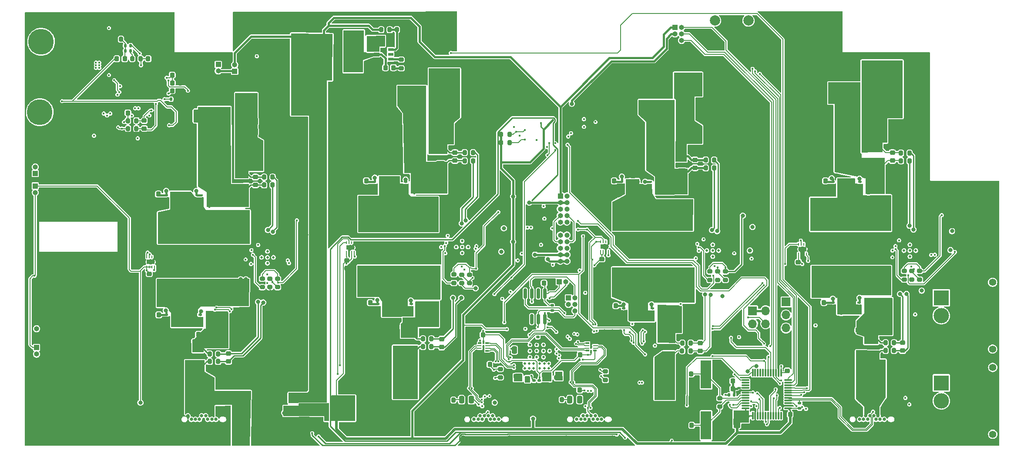
<source format=gbr>
%TF.GenerationSoftware,KiCad,Pcbnew,6.0.0*%
%TF.CreationDate,2022-01-14T14:38:34+01:00*%
%TF.ProjectId,PowerBank V0.2,506f7765-7242-4616-9e6b-2056302e322e,rev?*%
%TF.SameCoordinates,PX2aea540PY80befc0*%
%TF.FileFunction,Copper,L6,Bot*%
%TF.FilePolarity,Positive*%
%FSLAX46Y46*%
G04 Gerber Fmt 4.6, Leading zero omitted, Abs format (unit mm)*
G04 Created by KiCad (PCBNEW 6.0.0) date 2022-01-14 14:38:34*
%MOMM*%
%LPD*%
G01*
G04 APERTURE LIST*
G04 Aperture macros list*
%AMRoundRect*
0 Rectangle with rounded corners*
0 $1 Rounding radius*
0 $2 $3 $4 $5 $6 $7 $8 $9 X,Y pos of 4 corners*
0 Add a 4 corners polygon primitive as box body*
4,1,4,$2,$3,$4,$5,$6,$7,$8,$9,$2,$3,0*
0 Add four circle primitives for the rounded corners*
1,1,$1+$1,$2,$3*
1,1,$1+$1,$4,$5*
1,1,$1+$1,$6,$7*
1,1,$1+$1,$8,$9*
0 Add four rect primitives between the rounded corners*
20,1,$1+$1,$2,$3,$4,$5,0*
20,1,$1+$1,$4,$5,$6,$7,0*
20,1,$1+$1,$6,$7,$8,$9,0*
20,1,$1+$1,$8,$9,$2,$3,0*%
G04 Aperture macros list end*
%TA.AperFunction,ComponentPad*%
%ADD10R,1.000000X1.000000*%
%TD*%
%TA.AperFunction,ComponentPad*%
%ADD11O,1.000000X1.000000*%
%TD*%
%TA.AperFunction,SMDPad,CuDef*%
%ADD12RoundRect,0.200000X-0.200000X-0.275000X0.200000X-0.275000X0.200000X0.275000X-0.200000X0.275000X0*%
%TD*%
%TA.AperFunction,SMDPad,CuDef*%
%ADD13RoundRect,0.135000X0.135000X0.185000X-0.135000X0.185000X-0.135000X-0.185000X0.135000X-0.185000X0*%
%TD*%
%TA.AperFunction,SMDPad,CuDef*%
%ADD14RoundRect,0.200000X0.200000X0.275000X-0.200000X0.275000X-0.200000X-0.275000X0.200000X-0.275000X0*%
%TD*%
%TA.AperFunction,SMDPad,CuDef*%
%ADD15RoundRect,0.135000X-0.135000X-0.185000X0.135000X-0.185000X0.135000X0.185000X-0.135000X0.185000X0*%
%TD*%
%TA.AperFunction,ComponentPad*%
%ADD16C,1.400000*%
%TD*%
%TA.AperFunction,ComponentPad*%
%ADD17R,3.000000X3.000000*%
%TD*%
%TA.AperFunction,ComponentPad*%
%ADD18C,3.000000*%
%TD*%
%TA.AperFunction,ComponentPad*%
%ADD19C,0.800000*%
%TD*%
%TA.AperFunction,ComponentPad*%
%ADD20C,5.000000*%
%TD*%
%TA.AperFunction,SMDPad,CuDef*%
%ADD21RoundRect,0.225000X0.225000X0.250000X-0.225000X0.250000X-0.225000X-0.250000X0.225000X-0.250000X0*%
%TD*%
%TA.AperFunction,SMDPad,CuDef*%
%ADD22RoundRect,0.225000X0.250000X-0.225000X0.250000X0.225000X-0.250000X0.225000X-0.250000X-0.225000X0*%
%TD*%
%TA.AperFunction,SMDPad,CuDef*%
%ADD23RoundRect,0.225000X-0.225000X-0.250000X0.225000X-0.250000X0.225000X0.250000X-0.225000X0.250000X0*%
%TD*%
%TA.AperFunction,SMDPad,CuDef*%
%ADD24R,0.350012X0.754888*%
%TD*%
%TA.AperFunction,SMDPad,CuDef*%
%ADD25R,0.704800X0.300000*%
%TD*%
%TA.AperFunction,SMDPad,CuDef*%
%ADD26R,0.704850X0.249936*%
%TD*%
%TA.AperFunction,SMDPad,CuDef*%
%ADD27RoundRect,0.200000X0.275000X-0.200000X0.275000X0.200000X-0.275000X0.200000X-0.275000X-0.200000X0*%
%TD*%
%TA.AperFunction,SMDPad,CuDef*%
%ADD28RoundRect,0.250000X-0.475000X0.250000X-0.475000X-0.250000X0.475000X-0.250000X0.475000X0.250000X0*%
%TD*%
%TA.AperFunction,SMDPad,CuDef*%
%ADD29RoundRect,0.135000X0.185000X-0.135000X0.185000X0.135000X-0.185000X0.135000X-0.185000X-0.135000X0*%
%TD*%
%TA.AperFunction,SMDPad,CuDef*%
%ADD30RoundRect,0.250000X-0.250000X-0.475000X0.250000X-0.475000X0.250000X0.475000X-0.250000X0.475000X0*%
%TD*%
%TA.AperFunction,SMDPad,CuDef*%
%ADD31R,2.850000X6.600000*%
%TD*%
%TA.AperFunction,SMDPad,CuDef*%
%ADD32RoundRect,0.140000X0.170000X-0.140000X0.170000X0.140000X-0.170000X0.140000X-0.170000X-0.140000X0*%
%TD*%
%TA.AperFunction,SMDPad,CuDef*%
%ADD33RoundRect,0.140000X-0.170000X0.140000X-0.170000X-0.140000X0.170000X-0.140000X0.170000X0.140000X0*%
%TD*%
%TA.AperFunction,SMDPad,CuDef*%
%ADD34R,2.000000X5.500000*%
%TD*%
%TA.AperFunction,ComponentPad*%
%ADD35C,0.400000*%
%TD*%
%TA.AperFunction,ComponentPad*%
%ADD36C,0.499999*%
%TD*%
%TA.AperFunction,SMDPad,CuDef*%
%ADD37R,1.599999X0.900001*%
%TD*%
%TA.AperFunction,SMDPad,CuDef*%
%ADD38R,0.249999X0.499999*%
%TD*%
%TA.AperFunction,SMDPad,CuDef*%
%ADD39R,0.750000X0.350000*%
%TD*%
%TA.AperFunction,SMDPad,CuDef*%
%ADD40R,2.200000X2.600000*%
%TD*%
%TA.AperFunction,SMDPad,CuDef*%
%ADD41R,0.350000X0.750000*%
%TD*%
%TA.AperFunction,SMDPad,CuDef*%
%ADD42RoundRect,0.150000X0.150000X-0.825000X0.150000X0.825000X-0.150000X0.825000X-0.150000X-0.825000X0*%
%TD*%
%TA.AperFunction,SMDPad,CuDef*%
%ADD43R,2.000000X3.800000*%
%TD*%
%TA.AperFunction,SMDPad,CuDef*%
%ADD44R,2.000000X1.500000*%
%TD*%
%TA.AperFunction,SMDPad,CuDef*%
%ADD45R,1.000001X0.599999*%
%TD*%
%TA.AperFunction,SMDPad,CuDef*%
%ADD46RoundRect,0.075000X-0.662500X-0.075000X0.662500X-0.075000X0.662500X0.075000X-0.662500X0.075000X0*%
%TD*%
%TA.AperFunction,SMDPad,CuDef*%
%ADD47RoundRect,0.075000X-0.075000X-0.662500X0.075000X-0.662500X0.075000X0.662500X-0.075000X0.662500X0*%
%TD*%
%TA.AperFunction,ComponentPad*%
%ADD48C,2.000000*%
%TD*%
%TA.AperFunction,ComponentPad*%
%ADD49R,2.000000X2.000000*%
%TD*%
%TA.AperFunction,SMDPad,CuDef*%
%ADD50RoundRect,0.249999X-0.625001X0.312501X-0.625001X-0.312501X0.625001X-0.312501X0.625001X0.312501X0*%
%TD*%
%TA.AperFunction,SMDPad,CuDef*%
%ADD51RoundRect,0.200000X-0.275000X0.200000X-0.275000X-0.200000X0.275000X-0.200000X0.275000X0.200000X0*%
%TD*%
%TA.AperFunction,SMDPad,CuDef*%
%ADD52RoundRect,0.135000X-0.185000X0.135000X-0.185000X-0.135000X0.185000X-0.135000X0.185000X0.135000X0*%
%TD*%
%TA.AperFunction,SMDPad,CuDef*%
%ADD53R,14.500000X5.000000*%
%TD*%
%TA.AperFunction,SMDPad,CuDef*%
%ADD54RoundRect,0.147500X-0.147500X-0.172500X0.147500X-0.172500X0.147500X0.172500X-0.147500X0.172500X0*%
%TD*%
%TA.AperFunction,ComponentPad*%
%ADD55C,0.650000*%
%TD*%
%TA.AperFunction,ComponentPad*%
%ADD56O,1.000000X2.000000*%
%TD*%
%TA.AperFunction,ComponentPad*%
%ADD57R,1.700000X1.700000*%
%TD*%
%TA.AperFunction,ComponentPad*%
%ADD58O,1.700000X1.700000*%
%TD*%
%TA.AperFunction,SMDPad,CuDef*%
%ADD59RoundRect,0.225000X-0.250000X0.225000X-0.250000X-0.225000X0.250000X-0.225000X0.250000X0.225000X0*%
%TD*%
%TA.AperFunction,SMDPad,CuDef*%
%ADD60RoundRect,0.250000X0.787500X1.025000X-0.787500X1.025000X-0.787500X-1.025000X0.787500X-1.025000X0*%
%TD*%
%TA.AperFunction,SMDPad,CuDef*%
%ADD61RoundRect,0.250000X0.250000X0.475000X-0.250000X0.475000X-0.250000X-0.475000X0.250000X-0.475000X0*%
%TD*%
%TA.AperFunction,SMDPad,CuDef*%
%ADD62RoundRect,0.250000X-0.787500X-1.025000X0.787500X-1.025000X0.787500X1.025000X-0.787500X1.025000X0*%
%TD*%
%TA.AperFunction,SMDPad,CuDef*%
%ADD63RoundRect,0.140000X-0.140000X-0.170000X0.140000X-0.170000X0.140000X0.170000X-0.140000X0.170000X0*%
%TD*%
%TA.AperFunction,SMDPad,CuDef*%
%ADD64RoundRect,0.140000X0.140000X0.170000X-0.140000X0.170000X-0.140000X-0.170000X0.140000X-0.170000X0*%
%TD*%
%TA.AperFunction,SMDPad,CuDef*%
%ADD65RoundRect,0.250000X0.475000X-0.250000X0.475000X0.250000X-0.475000X0.250000X-0.475000X-0.250000X0*%
%TD*%
%TA.AperFunction,ViaPad*%
%ADD66C,0.400000*%
%TD*%
%TA.AperFunction,ViaPad*%
%ADD67C,0.800000*%
%TD*%
%TA.AperFunction,Conductor*%
%ADD68C,0.200000*%
%TD*%
%TA.AperFunction,Conductor*%
%ADD69C,0.250000*%
%TD*%
%TA.AperFunction,Conductor*%
%ADD70C,0.139700*%
%TD*%
%TA.AperFunction,Conductor*%
%ADD71C,0.381000*%
%TD*%
%TA.AperFunction,Conductor*%
%ADD72C,0.500000*%
%TD*%
%TA.AperFunction,Conductor*%
%ADD73C,0.203200*%
%TD*%
G04 APERTURE END LIST*
D10*
%TO.P,EN,1*%
%TO.N,Net-(C123-Pad1)*%
X104225000Y32130000D03*
D11*
%TO.P,EN,2*%
%TO.N,LDO_3.3V*%
X105495000Y32130000D03*
%TD*%
D10*
%TO.P,3v3,1*%
%TO.N,+3V3*%
X2244000Y50799000D03*
D11*
%TO.P,3v3,2*%
%TO.N,Net-(C254-Pad1)*%
X2244000Y49529000D03*
%TD*%
D10*
%TO.P,IO8,1*%
%TO.N,+3V3*%
X2244000Y53197000D03*
D11*
%TO.P,IO8,2*%
%TO.N,Net-(IC1-Pad22)*%
X2244000Y54467000D03*
%TD*%
D10*
%TO.P,EN,1*%
%TO.N,Net-(C254-Pad1)*%
X2498000Y19318000D03*
D11*
%TO.P,EN,2*%
%TO.N,Net-(IC1-Pad8)*%
X2498000Y18048000D03*
%TD*%
D10*
%TO.P,IO9,1*%
%TO.N,GND*%
X2498000Y21716000D03*
D11*
%TO.P,IO9,2*%
%TO.N,Net-(IC1-Pad23)*%
X2498000Y22986000D03*
%TD*%
D12*
%TO.P,R146,2*%
%TO.N,GND*%
X20595000Y79374000D03*
%TO.P,R146,1*%
%TO.N,Net-(C253-Pad1)*%
X18945000Y79374000D03*
%TD*%
D13*
%TO.P,R145,2*%
%TO.N,Net-(C253-Pad1)*%
X19770000Y77088000D03*
%TO.P,R145,1*%
%TO.N,Net-(R144-Pad2)*%
X20790000Y77088000D03*
%TD*%
D14*
%TO.P,R144,2*%
%TO.N,Net-(R144-Pad2)*%
X21104000Y75564000D03*
%TO.P,R144,1*%
%TO.N,/WirelessPower/vcoil_ov*%
X22754000Y75564000D03*
%TD*%
D13*
%TO.P,R141,2*%
%TO.N,Net-(C253-Pad1)*%
X19768000Y78104000D03*
%TO.P,R141,1*%
%TO.N,/WirelessPower/3v3*%
X20788000Y78104000D03*
%TD*%
D14*
%TO.P,R137,2*%
%TO.N,/WirelessPower/V_BRIDGE*%
X20278000Y63499000D03*
%TO.P,R137,1*%
%TO.N,/WirelessPower/CSN*%
X21928000Y63499000D03*
%TD*%
%TO.P,R134,2*%
%TO.N,+BATT*%
X20278000Y61975000D03*
%TO.P,R134,1*%
%TO.N,/WirelessPower/CSP*%
X21928000Y61975000D03*
%TD*%
D15*
%TO.P,R127,2*%
%TO.N,GND*%
X29678000Y67690000D03*
%TO.P,R127,1*%
%TO.N,Net-(R127-Pad1)*%
X28658000Y67690000D03*
%TD*%
D16*
%TO.P,J14,*%
%TO.N,*%
X188520000Y15445000D03*
X188520000Y2445000D03*
D17*
%TO.P,J14,1,Pin_1*%
%TO.N,+BATT*%
X178520000Y12445000D03*
D18*
%TO.P,J14,2,Pin_2*%
%TO.N,/power/MR2*%
X178520000Y8945000D03*
%TO.P,J14,3,Pin_3*%
%TO.N,GND*%
X178520000Y5445000D03*
%TD*%
D19*
%TO.P,H2,1,1*%
%TO.N,/WirelessPower/SW_BRG2*%
X4712825Y80191825D03*
X3387000Y80741000D03*
X2061175Y80191825D03*
X1512000Y78866000D03*
X2061175Y77540175D03*
X3387000Y76991000D03*
X4712825Y77540175D03*
X5262000Y78866000D03*
D20*
X3387000Y78866000D03*
%TD*%
D19*
%TO.P,H1,1,1*%
%TO.N,/WirelessPower/VCOIL*%
X4458825Y66475825D03*
X3133000Y67025000D03*
X1807175Y66475825D03*
X1258000Y65150000D03*
X1807175Y63824175D03*
X3133000Y63275000D03*
X4458825Y63824175D03*
X5008000Y65150000D03*
D20*
X3133000Y65150000D03*
%TD*%
D21*
%TO.P,C253,2*%
%TO.N,/WirelessPower/VCOIL*%
X18106000Y75564000D03*
%TO.P,C253,1*%
%TO.N,Net-(C253-Pad1)*%
X19656000Y75564000D03*
%TD*%
%TO.P,C252,2*%
%TO.N,/WirelessPower/vcoil_ov*%
X24202000Y75564000D03*
%TO.P,C252,1*%
%TO.N,GND*%
X25752000Y75564000D03*
%TD*%
D22*
%TO.P,C240,2*%
%TO.N,/WirelessPower/CSN*%
X23453000Y63512000D03*
%TO.P,C240,1*%
%TO.N,/WirelessPower/CSP*%
X23453000Y61962000D03*
%TD*%
D23*
%TO.P,C239,2*%
%TO.N,GND*%
X30451000Y72389000D03*
%TO.P,C239,1*%
%TO.N,/WirelessPower/1v8*%
X28901000Y72389000D03*
%TD*%
%TO.P,C237,2*%
%TO.N,GND*%
X30451000Y70865000D03*
%TO.P,C237,1*%
%TO.N,/WirelessPower/1v8*%
X28901000Y70865000D03*
%TD*%
%TO.P,C235,2*%
%TO.N,GND*%
X30438000Y69341000D03*
%TO.P,C235,1*%
%TO.N,+BATT*%
X28888000Y69341000D03*
%TD*%
%TO.P,C226,2*%
%TO.N,GND*%
X21815000Y65023000D03*
%TO.P,C226,1*%
%TO.N,/WirelessPower/V_BRIDGE*%
X20265000Y65023000D03*
%TD*%
D24*
%TO.P,U18,10,VCC*%
%TO.N,LDO_3.3V*%
X110400000Y18517556D03*
D25*
%TO.P,U18,9,S*%
%TO.N,/BQ1/S1*%
X111127400Y18719999D03*
D26*
%TO.P,U18,8,D+*%
%TO.N,/BQ1/DP1*%
X111127400Y19220000D03*
%TO.P,U18,7,D-*%
%TO.N,/BQ1/DN1*%
X111127400Y19720000D03*
D25*
%TO.P,U18,6,\u002AOE*%
%TO.N,GND*%
X111127400Y20220001D03*
D24*
%TO.P,U18,5,GND*%
X110400000Y20422444D03*
D25*
%TO.P,U18,4,2D-*%
%TO.N,/BQ1/PP1*%
X109672600Y20220001D03*
D26*
%TO.P,U18,3,2D+*%
%TO.N,/BQ1/PN1*%
X109672600Y19720000D03*
%TO.P,U18,2,1D-*%
%TO.N,/BQ1/PDN1*%
X109672600Y19220000D03*
D25*
%TO.P,U18,1,1D+*%
%TO.N,/BQ1/PDP1*%
X109672600Y18719999D03*
%TD*%
D27*
%TO.P,R55,1*%
%TO.N,/BQ1/FLT1*%
X92720000Y13500000D03*
%TO.P,R55,2*%
%TO.N,LDO_3.3V*%
X92720000Y15150000D03*
%TD*%
D28*
%TO.P,C124,1*%
%TO.N,VIN3*%
X96250000Y13750000D03*
%TO.P,C124,2*%
%TO.N,GND*%
X96250000Y11850000D03*
%TD*%
D29*
%TO.P,R125,1*%
%TO.N,+3V3*%
X150950000Y7465000D03*
%TO.P,R125,2*%
%TO.N,/D+*%
X150950000Y8485000D03*
%TD*%
D10*
%TO.P,FLASH,1,Pin_1*%
%TO.N,/BQ1/SPI_SS*%
X106000000Y29000000D03*
D11*
%TO.P,FLASH,2,Pin_2*%
%TO.N,/BQ1/SPI_CLK*%
X107270000Y29000000D03*
%TO.P,FLASH,3,Pin_3*%
%TO.N,Net-(C123-Pad1)*%
X106000000Y27730000D03*
%TO.P,FLASH,4,Pin_4*%
%TO.N,/BQ1/SPI_MOSI*%
X107270000Y27730000D03*
%TO.P,FLASH,5,Pin_5*%
%TO.N,GND*%
X106000000Y26460000D03*
%TO.P,FLASH,6,Pin_6*%
%TO.N,/BQ1/SPI_MISO*%
X107270000Y26460000D03*
%TD*%
D10*
%TO.P,J12,1,Pin_1*%
%TO.N,+5V*%
X126700000Y81670000D03*
D11*
%TO.P,J12,2,Pin_2*%
%TO.N,/SDA2*%
X127970000Y81670000D03*
%TO.P,J12,3,Pin_3*%
%TO.N,+3V3*%
X126700000Y80400000D03*
%TO.P,J12,4,Pin_4*%
%TO.N,/SCL2*%
X127970000Y80400000D03*
%TO.P,J12,5,Pin_5*%
%TO.N,GND*%
X126700000Y79130000D03*
%TO.P,J12,6,Pin_6*%
%TO.N,/DISP*%
X127970000Y79130000D03*
%TD*%
D10*
%TO.P,J11,1,Pin_1*%
%TO.N,Net-(J10-Pad2)*%
X41050000Y73100000D03*
D11*
%TO.P,J11,2,Pin_2*%
%TO.N,+5V*%
X41050000Y74370000D03*
%TD*%
D10*
%TO.P,J10,1,Pin_1*%
%TO.N,+5V*%
X37850000Y74450000D03*
D11*
%TO.P,J10,2,Pin_2*%
%TO.N,Net-(J10-Pad2)*%
X37850000Y73180000D03*
%TD*%
D30*
%TO.P,C116,1*%
%TO.N,+BATT*%
X167250000Y60300000D03*
%TO.P,C116,2*%
%TO.N,GND*%
X169150000Y60300000D03*
%TD*%
D31*
%TO.P,L3,2,2*%
%TO.N,+5V*%
X58400000Y76675000D03*
%TO.P,L3,1,1*%
%TO.N,Net-(C60-Pad1)*%
X64050000Y76675000D03*
%TD*%
D32*
%TO.P,C220,1*%
%TO.N,GND*%
X100300000Y11920000D03*
%TO.P,C220,2*%
%TO.N,LDO_3.3V*%
X100300000Y12880000D03*
%TD*%
%TO.P,C219,1*%
%TO.N,GND*%
X100000000Y20420000D03*
%TO.P,C219,2*%
%TO.N,Net-(C219-Pad2)*%
X100000000Y21380000D03*
%TD*%
D33*
%TO.P,C195,1*%
%TO.N,+3V3*%
X99250000Y12880000D03*
%TO.P,C195,2*%
%TO.N,GND*%
X99250000Y11920000D03*
%TD*%
D34*
%TO.P,Y2,1,1*%
%TO.N,/PD0*%
X132750000Y4175000D03*
%TO.P,Y2,2,2*%
%TO.N,/PD1*%
X132750000Y14075000D03*
%TD*%
D35*
%TO.P,Y1,1,1*%
%TO.N,/PC15*%
X138050000Y8200000D03*
%TO.P,Y1,2,2*%
%TO.N,/PC14*%
X137350000Y8200000D03*
%TD*%
D36*
%TO.P,U35,V*%
%TO.N,N/C*%
X64100001Y38800000D03*
X63000004Y38800000D03*
D37*
%TO.P,U35,9,PAD*%
%TO.N,GND*%
X63550000Y38800000D03*
D38*
%TO.P,U35,8,V+*%
%TO.N,+3V3*%
X62800002Y37849999D03*
%TO.P,U35,7,A0*%
%TO.N,GND*%
X63300000Y37849999D03*
%TO.P,U35,6,A1*%
%TO.N,+3V3*%
X63800002Y37849999D03*
%TO.P,U35,5,A2*%
%TO.N,Net-(R121-Pad2)*%
X64300001Y37849999D03*
%TO.P,U35,4,GND*%
%TO.N,GND*%
X64300001Y39750001D03*
%TO.P,U35,3,ALERT*%
%TO.N,unconnected-(U35-Pad3)*%
X63800002Y39750001D03*
%TO.P,U35,2,SCL*%
%TO.N,/SCL*%
X63300000Y39750001D03*
%TO.P,U35,1,SDA*%
%TO.N,/SDA*%
X62800002Y39750001D03*
%TD*%
D36*
%TO.P,U34,V*%
%TO.N,N/C*%
X25250001Y36000000D03*
X24150004Y36000000D03*
D37*
%TO.P,U34,9,PAD*%
%TO.N,GND*%
X24700000Y36000000D03*
D38*
%TO.P,U34,8,V+*%
%TO.N,+3V3*%
X23950002Y35049999D03*
%TO.P,U34,7,A0*%
X24450000Y35049999D03*
%TO.P,U34,6,A1*%
X24950002Y35049999D03*
%TO.P,U34,5,A2*%
%TO.N,Net-(R118-Pad2)*%
X25450001Y35049999D03*
%TO.P,U34,4,GND*%
%TO.N,GND*%
X25450001Y36950001D03*
%TO.P,U34,3,ALERT*%
%TO.N,unconnected-(U34-Pad3)*%
X24950002Y36950001D03*
%TO.P,U34,2,SCL*%
%TO.N,/SCL*%
X24450000Y36950001D03*
%TO.P,U34,1,SDA*%
%TO.N,/SDA*%
X23950002Y36950001D03*
%TD*%
D36*
%TO.P,U33,V*%
%TO.N,N/C*%
X113550001Y39000000D03*
X112450004Y39000000D03*
D37*
%TO.P,U33,9,PAD*%
%TO.N,GND*%
X113000000Y39000000D03*
D38*
%TO.P,U33,8,V+*%
%TO.N,+3V3*%
X112250002Y38049999D03*
%TO.P,U33,7,A0*%
X112750000Y38049999D03*
%TO.P,U33,6,A1*%
%TO.N,GND*%
X113250002Y38049999D03*
%TO.P,U33,5,A2*%
%TO.N,Net-(R117-Pad2)*%
X113750001Y38049999D03*
%TO.P,U33,4,GND*%
%TO.N,GND*%
X113750001Y39950001D03*
%TO.P,U33,3,ALERT*%
%TO.N,unconnected-(U33-Pad3)*%
X113250002Y39950001D03*
%TO.P,U33,2,SCL*%
%TO.N,/SCL*%
X112750000Y39950001D03*
%TO.P,U33,1,SDA*%
%TO.N,/SDA*%
X112250002Y39950001D03*
%TD*%
D36*
%TO.P,U32,V*%
%TO.N,N/C*%
X152050001Y38500000D03*
X150950004Y38500000D03*
D37*
%TO.P,U32,9,PAD*%
%TO.N,GND*%
X151500000Y38500000D03*
D38*
%TO.P,U32,8,V+*%
%TO.N,+3V3*%
X150750002Y37549999D03*
%TO.P,U32,7,A0*%
%TO.N,GND*%
X151250000Y37549999D03*
%TO.P,U32,6,A1*%
X151750002Y37549999D03*
%TO.P,U32,5,A2*%
%TO.N,Net-(R115-Pad2)*%
X152250001Y37549999D03*
%TO.P,U32,4,GND*%
%TO.N,GND*%
X152250001Y39450001D03*
%TO.P,U32,3,ALERT*%
%TO.N,unconnected-(U32-Pad3)*%
X151750002Y39450001D03*
%TO.P,U32,2,SCL*%
%TO.N,/SCL*%
X151250000Y39450001D03*
%TO.P,U32,1,SDA*%
%TO.N,/SDA*%
X150750002Y39450001D03*
%TD*%
D39*
%TO.P,U31,8,D*%
%TO.N,Net-(C181-Pad1)*%
X125080000Y49625000D03*
%TO.P,U31,1,S*%
%TO.N,Net-(C171-Pad1)*%
X121880000Y49625000D03*
%TO.P,U31,7,D*%
%TO.N,Net-(C181-Pad1)*%
X125080000Y50275000D03*
%TO.P,U31,2,S*%
%TO.N,Net-(C171-Pad1)*%
X121880000Y50275000D03*
%TO.P,U31,6,D*%
%TO.N,Net-(C181-Pad1)*%
X125080000Y50925000D03*
%TO.P,U31,3,S*%
%TO.N,Net-(C171-Pad1)*%
X121880000Y50925000D03*
%TO.P,U31,5,D*%
%TO.N,Net-(C181-Pad1)*%
X125080000Y51575000D03*
%TO.P,U31,4,G*%
%TO.N,Net-(U26-Pad24)*%
X121880000Y51575000D03*
D40*
%TO.P,U31,8,D*%
%TO.N,Net-(C181-Pad1)*%
X124050000Y50600000D03*
D41*
X123520000Y49500000D03*
X123520000Y51700000D03*
%TD*%
D39*
%TO.P,U30,8,D*%
%TO.N,Net-(C178-Pad1)*%
X77530000Y49625000D03*
%TO.P,U30,1,S*%
%TO.N,Net-(C170-Pad1)*%
X74330000Y49625000D03*
%TO.P,U30,7,D*%
%TO.N,Net-(C178-Pad1)*%
X77530000Y50275000D03*
%TO.P,U30,2,S*%
%TO.N,Net-(C170-Pad1)*%
X74330000Y50275000D03*
%TO.P,U30,6,D*%
%TO.N,Net-(C178-Pad1)*%
X77530000Y50925000D03*
%TO.P,U30,3,S*%
%TO.N,Net-(C170-Pad1)*%
X74330000Y50925000D03*
%TO.P,U30,5,D*%
%TO.N,Net-(C178-Pad1)*%
X77530000Y51575000D03*
%TO.P,U30,4,G*%
%TO.N,Net-(U23-Pad24)*%
X74330000Y51575000D03*
D40*
%TO.P,U30,8,D*%
%TO.N,Net-(C178-Pad1)*%
X76500000Y50600000D03*
D41*
X75970000Y49500000D03*
X75970000Y51700000D03*
%TD*%
D39*
%TO.P,U29,8,D*%
%TO.N,Net-(C171-Pad1)*%
X119480000Y49675000D03*
%TO.P,U29,1,S*%
%TO.N,GND*%
X116280000Y49675000D03*
%TO.P,U29,7,D*%
%TO.N,Net-(C171-Pad1)*%
X119480000Y50325000D03*
%TO.P,U29,2,S*%
%TO.N,GND*%
X116280000Y50325000D03*
%TO.P,U29,6,D*%
%TO.N,Net-(C171-Pad1)*%
X119480000Y50975000D03*
%TO.P,U29,3,S*%
%TO.N,GND*%
X116280000Y50975000D03*
%TO.P,U29,5,D*%
%TO.N,Net-(C171-Pad1)*%
X119480000Y51625000D03*
%TO.P,U29,4,G*%
%TO.N,Net-(C173-Pad1)*%
X116280000Y51625000D03*
D40*
%TO.P,U29,8,D*%
%TO.N,Net-(C171-Pad1)*%
X118450000Y50650000D03*
D41*
X117920000Y49550000D03*
X117920000Y51750000D03*
%TD*%
D39*
%TO.P,U28,8,D*%
%TO.N,Net-(C170-Pad1)*%
X71400000Y49625000D03*
%TO.P,U28,1,S*%
%TO.N,GND*%
X68200000Y49625000D03*
%TO.P,U28,7,D*%
%TO.N,Net-(C170-Pad1)*%
X71400000Y50275000D03*
%TO.P,U28,2,S*%
%TO.N,GND*%
X68200000Y50275000D03*
%TO.P,U28,6,D*%
%TO.N,Net-(C170-Pad1)*%
X71400000Y50925000D03*
%TO.P,U28,3,S*%
%TO.N,GND*%
X68200000Y50925000D03*
%TO.P,U28,5,D*%
%TO.N,Net-(C170-Pad1)*%
X71400000Y51575000D03*
%TO.P,U28,4,G*%
%TO.N,Net-(C172-Pad1)*%
X68200000Y51575000D03*
D40*
%TO.P,U28,8,D*%
%TO.N,Net-(C170-Pad1)*%
X70370000Y50600000D03*
D41*
X69840000Y49500000D03*
X69840000Y51700000D03*
%TD*%
D39*
%TO.P,U27,8,D*%
%TO.N,Net-(C169-Pad1)*%
X119950000Y25025000D03*
%TO.P,U27,1,S*%
%TO.N,GND*%
X116750000Y25025000D03*
%TO.P,U27,7,D*%
%TO.N,Net-(C169-Pad1)*%
X119950000Y25675000D03*
%TO.P,U27,2,S*%
%TO.N,GND*%
X116750000Y25675000D03*
%TO.P,U27,6,D*%
%TO.N,Net-(C169-Pad1)*%
X119950000Y26325000D03*
%TO.P,U27,3,S*%
%TO.N,GND*%
X116750000Y26325000D03*
%TO.P,U27,5,D*%
%TO.N,Net-(C169-Pad1)*%
X119950000Y26975000D03*
%TO.P,U27,4,G*%
%TO.N,Net-(C166-Pad2)*%
X116750000Y26975000D03*
D40*
%TO.P,U27,8,D*%
%TO.N,Net-(C169-Pad1)*%
X118920000Y26000000D03*
D41*
X118390000Y24900000D03*
X118390000Y27100000D03*
%TD*%
D36*
%TO.P,U26,V*%
%TO.N,N/C*%
X135200000Y38200000D03*
X134050000Y39350000D03*
X134050000Y38200000D03*
X134050000Y37050000D03*
X132900000Y38200000D03*
%TD*%
%TO.P,U25,60*%
%TO.N,N/C*%
X100399999Y16200000D03*
%TO.P,U25,61*%
X100399999Y15250000D03*
%TO.P,U25,62*%
X102150000Y16200000D03*
%TO.P,U25,63*%
X102150000Y15250000D03*
%TO.P,U25,64*%
X101275001Y15250000D03*
%TO.P,U25,65*%
X101275001Y16200000D03*
%TO.P,U25,66*%
X99800000Y19850001D03*
%TO.P,U25,67*%
X98480000Y19850001D03*
%TO.P,U25,68*%
X99800000Y18675400D03*
%TO.P,U25,69*%
X97300000Y18650000D03*
%TO.P,U25,70*%
X98480000Y18650000D03*
%TO.P,U25,71*%
X98480000Y17450000D03*
%TO.P,U25,72*%
X99800000Y17450000D03*
%TO.P,U25,73*%
X101120000Y17450000D03*
%TO.P,U25,74*%
X101120000Y18650000D03*
%TO.P,U25,75*%
X102300000Y18650000D03*
%TO.P,U25,76*%
X101120000Y19850001D03*
%TO.P,U25,77*%
X98350000Y16200000D03*
%TO.P,U25,78*%
X98350000Y15250000D03*
%TO.P,U25,79*%
X97475001Y15250000D03*
%TO.P,U25,80*%
X97475001Y16200000D03*
%TO.P,U25,81*%
X99225002Y15250000D03*
%TO.P,U25,82*%
X99225002Y16200000D03*
%TD*%
D39*
%TO.P,U24,8,D*%
%TO.N,Net-(C168-Pad1)*%
X72100000Y25825000D03*
%TO.P,U24,1,S*%
%TO.N,GND*%
X68900000Y25825000D03*
%TO.P,U24,7,D*%
%TO.N,Net-(C168-Pad1)*%
X72100000Y26475000D03*
%TO.P,U24,2,S*%
%TO.N,GND*%
X68900000Y26475000D03*
%TO.P,U24,6,D*%
%TO.N,Net-(C168-Pad1)*%
X72100000Y27125000D03*
%TO.P,U24,3,S*%
%TO.N,GND*%
X68900000Y27125000D03*
%TO.P,U24,5,D*%
%TO.N,Net-(C168-Pad1)*%
X72100000Y27775000D03*
%TO.P,U24,4,G*%
%TO.N,Net-(C164-Pad2)*%
X68900000Y27775000D03*
D40*
%TO.P,U24,8,D*%
%TO.N,Net-(C168-Pad1)*%
X71070000Y26800000D03*
D41*
X70540000Y25700000D03*
X70540000Y27900000D03*
%TD*%
D36*
%TO.P,U23,V*%
%TO.N,N/C*%
X86450000Y38900000D03*
X85300000Y40050000D03*
X85300000Y38900000D03*
X85300000Y37750000D03*
X84150000Y38900000D03*
%TD*%
D39*
%TO.P,U22,8,D*%
%TO.N,Net-(C154-Pad1)*%
X125480000Y25025000D03*
%TO.P,U22,1,S*%
%TO.N,Net-(C169-Pad1)*%
X122280000Y25025000D03*
%TO.P,U22,7,D*%
%TO.N,Net-(C154-Pad1)*%
X125480000Y25675000D03*
%TO.P,U22,2,S*%
%TO.N,Net-(C169-Pad1)*%
X122280000Y25675000D03*
%TO.P,U22,6,D*%
%TO.N,Net-(C154-Pad1)*%
X125480000Y26325000D03*
%TO.P,U22,3,S*%
%TO.N,Net-(C169-Pad1)*%
X122280000Y26325000D03*
%TO.P,U22,5,D*%
%TO.N,Net-(C154-Pad1)*%
X125480000Y26975000D03*
%TO.P,U22,4,G*%
%TO.N,Net-(U22-Pad4)*%
X122280000Y26975000D03*
D40*
%TO.P,U22,8,D*%
%TO.N,Net-(C154-Pad1)*%
X124450000Y26000000D03*
D41*
X123920000Y24900000D03*
X123920000Y27100000D03*
%TD*%
D39*
%TO.P,U21,8,D*%
%TO.N,Net-(C151-Pad1)*%
X78600000Y25825000D03*
%TO.P,U21,1,S*%
%TO.N,Net-(C168-Pad1)*%
X75400000Y25825000D03*
%TO.P,U21,7,D*%
%TO.N,Net-(C151-Pad1)*%
X78600000Y26475000D03*
%TO.P,U21,2,S*%
%TO.N,Net-(C168-Pad1)*%
X75400000Y26475000D03*
%TO.P,U21,6,D*%
%TO.N,Net-(C151-Pad1)*%
X78600000Y27125000D03*
%TO.P,U21,3,S*%
%TO.N,Net-(C168-Pad1)*%
X75400000Y27125000D03*
%TO.P,U21,5,D*%
%TO.N,Net-(C151-Pad1)*%
X78600000Y27775000D03*
%TO.P,U21,4,G*%
%TO.N,Net-(U21-Pad4)*%
X75400000Y27775000D03*
D40*
%TO.P,U21,8,D*%
%TO.N,Net-(C151-Pad1)*%
X77570000Y26800000D03*
D41*
X77040000Y25700000D03*
X77040000Y27900000D03*
%TD*%
D42*
%TO.P,U19,1,~{CS}*%
%TO.N,/BQ1/SPI_SS*%
X101405000Y24875000D03*
%TO.P,U19,2,MISO*%
%TO.N,/BQ1/SPI_MISO*%
X100135000Y24875000D03*
%TO.P,U19,3,~{WP}*%
%TO.N,unconnected-(U19-Pad3)*%
X98865000Y24875000D03*
%TO.P,U19,4,GND*%
%TO.N,GND*%
X97595000Y24875000D03*
%TO.P,U19,5,MOSI*%
%TO.N,/BQ1/SPI_MOSI*%
X97595000Y29825000D03*
%TO.P,U19,6,SCK*%
%TO.N,/BQ1/SPI_CLK*%
X98865000Y29825000D03*
%TO.P,U19,7,~{HOLD}*%
%TO.N,unconnected-(U19-Pad7)*%
X100135000Y29825000D03*
%TO.P,U19,8,VCC*%
%TO.N,Net-(C123-Pad1)*%
X101405000Y29825000D03*
%TD*%
D25*
%TO.P,U17,1,1D+*%
%TO.N,/BQ1/PDP2*%
X90157400Y20190001D03*
D26*
%TO.P,U17,2,1D-*%
%TO.N,/BQ1/PDN2*%
X90157400Y19690000D03*
%TO.P,U17,3,2D+*%
%TO.N,/BQ1/PN1*%
X90157400Y19190000D03*
D25*
%TO.P,U17,4,2D-*%
%TO.N,/BQ1/PP1*%
X90157400Y18689999D03*
D24*
%TO.P,U17,5,GND*%
%TO.N,GND*%
X89430000Y18487556D03*
D25*
%TO.P,U17,6,\u002AOE*%
X88702600Y18689999D03*
D26*
%TO.P,U17,7,D-*%
%TO.N,/BQ1/DN2*%
X88702600Y19190000D03*
%TO.P,U17,8,D+*%
%TO.N,/BQ1/DP2*%
X88702600Y19690000D03*
D25*
%TO.P,U17,9,S*%
%TO.N,/BQ1/S2*%
X88702600Y20190001D03*
D24*
%TO.P,U17,10,VCC*%
%TO.N,LDO_3.3V*%
X89430000Y20392444D03*
%TD*%
D39*
%TO.P,U16,8,D*%
%TO.N,Net-(C101-Pad1)*%
X165900000Y49625000D03*
%TO.P,U16,1,S*%
%TO.N,Net-(C96-Pad1)*%
X162700000Y49625000D03*
%TO.P,U16,7,D*%
%TO.N,Net-(C101-Pad1)*%
X165900000Y50275000D03*
%TO.P,U16,2,S*%
%TO.N,Net-(C96-Pad1)*%
X162700000Y50275000D03*
%TO.P,U16,6,D*%
%TO.N,Net-(C101-Pad1)*%
X165900000Y50925000D03*
%TO.P,U16,3,S*%
%TO.N,Net-(C96-Pad1)*%
X162700000Y50925000D03*
%TO.P,U16,5,D*%
%TO.N,Net-(C101-Pad1)*%
X165900000Y51575000D03*
%TO.P,U16,4,G*%
%TO.N,Net-(U13-Pad24)*%
X162700000Y51575000D03*
D40*
%TO.P,U16,8,D*%
%TO.N,Net-(C101-Pad1)*%
X164870000Y50600000D03*
D41*
X164340000Y49500000D03*
X164340000Y51700000D03*
%TD*%
D39*
%TO.P,U15,8,D*%
%TO.N,Net-(C96-Pad1)*%
X160600000Y49625000D03*
%TO.P,U15,1,S*%
%TO.N,GND*%
X157400000Y49625000D03*
%TO.P,U15,7,D*%
%TO.N,Net-(C96-Pad1)*%
X160600000Y50275000D03*
%TO.P,U15,2,S*%
%TO.N,GND*%
X157400000Y50275000D03*
%TO.P,U15,6,D*%
%TO.N,Net-(C96-Pad1)*%
X160600000Y50925000D03*
%TO.P,U15,3,S*%
%TO.N,GND*%
X157400000Y50925000D03*
%TO.P,U15,5,D*%
%TO.N,Net-(C96-Pad1)*%
X160600000Y51575000D03*
%TO.P,U15,4,G*%
%TO.N,Net-(C98-Pad1)*%
X157400000Y51575000D03*
D40*
%TO.P,U15,8,D*%
%TO.N,Net-(C96-Pad1)*%
X159570000Y50600000D03*
D41*
X159040000Y49500000D03*
X159040000Y51700000D03*
%TD*%
D39*
%TO.P,U14,8,D*%
%TO.N,Net-(C93-Pad1)*%
X160630000Y26125000D03*
%TO.P,U14,1,S*%
%TO.N,GND*%
X157430000Y26125000D03*
%TO.P,U14,7,D*%
%TO.N,Net-(C93-Pad1)*%
X160630000Y26775000D03*
%TO.P,U14,2,S*%
%TO.N,GND*%
X157430000Y26775000D03*
%TO.P,U14,6,D*%
%TO.N,Net-(C93-Pad1)*%
X160630000Y27425000D03*
%TO.P,U14,3,S*%
%TO.N,GND*%
X157430000Y27425000D03*
%TO.P,U14,5,D*%
%TO.N,Net-(C93-Pad1)*%
X160630000Y28075000D03*
%TO.P,U14,4,G*%
%TO.N,Net-(C92-Pad2)*%
X157430000Y28075000D03*
D40*
%TO.P,U14,8,D*%
%TO.N,Net-(C93-Pad1)*%
X159600000Y27100000D03*
D41*
X159070000Y26000000D03*
X159070000Y28200000D03*
%TD*%
D36*
%TO.P,U13,V*%
%TO.N,N/C*%
X173550000Y38200000D03*
X172400000Y39350000D03*
X172400000Y38200000D03*
X172400000Y37050000D03*
X171250000Y38200000D03*
%TD*%
D39*
%TO.P,U12,8,D*%
%TO.N,Net-(C86-Pad1)*%
X165730000Y26125000D03*
%TO.P,U12,1,S*%
%TO.N,Net-(C93-Pad1)*%
X162530000Y26125000D03*
%TO.P,U12,7,D*%
%TO.N,Net-(C86-Pad1)*%
X165730000Y26775000D03*
%TO.P,U12,2,S*%
%TO.N,Net-(C93-Pad1)*%
X162530000Y26775000D03*
%TO.P,U12,6,D*%
%TO.N,Net-(C86-Pad1)*%
X165730000Y27425000D03*
%TO.P,U12,3,S*%
%TO.N,Net-(C93-Pad1)*%
X162530000Y27425000D03*
%TO.P,U12,5,D*%
%TO.N,Net-(C86-Pad1)*%
X165730000Y28075000D03*
%TO.P,U12,4,G*%
%TO.N,Net-(U12-Pad4)*%
X162530000Y28075000D03*
D40*
%TO.P,U12,8,D*%
%TO.N,Net-(C86-Pad1)*%
X164700000Y27100000D03*
D41*
X164170000Y26000000D03*
X164170000Y28200000D03*
%TD*%
D43*
%TO.P,U9,4,VOUT*%
%TO.N,+3V3*%
X60850000Y7400000D03*
D44*
%TO.P,U9,2,VOUT*%
X54550000Y7400000D03*
%TO.P,U9,3,VIN*%
%TO.N,+5V*%
X54550000Y9700000D03*
%TO.P,U9,1,GND*%
%TO.N,GND*%
X54550000Y5100000D03*
%TD*%
D45*
%TO.P,U8,6,BOOT*%
%TO.N,Net-(R41-Pad2)*%
X71374999Y75474999D03*
%TO.P,U8,5,EN*%
%TO.N,unconnected-(U8-Pad5)*%
X71374999Y76425000D03*
%TO.P,U8,4,FB*%
%TO.N,Net-(R42-Pad2)*%
X71374999Y77374998D03*
%TO.P,U8,3,VIN*%
%TO.N,+BATT*%
X68624999Y77374998D03*
%TO.P,U8,2,SW*%
%TO.N,Net-(C60-Pad1)*%
X68624999Y76425000D03*
%TO.P,U8,1,GND*%
%TO.N,GND*%
X68624999Y75474999D03*
%TD*%
D46*
%TO.P,U6,1,VBAT*%
%TO.N,+3V3*%
X140412500Y7500000D03*
%TO.P,U6,2,PC13*%
%TO.N,/PC13*%
X140412500Y8000000D03*
%TO.P,U6,3,PC14*%
%TO.N,/PC14*%
X140412500Y8500000D03*
%TO.P,U6,4,PC15*%
%TO.N,/PC15*%
X140412500Y9000000D03*
%TO.P,U6,5,PD0*%
%TO.N,/PD0*%
X140412500Y9500000D03*
%TO.P,U6,6,PD1*%
%TO.N,/PD1*%
X140412500Y10000000D03*
%TO.P,U6,7,NRST*%
%TO.N,/RESET*%
X140412500Y10500000D03*
%TO.P,U6,8,VSSA*%
%TO.N,GND*%
X140412500Y11000000D03*
%TO.P,U6,9,VDDA*%
%TO.N,+3.3VA*%
X140412500Y11500000D03*
%TO.P,U6,10,PA0*%
%TO.N,/A0*%
X140412500Y12000000D03*
%TO.P,U6,11,PA1*%
%TO.N,/A1*%
X140412500Y12500000D03*
%TO.P,U6,12,PA2*%
%TO.N,/TX1*%
X140412500Y13000000D03*
D47*
%TO.P,U6,13,PA3*%
%TO.N,/RX1*%
X141825000Y14412500D03*
%TO.P,U6,14,PA4*%
%TO.N,/A2*%
X142325000Y14412500D03*
%TO.P,U6,15,PA5*%
%TO.N,/M1*%
X142825000Y14412500D03*
%TO.P,U6,16,PA6*%
%TO.N,/M2*%
X143325000Y14412500D03*
%TO.P,U6,17,PA7*%
%TO.N,/M3*%
X143825000Y14412500D03*
%TO.P,U6,18,PB0*%
%TO.N,/OTG1*%
X144325000Y14412500D03*
%TO.P,U6,19,PB1*%
%TO.N,/OTG4*%
X144825000Y14412500D03*
%TO.P,U6,20,PB2*%
%TO.N,/BOOT1*%
X145325000Y14412500D03*
%TO.P,U6,21,PB10*%
%TO.N,/SCL2*%
X145825000Y14412500D03*
%TO.P,U6,22,PB11*%
%TO.N,/SDA2*%
X146325000Y14412500D03*
%TO.P,U6,23,VSS*%
%TO.N,GND*%
X146825000Y14412500D03*
%TO.P,U6,24,VDD*%
%TO.N,+3V3*%
X147325000Y14412500D03*
D46*
%TO.P,U6,25,PB12*%
%TO.N,/INT4*%
X148737500Y13000000D03*
%TO.P,U6,26,PB13*%
%TO.N,/INT3*%
X148737500Y12500000D03*
%TO.P,U6,27,PB14*%
%TO.N,/INT2*%
X148737500Y12000000D03*
%TO.P,U6,28,PB15*%
%TO.N,/INT1*%
X148737500Y11500000D03*
%TO.P,U6,29,PA8*%
%TO.N,/FAN*%
X148737500Y11000000D03*
%TO.P,U6,30,PA9*%
%TO.N,/TX*%
X148737500Y10500000D03*
%TO.P,U6,31,PA10*%
%TO.N,/RX*%
X148737500Y10000000D03*
%TO.P,U6,32,PA11*%
%TO.N,/D-*%
X148737500Y9500000D03*
%TO.P,U6,33,PA12*%
%TO.N,/D+*%
X148737500Y9000000D03*
%TO.P,U6,34,PA13*%
%TO.N,/DISP*%
X148737500Y8500000D03*
%TO.P,U6,35,VSS*%
%TO.N,GND*%
X148737500Y8000000D03*
%TO.P,U6,36,VDD*%
%TO.N,+3V3*%
X148737500Y7500000D03*
D47*
%TO.P,U6,37,PA14*%
%TO.N,AUTH*%
X147325000Y6087500D03*
%TO.P,U6,38,PA15*%
%TO.N,/SS*%
X146825000Y6087500D03*
%TO.P,U6,39,PB3*%
%TO.N,/CLK*%
X146325000Y6087500D03*
%TO.P,U6,40,PB4*%
%TO.N,/MISO*%
X145825000Y6087500D03*
%TO.P,U6,41,PB5*%
%TO.N,/MOSI*%
X145325000Y6087500D03*
%TO.P,U6,42,PB6*%
%TO.N,/SCL*%
X144825000Y6087500D03*
%TO.P,U6,43,PB7*%
%TO.N,/SDA*%
X144325000Y6087500D03*
%TO.P,U6,44,BOOT0*%
%TO.N,/BOOT0*%
X143825000Y6087500D03*
%TO.P,U6,45,PB8*%
%TO.N,/OTG3*%
X143325000Y6087500D03*
%TO.P,U6,46,PB9*%
%TO.N,/OTG2*%
X142825000Y6087500D03*
%TO.P,U6,47,VSS*%
%TO.N,GND*%
X142325000Y6087500D03*
%TO.P,U6,48,VDD*%
%TO.N,+3V3*%
X141825000Y6087500D03*
%TD*%
D48*
%TO.P,S1,4*%
%TO.N,/RESET*%
X134500000Y83000000D03*
%TO.P,S1,3*%
X141000000Y83000000D03*
%TO.P,S1,2*%
%TO.N,GND*%
X134500000Y78500000D03*
D49*
%TO.P,S1,1*%
X141000000Y78500000D03*
%TD*%
D12*
%TO.P,R109,1*%
%TO.N,+BATT*%
X132675000Y55850000D03*
%TO.P,R109,2*%
%TO.N,Net-(R109-Pad2)*%
X134325000Y55850000D03*
%TD*%
D50*
%TO.P,R107,1*%
%TO.N,+BATT*%
X128050000Y56562500D03*
%TO.P,R107,2*%
%TO.N,Net-(C181-Pad1)*%
X128050000Y53637500D03*
%TD*%
D12*
%TO.P,R106,1*%
%TO.N,+BATT*%
X85775000Y57300000D03*
%TO.P,R106,2*%
%TO.N,Net-(R106-Pad2)*%
X87425000Y57300000D03*
%TD*%
%TO.P,R105,1*%
%TO.N,Net-(C181-Pad1)*%
X132675000Y54300000D03*
%TO.P,R105,2*%
%TO.N,Net-(R105-Pad2)*%
X134325000Y54300000D03*
%TD*%
D50*
%TO.P,R104,1*%
%TO.N,+BATT*%
X81100000Y57962500D03*
%TO.P,R104,2*%
%TO.N,Net-(C178-Pad1)*%
X81100000Y55037500D03*
%TD*%
D12*
%TO.P,R103,1*%
%TO.N,Net-(C178-Pad1)*%
X85775000Y55700000D03*
%TO.P,R103,2*%
%TO.N,Net-(R103-Pad2)*%
X87425000Y55700000D03*
%TD*%
%TO.P,R88,1*%
%TO.N,+3V3*%
X92875000Y59200000D03*
%TO.P,R88,2*%
%TO.N,/BQ1/CHRG_OK2*%
X94525000Y59200000D03*
%TD*%
%TO.P,R86,1*%
%TO.N,Net-(C154-Pad1)*%
X128125000Y20200000D03*
%TO.P,R86,2*%
%TO.N,Net-(C149-Pad1)*%
X129775000Y20200000D03*
%TD*%
%TO.P,R84,1*%
%TO.N,Net-(C151-Pad1)*%
X77675000Y21000000D03*
%TO.P,R84,2*%
%TO.N,Net-(C147-Pad1)*%
X79325000Y21000000D03*
%TD*%
D50*
%TO.P,R82,1*%
%TO.N,Net-(C154-Pad1)*%
X125600000Y20950000D03*
%TO.P,R82,2*%
%TO.N,VIN2*%
X125600000Y18025000D03*
%TD*%
D12*
%TO.P,R81,1*%
%TO.N,VIN2*%
X128100000Y18700000D03*
%TO.P,R81,2*%
%TO.N,Net-(C145-Pad1)*%
X129750000Y18700000D03*
%TD*%
D50*
%TO.P,R80,1*%
%TO.N,Net-(C151-Pad1)*%
X75100000Y21762500D03*
%TO.P,R80,2*%
%TO.N,VIN3*%
X75100000Y18837500D03*
%TD*%
D12*
%TO.P,R79,1*%
%TO.N,VIN3*%
X77675000Y19500000D03*
%TO.P,R79,2*%
%TO.N,Net-(C144-Pad1)*%
X79325000Y19500000D03*
%TD*%
D51*
%TO.P,R78,1*%
%TO.N,/BQ1/VDDA2*%
X133500000Y34125000D03*
%TO.P,R78,2*%
%TO.N,/BQ1/REGN2*%
X133500000Y32475000D03*
%TD*%
%TO.P,R77,1*%
%TO.N,/BQ1/VDDA2*%
X136500000Y34125000D03*
%TO.P,R77,2*%
%TO.N,/BQ1/ILIM_HIZ2*%
X136500000Y32475000D03*
%TD*%
%TO.P,R76,1*%
%TO.N,/BQ1/VDDA3*%
X83700000Y33550000D03*
%TO.P,R76,2*%
%TO.N,/BQ1/REGN3*%
X83700000Y31900000D03*
%TD*%
%TO.P,R75,1*%
%TO.N,/BQ1/ILIM_HIZ2*%
X135000000Y34125000D03*
%TO.P,R75,2*%
%TO.N,GNDA*%
X135000000Y32475000D03*
%TD*%
%TO.P,R74,1*%
%TO.N,/BQ1/VDDA3*%
X86700000Y33525000D03*
%TO.P,R74,2*%
%TO.N,/BQ1/ILIM_HIZ3*%
X86700000Y31875000D03*
%TD*%
%TO.P,R73,1*%
%TO.N,/BQ1/ILIM_HIZ3*%
X85200000Y33525000D03*
%TO.P,R73,2*%
%TO.N,GNDA*%
X85200000Y31875000D03*
%TD*%
D52*
%TO.P,R72,1*%
%TO.N,Net-(C123-Pad1)*%
X102800000Y27550000D03*
%TO.P,R72,2*%
%TO.N,/BQ1/SPI_MISO*%
X102800000Y26530000D03*
%TD*%
D12*
%TO.P,R65,1*%
%TO.N,+BATT*%
X170675000Y57200000D03*
%TO.P,R65,2*%
%TO.N,Net-(R65-Pad2)*%
X172325000Y57200000D03*
%TD*%
D50*
%TO.P,R64,1*%
%TO.N,+BATT*%
X166000000Y58062500D03*
%TO.P,R64,2*%
%TO.N,Net-(C101-Pad1)*%
X166000000Y55137500D03*
%TD*%
D12*
%TO.P,R63,1*%
%TO.N,Net-(C101-Pad1)*%
X170675000Y55700000D03*
%TO.P,R63,2*%
%TO.N,Net-(R63-Pad2)*%
X172325000Y55700000D03*
%TD*%
D14*
%TO.P,R61,1*%
%TO.N,Net-(C97-Pad2)*%
X83625000Y9100000D03*
%TO.P,R61,2*%
%TO.N,GND*%
X81975000Y9100000D03*
%TD*%
D12*
%TO.P,R54,1*%
%TO.N,Net-(C86-Pad1)*%
X167675000Y20250000D03*
%TO.P,R54,2*%
%TO.N,Net-(C83-Pad1)*%
X169325000Y20250000D03*
%TD*%
D50*
%TO.P,R52,1*%
%TO.N,Net-(C86-Pad1)*%
X165400000Y20762500D03*
%TO.P,R52,2*%
%TO.N,VIN4*%
X165400000Y17837500D03*
%TD*%
D12*
%TO.P,R51,1*%
%TO.N,VIN4*%
X167675000Y18750000D03*
%TO.P,R51,2*%
%TO.N,Net-(C81-Pad1)*%
X169325000Y18750000D03*
%TD*%
D51*
%TO.P,R50,1*%
%TO.N,/BQ1/VDDA4*%
X171325000Y34225000D03*
%TO.P,R50,2*%
%TO.N,/BQ1/REGN4*%
X171325000Y32575000D03*
%TD*%
%TO.P,R49,1*%
%TO.N,/BQ1/VDDA4*%
X174300000Y34225000D03*
%TO.P,R49,2*%
%TO.N,/BQ1/ILIM_HIZ4*%
X174300000Y32575000D03*
%TD*%
D14*
%TO.P,R48,1*%
%TO.N,Net-(C78-Pad2)*%
X104725000Y9200000D03*
%TO.P,R48,2*%
%TO.N,GND*%
X103075000Y9200000D03*
%TD*%
D51*
%TO.P,R47,1*%
%TO.N,/BQ1/ILIM_HIZ4*%
X172800000Y34225000D03*
%TO.P,R47,2*%
%TO.N,GNDA*%
X172800000Y32575000D03*
%TD*%
D27*
%TO.P,R44,1*%
%TO.N,/BQ1/FLT*%
X113190000Y13015000D03*
%TO.P,R44,2*%
%TO.N,LDO_3.3V*%
X113190000Y14665000D03*
%TD*%
D12*
%TO.P,R43,1*%
%TO.N,Net-(R42-Pad2)*%
X72575000Y81225000D03*
%TO.P,R43,2*%
%TO.N,GND*%
X74225000Y81225000D03*
%TD*%
%TO.P,R42,1*%
%TO.N,+5V*%
X69550000Y81200000D03*
%TO.P,R42,2*%
%TO.N,Net-(R42-Pad2)*%
X71200000Y81200000D03*
%TD*%
D27*
%TO.P,R41,1*%
%TO.N,Net-(C60-Pad2)*%
X73450000Y73725000D03*
%TO.P,R41,2*%
%TO.N,Net-(R41-Pad2)*%
X73450000Y75375000D03*
%TD*%
D51*
%TO.P,R26,1*%
%TO.N,/PD1*%
X135400000Y9475000D03*
%TO.P,R26,2*%
%TO.N,/PD0*%
X135400000Y7825000D03*
%TD*%
D53*
%TO.P,L6,1,1*%
%TO.N,Net-(C169-Pad1)*%
X122050000Y32050000D03*
%TO.P,L6,2,2*%
%TO.N,Net-(C171-Pad1)*%
X122050000Y45050000D03*
%TD*%
%TO.P,L5,1,1*%
%TO.N,Net-(C168-Pad1)*%
X72900000Y32300000D03*
%TO.P,L5,2,2*%
%TO.N,Net-(C170-Pad1)*%
X72900000Y45300000D03*
%TD*%
%TO.P,L4,1,1*%
%TO.N,Net-(C93-Pad1)*%
X160900000Y32400000D03*
%TO.P,L4,2,2*%
%TO.N,Net-(C96-Pad1)*%
X160900000Y45400000D03*
%TD*%
D54*
%TO.P,L2,1,1*%
%TO.N,+3V3*%
X137215000Y10100000D03*
%TO.P,L2,2,2*%
%TO.N,+3.3VA*%
X138185000Y10100000D03*
%TD*%
D55*
%TO.P,J9,B1,GND2.1*%
%TO.N,GND*%
X93050000Y6050000D03*
%TO.P,J9,B2,SSTXP2*%
%TO.N,unconnected-(J9-PadB2)*%
X92400000Y5350000D03*
%TO.P,J9,B3,SSTXN2*%
%TO.N,unconnected-(J9-PadB3)*%
X91600000Y5350000D03*
%TO.P,J9,B4,VBUS2.1*%
%TO.N,/BQ1/VBUS2*%
X91200000Y6050000D03*
%TO.P,J9,B5,CC2*%
%TO.N,/BQ1/C2.2*%
X90800000Y5350000D03*
%TO.P,J9,B6,DP2*%
%TO.N,/BQ1/DP2*%
X90400000Y6050000D03*
%TO.P,J9,B7,DN2*%
%TO.N,/BQ1/DN2*%
X89600000Y6050000D03*
%TO.P,J9,B8,SBU2*%
%TO.N,unconnected-(J9-PadB8)*%
X89200000Y5350000D03*
%TO.P,J9,B9,VBUS2.2*%
%TO.N,/BQ1/VBUS2*%
X88800000Y6050000D03*
%TO.P,J9,B10,SSRXN1*%
%TO.N,unconnected-(J9-PadB10)*%
X88400000Y5350000D03*
%TO.P,J9,B11,SSRXP1*%
%TO.N,unconnected-(J9-PadB11)*%
X87600000Y5350000D03*
%TO.P,J9,B12,GND2.2*%
%TO.N,GND*%
X86950000Y6050000D03*
D56*
%TO.P,J9,S1,SHIELD*%
X85500000Y6850000D03*
%TO.P,J9,S2,SHIELD*%
X94500000Y6850000D03*
%TO.P,J9,S3,SHIELD*%
X85500000Y1250000D03*
%TO.P,J9,S4,SHIELD*%
X94500000Y1250000D03*
%TD*%
D55*
%TO.P,J8,B1,GND2.1*%
%TO.N,GND*%
X113050000Y6050000D03*
%TO.P,J8,B2,SSTXP2*%
%TO.N,unconnected-(J8-PadB2)*%
X112400000Y5350000D03*
%TO.P,J8,B3,SSTXN2*%
%TO.N,unconnected-(J8-PadB3)*%
X111600000Y5350000D03*
%TO.P,J8,B4,VBUS2.1*%
%TO.N,/BQ1/VBUS1*%
X111200000Y6050000D03*
%TO.P,J8,B5,CC2*%
%TO.N,/BQ1/C1.2*%
X110800000Y5350000D03*
%TO.P,J8,B6,DP2*%
%TO.N,/BQ1/DP1*%
X110400000Y6050000D03*
%TO.P,J8,B7,DN2*%
%TO.N,/BQ1/DN1*%
X109600000Y6050000D03*
%TO.P,J8,B8,SBU2*%
%TO.N,unconnected-(J8-PadB8)*%
X109200000Y5350000D03*
%TO.P,J8,B9,VBUS2.2*%
%TO.N,/BQ1/VBUS1*%
X108800000Y6050000D03*
%TO.P,J8,B10,SSRXN1*%
%TO.N,unconnected-(J8-PadB10)*%
X108400000Y5350000D03*
%TO.P,J8,B11,SSRXP1*%
%TO.N,unconnected-(J8-PadB11)*%
X107600000Y5350000D03*
%TO.P,J8,B12,GND2.2*%
%TO.N,GND*%
X106950000Y6050000D03*
D56*
%TO.P,J8,S1,SHIELD*%
X105500000Y6850000D03*
%TO.P,J8,S2,SHIELD*%
X114500000Y6850000D03*
%TO.P,J8,S3,SHIELD*%
X105500000Y1250000D03*
%TO.P,J8,S4,SHIELD*%
X114500000Y1250000D03*
%TD*%
D55*
%TO.P,J7,B1,GND2.1*%
%TO.N,GND*%
X168050000Y6050000D03*
%TO.P,J7,B2,SSTXP2*%
%TO.N,unconnected-(J7-PadB2)*%
X167400000Y5350000D03*
%TO.P,J7,B3,SSTXN2*%
%TO.N,unconnected-(J7-PadB3)*%
X166600000Y5350000D03*
%TO.P,J7,B4,VBUS2.1*%
%TO.N,VIN4*%
X166200000Y6050000D03*
%TO.P,J7,B5,CC2*%
%TO.N,unconnected-(J7-PadB5)*%
X165800000Y5350000D03*
%TO.P,J7,B6,DP2*%
%TO.N,/D+*%
X165400000Y6050000D03*
%TO.P,J7,B7,DN2*%
%TO.N,/D-*%
X164600000Y6050000D03*
%TO.P,J7,B8,SBU2*%
%TO.N,unconnected-(J7-PadB8)*%
X164200000Y5350000D03*
%TO.P,J7,B9,VBUS2.2*%
%TO.N,VIN4*%
X163800000Y6050000D03*
%TO.P,J7,B10,SSRXN1*%
%TO.N,unconnected-(J7-PadB10)*%
X163400000Y5350000D03*
%TO.P,J7,B11,SSRXP1*%
%TO.N,unconnected-(J7-PadB11)*%
X162600000Y5350000D03*
%TO.P,J7,B12,GND2.2*%
%TO.N,GND*%
X161950000Y6050000D03*
D56*
%TO.P,J7,S1,SHIELD*%
X160500000Y6850000D03*
%TO.P,J7,S2,SHIELD*%
X169500000Y6850000D03*
%TO.P,J7,S3,SHIELD*%
X160500000Y1250000D03*
%TO.P,J7,S4,SHIELD*%
X169500000Y1250000D03*
%TD*%
D18*
%TO.P,J6,3,Pin_3*%
%TO.N,GND*%
X178500000Y22026000D03*
%TO.P,J6,2,Pin_2*%
%TO.N,/power/MR1*%
X178500000Y25526000D03*
D17*
%TO.P,J6,1,Pin_1*%
%TO.N,+BATT*%
X178500000Y29026000D03*
D16*
%TO.P,J6,*%
%TO.N,*%
X188500000Y19026000D03*
X188500000Y32026000D03*
%TD*%
D57*
%TO.P,J5,1,Pin_1*%
%TO.N,+3V3*%
X148300000Y28200000D03*
D58*
%TO.P,J5,2,Pin_2*%
%TO.N,/TX*%
X148300000Y25660000D03*
%TO.P,J5,3,Pin_3*%
%TO.N,/RX*%
X148300000Y23120000D03*
%TO.P,J5,4,Pin_4*%
%TO.N,GND*%
X148300000Y20580000D03*
%TD*%
D10*
%TO.P,J4,1,Pin_1*%
%TO.N,+5V*%
X104400000Y48850000D03*
D11*
%TO.P,J4,2,Pin_2*%
X105670000Y48850000D03*
%TO.P,J4,3,Pin_3*%
%TO.N,+3V3*%
X104400000Y47580000D03*
%TO.P,J4,4,Pin_4*%
X105670000Y47580000D03*
%TO.P,J4,5,Pin_5*%
%TO.N,/INT4*%
X104400000Y46310000D03*
%TO.P,J4,6,Pin_6*%
%TO.N,/INT3*%
X105670000Y46310000D03*
%TO.P,J4,7,Pin_7*%
%TO.N,/OTG2*%
X104400000Y45040000D03*
%TO.P,J4,8,Pin_8*%
%TO.N,/OTG3*%
X105670000Y45040000D03*
%TO.P,J4,9,Pin_9*%
%TO.N,/SDA*%
X104400000Y43770000D03*
%TO.P,J4,10,Pin_10*%
%TO.N,/SCL*%
X105670000Y43770000D03*
%TO.P,J4,11,Pin_11*%
%TO.N,GND*%
X104400000Y42500000D03*
%TO.P,J4,12,Pin_12*%
X105670000Y42500000D03*
%TO.P,J4,13,Pin_13*%
%TO.N,/SDA*%
X104400000Y41230000D03*
%TO.P,J4,14,Pin_14*%
%TO.N,/SCL*%
X105670000Y41230000D03*
%TO.P,J4,15,Pin_15*%
%TO.N,/OTG2*%
X104400000Y39960000D03*
%TO.P,J4,16,Pin_16*%
%TO.N,/OTG3*%
X105670000Y39960000D03*
%TO.P,J4,17,Pin_17*%
%TO.N,/INT4*%
X104400000Y38690000D03*
%TO.P,J4,18,Pin_18*%
%TO.N,/INT3*%
X105670000Y38690000D03*
%TO.P,J4,19,Pin_19*%
%TO.N,+3V3*%
X104400000Y37420000D03*
%TO.P,J4,20,Pin_20*%
X105670000Y37420000D03*
%TO.P,J4,21,Pin_21*%
%TO.N,+5V*%
X104400000Y36150000D03*
%TO.P,J4,22,Pin_22*%
X105670000Y36150000D03*
%TD*%
D57*
%TO.P,J3,1,Pin_1*%
%TO.N,+3V3*%
X141800000Y26500000D03*
D58*
%TO.P,J3,2,Pin_2*%
X144340000Y26500000D03*
%TO.P,J3,3,Pin_3*%
%TO.N,Net-(J3-Pad3)*%
X141800000Y23960000D03*
%TO.P,J3,4,Pin_4*%
%TO.N,Net-(J3-Pad4)*%
X144340000Y23960000D03*
%TO.P,J3,5,Pin_5*%
%TO.N,GND*%
X141800000Y21420000D03*
%TO.P,J3,6,Pin_6*%
X144340000Y21420000D03*
%TD*%
D59*
%TO.P,C225,1*%
%TO.N,+3V3*%
X62900000Y36275000D03*
%TO.P,C225,2*%
%TO.N,GND*%
X62900000Y34725000D03*
%TD*%
%TO.P,C224,1*%
%TO.N,+3V3*%
X24400000Y33675000D03*
%TO.P,C224,2*%
%TO.N,GND*%
X24400000Y32125000D03*
%TD*%
%TO.P,C223,1*%
%TO.N,+3V3*%
X112500000Y36575000D03*
%TO.P,C223,2*%
%TO.N,GND*%
X112500000Y35025000D03*
%TD*%
%TO.P,C222,1*%
%TO.N,+3V3*%
X150700000Y35975000D03*
%TO.P,C222,2*%
%TO.N,GND*%
X150700000Y34425000D03*
%TD*%
D30*
%TO.P,C221,1*%
%TO.N,+5V*%
X95450000Y18850000D03*
%TO.P,C221,2*%
%TO.N,GND*%
X97350000Y18850000D03*
%TD*%
D60*
%TO.P,C218,1*%
%TO.N,Net-(C181-Pad1)*%
X121050000Y65600000D03*
%TO.P,C218,2*%
%TO.N,GND*%
X114825000Y65600000D03*
%TD*%
%TO.P,C217,1*%
%TO.N,Net-(C178-Pad1)*%
X74012500Y67800000D03*
%TO.P,C217,2*%
%TO.N,GND*%
X67787500Y67800000D03*
%TD*%
D30*
%TO.P,C213,1*%
%TO.N,+BATT*%
X129750000Y66400000D03*
%TO.P,C213,2*%
%TO.N,GND*%
X131650000Y66400000D03*
%TD*%
D61*
%TO.P,C211,1*%
%TO.N,Net-(C181-Pad1)*%
X121600000Y62150000D03*
%TO.P,C211,2*%
%TO.N,GND*%
X119700000Y62150000D03*
%TD*%
D30*
%TO.P,C210,1*%
%TO.N,+BATT*%
X82950000Y62000000D03*
%TO.P,C210,2*%
%TO.N,GND*%
X84850000Y62000000D03*
%TD*%
%TO.P,C209,1*%
%TO.N,+BATT*%
X129750000Y64400000D03*
%TO.P,C209,2*%
%TO.N,GND*%
X131650000Y64400000D03*
%TD*%
%TO.P,C206,1*%
%TO.N,+BATT*%
X83000000Y60000000D03*
%TO.P,C206,2*%
%TO.N,GND*%
X84900000Y60000000D03*
%TD*%
D62*
%TO.P,C205,1*%
%TO.N,+BATT*%
X130287500Y60950000D03*
%TO.P,C205,2*%
%TO.N,GND*%
X136512500Y60950000D03*
%TD*%
D61*
%TO.P,C203,1*%
%TO.N,Net-(C181-Pad1)*%
X121600000Y60150000D03*
%TO.P,C203,2*%
%TO.N,GND*%
X119700000Y60150000D03*
%TD*%
D62*
%TO.P,C202,1*%
%TO.N,+BATT*%
X83487500Y65400000D03*
%TO.P,C202,2*%
%TO.N,GND*%
X89712500Y65400000D03*
%TD*%
D61*
%TO.P,C199,1*%
%TO.N,Net-(C178-Pad1)*%
X74500000Y64400000D03*
%TO.P,C199,2*%
%TO.N,GND*%
X72600000Y64400000D03*
%TD*%
%TO.P,C197,1*%
%TO.N,Net-(C178-Pad1)*%
X74450000Y62400000D03*
%TO.P,C197,2*%
%TO.N,GND*%
X72550000Y62400000D03*
%TD*%
D59*
%TO.P,C194,1*%
%TO.N,/BQ1/VBUS2*%
X98010000Y13365000D03*
%TO.P,C194,2*%
%TO.N,GND*%
X98010000Y11815000D03*
%TD*%
D22*
%TO.P,C193,1*%
%TO.N,GND*%
X103680000Y11915000D03*
%TO.P,C193,2*%
%TO.N,/BQ1/VBUS1*%
X103680000Y13465000D03*
%TD*%
D61*
%TO.P,C192,1*%
%TO.N,Net-(C178-Pad1)*%
X74450000Y60400000D03*
%TO.P,C192,2*%
%TO.N,GND*%
X72550000Y60400000D03*
%TD*%
%TO.P,C191,1*%
%TO.N,Net-(C181-Pad1)*%
X121600000Y58150000D03*
%TO.P,C191,2*%
%TO.N,GND*%
X119700000Y58150000D03*
%TD*%
D59*
%TO.P,C189,1*%
%TO.N,+BATT*%
X130600000Y55875000D03*
%TO.P,C189,2*%
%TO.N,Net-(C181-Pad1)*%
X130600000Y54325000D03*
%TD*%
D61*
%TO.P,C188,1*%
%TO.N,Net-(C178-Pad1)*%
X74450000Y58400000D03*
%TO.P,C188,2*%
%TO.N,GND*%
X72550000Y58400000D03*
%TD*%
%TO.P,C187,1*%
%TO.N,Net-(C181-Pad1)*%
X121600000Y56150000D03*
%TO.P,C187,2*%
%TO.N,GND*%
X119700000Y56150000D03*
%TD*%
D59*
%TO.P,C185,1*%
%TO.N,+BATT*%
X83900000Y57275000D03*
%TO.P,C185,2*%
%TO.N,Net-(C178-Pad1)*%
X83900000Y55725000D03*
%TD*%
D61*
%TO.P,C184,1*%
%TO.N,Net-(C178-Pad1)*%
X74450000Y56400000D03*
%TO.P,C184,2*%
%TO.N,GND*%
X72550000Y56400000D03*
%TD*%
D21*
%TO.P,C182,1*%
%TO.N,Net-(C181-Pad1)*%
X121675000Y54400000D03*
%TO.P,C182,2*%
%TO.N,GND*%
X120125000Y54400000D03*
%TD*%
%TO.P,C179,1*%
%TO.N,Net-(C178-Pad1)*%
X74475000Y54700000D03*
%TO.P,C179,2*%
%TO.N,GND*%
X72925000Y54700000D03*
%TD*%
%TO.P,C173,1*%
%TO.N,Net-(C173-Pad1)*%
X114875000Y51750000D03*
%TO.P,C173,2*%
%TO.N,GND*%
X113325000Y51750000D03*
%TD*%
%TO.P,C172,1*%
%TO.N,Net-(C172-Pad1)*%
X66675000Y51800000D03*
%TO.P,C172,2*%
%TO.N,GND*%
X65125000Y51800000D03*
%TD*%
D23*
%TO.P,C166,1*%
%TO.N,GND*%
X113650000Y27450000D03*
%TO.P,C166,2*%
%TO.N,Net-(C166-Pad2)*%
X115200000Y27450000D03*
%TD*%
%TO.P,C164,1*%
%TO.N,GND*%
X65850000Y28100000D03*
%TO.P,C164,2*%
%TO.N,Net-(C164-Pad2)*%
X67400000Y28100000D03*
%TD*%
D63*
%TO.P,C161,1*%
%TO.N,Net-(C154-Pad1)*%
X127690000Y24500000D03*
%TO.P,C161,2*%
%TO.N,GND*%
X128650000Y24500000D03*
%TD*%
D64*
%TO.P,C158,1*%
%TO.N,Net-(C151-Pad1)*%
X73980000Y24700000D03*
%TO.P,C158,2*%
%TO.N,GND*%
X73020000Y24700000D03*
%TD*%
D23*
%TO.P,C154,1*%
%TO.N,Net-(C154-Pad1)*%
X127575000Y23200000D03*
%TO.P,C154,2*%
%TO.N,GND*%
X129125000Y23200000D03*
%TD*%
D21*
%TO.P,C151,1*%
%TO.N,Net-(C151-Pad1)*%
X73775000Y23400000D03*
%TO.P,C151,2*%
%TO.N,GND*%
X72225000Y23400000D03*
%TD*%
D59*
%TO.P,C149,1*%
%TO.N,Net-(C149-Pad1)*%
X131650000Y20225000D03*
%TO.P,C149,2*%
%TO.N,Net-(C145-Pad1)*%
X131650000Y18675000D03*
%TD*%
%TO.P,C147,1*%
%TO.N,Net-(C147-Pad1)*%
X81300000Y20975000D03*
%TO.P,C147,2*%
%TO.N,Net-(C144-Pad1)*%
X81300000Y19425000D03*
%TD*%
D61*
%TO.P,C143,1*%
%TO.N,VIN2*%
X123350000Y10250000D03*
%TO.P,C143,2*%
%TO.N,GND*%
X121450000Y10250000D03*
%TD*%
%TO.P,C141,1*%
%TO.N,VIN3*%
X72350000Y17000000D03*
%TO.P,C141,2*%
%TO.N,GND*%
X70450000Y17000000D03*
%TD*%
%TO.P,C139,1*%
%TO.N,VIN2*%
X123350000Y12200000D03*
%TO.P,C139,2*%
%TO.N,GND*%
X121450000Y12200000D03*
%TD*%
%TO.P,C136,1*%
%TO.N,VIN3*%
X72350000Y15000000D03*
%TO.P,C136,2*%
%TO.N,GND*%
X70450000Y15000000D03*
%TD*%
%TO.P,C133,1*%
%TO.N,VIN2*%
X123350000Y14200000D03*
%TO.P,C133,2*%
%TO.N,GND*%
X121450000Y14200000D03*
%TD*%
%TO.P,C131,1*%
%TO.N,VIN3*%
X72450000Y13000000D03*
%TO.P,C131,2*%
%TO.N,GND*%
X70550000Y13000000D03*
%TD*%
%TO.P,C128,1*%
%TO.N,VIN2*%
X123350000Y16200000D03*
%TO.P,C128,2*%
%TO.N,GND*%
X121450000Y16200000D03*
%TD*%
D28*
%TO.P,C127,1*%
%TO.N,VIN2*%
X101850000Y13850000D03*
%TO.P,C127,2*%
%TO.N,GND*%
X101850000Y11950000D03*
%TD*%
D61*
%TO.P,C125,1*%
%TO.N,VIN3*%
X72450000Y11000000D03*
%TO.P,C125,2*%
%TO.N,GND*%
X70550000Y11000000D03*
%TD*%
D21*
%TO.P,C123,1*%
%TO.N,Net-(C123-Pad1)*%
X101225000Y31875000D03*
%TO.P,C123,2*%
%TO.N,GND*%
X99675000Y31875000D03*
%TD*%
D60*
%TO.P,C121,1*%
%TO.N,Net-(C101-Pad1)*%
X157900000Y68500000D03*
%TO.P,C121,2*%
%TO.N,GND*%
X151675000Y68500000D03*
%TD*%
D23*
%TO.P,C120,1*%
%TO.N,GND*%
X106700000Y17875000D03*
%TO.P,C120,2*%
%TO.N,LDO_3.3V*%
X108250000Y17875000D03*
%TD*%
%TO.P,C118,1*%
%TO.N,GND*%
X87775000Y21825000D03*
%TO.P,C118,2*%
%TO.N,LDO_3.3V*%
X89325000Y21825000D03*
%TD*%
D30*
%TO.P,C114,1*%
%TO.N,+BATT*%
X167250000Y62300000D03*
%TO.P,C114,2*%
%TO.N,GND*%
X169150000Y62300000D03*
%TD*%
D61*
%TO.P,C113,1*%
%TO.N,Net-(C101-Pad1)*%
X158250000Y65100000D03*
%TO.P,C113,2*%
%TO.N,GND*%
X156350000Y65100000D03*
%TD*%
D62*
%TO.P,C112,1*%
%TO.N,+BATT*%
X167787500Y65700000D03*
%TO.P,C112,2*%
%TO.N,GND*%
X174012500Y65700000D03*
%TD*%
D61*
%TO.P,C109,1*%
%TO.N,Net-(C101-Pad1)*%
X158250000Y63100000D03*
%TO.P,C109,2*%
%TO.N,GND*%
X156350000Y63100000D03*
%TD*%
%TO.P,C108,1*%
%TO.N,Net-(C101-Pad1)*%
X158250000Y61100000D03*
%TO.P,C108,2*%
%TO.N,GND*%
X156350000Y61100000D03*
%TD*%
%TO.P,C107,1*%
%TO.N,Net-(C101-Pad1)*%
X158250000Y59100000D03*
%TO.P,C107,2*%
%TO.N,GND*%
X156350000Y59100000D03*
%TD*%
D59*
%TO.P,C105,1*%
%TO.N,+BATT*%
X169000000Y57275000D03*
%TO.P,C105,2*%
%TO.N,Net-(C101-Pad1)*%
X169000000Y55725000D03*
%TD*%
D61*
%TO.P,C104,1*%
%TO.N,Net-(C101-Pad1)*%
X158250000Y57100000D03*
%TO.P,C104,2*%
%TO.N,GND*%
X156350000Y57100000D03*
%TD*%
D21*
%TO.P,C102,1*%
%TO.N,Net-(C101-Pad1)*%
X158275000Y55400000D03*
%TO.P,C102,2*%
%TO.N,GND*%
X156725000Y55400000D03*
%TD*%
%TO.P,C101,1*%
%TO.N,Net-(C101-Pad1)*%
X158250000Y53900000D03*
%TO.P,C101,2*%
%TO.N,GND*%
X156700000Y53900000D03*
%TD*%
%TO.P,C98,1*%
%TO.N,Net-(C98-Pad1)*%
X155975000Y51800000D03*
%TO.P,C98,2*%
%TO.N,GND*%
X154425000Y51800000D03*
%TD*%
D61*
%TO.P,C97,1*%
%TO.N,/BQ1/VBUS2*%
X87080000Y9160000D03*
%TO.P,C97,2*%
%TO.N,Net-(C97-Pad2)*%
X85180000Y9160000D03*
%TD*%
D23*
%TO.P,C92,1*%
%TO.N,GND*%
X154125000Y28100000D03*
%TO.P,C92,2*%
%TO.N,Net-(C92-Pad2)*%
X155675000Y28100000D03*
%TD*%
D64*
%TO.P,C90,1*%
%TO.N,Net-(C86-Pad1)*%
X162460000Y23900000D03*
%TO.P,C90,2*%
%TO.N,GND*%
X161500000Y23900000D03*
%TD*%
D21*
%TO.P,C86,1*%
%TO.N,Net-(C86-Pad1)*%
X162275000Y22700000D03*
%TO.P,C86,2*%
%TO.N,GND*%
X160725000Y22700000D03*
%TD*%
%TO.P,C85,1*%
%TO.N,LDO_3.3V*%
X90700000Y16025000D03*
%TO.P,C85,2*%
%TO.N,GND*%
X89150000Y16025000D03*
%TD*%
D59*
%TO.P,C83,1*%
%TO.N,Net-(C83-Pad1)*%
X171000000Y20275000D03*
%TO.P,C83,2*%
%TO.N,Net-(C81-Pad1)*%
X171000000Y18725000D03*
%TD*%
D61*
%TO.P,C80,1*%
%TO.N,VIN4*%
X162450000Y10400000D03*
%TO.P,C80,2*%
%TO.N,GND*%
X160550000Y10400000D03*
%TD*%
%TO.P,C78,1*%
%TO.N,/BQ1/VBUS1*%
X108150000Y9200000D03*
%TO.P,C78,2*%
%TO.N,Net-(C78-Pad2)*%
X106250000Y9200000D03*
%TD*%
%TO.P,C77,1*%
%TO.N,VIN4*%
X162450000Y12400000D03*
%TO.P,C77,2*%
%TO.N,GND*%
X160550000Y12400000D03*
%TD*%
%TO.P,C74,1*%
%TO.N,VIN4*%
X162450000Y14400000D03*
%TO.P,C74,2*%
%TO.N,GND*%
X160550000Y14400000D03*
%TD*%
%TO.P,C69,1*%
%TO.N,VIN4*%
X162450000Y16400000D03*
%TO.P,C69,2*%
%TO.N,GND*%
X160550000Y16400000D03*
%TD*%
D21*
%TO.P,C65,1*%
%TO.N,Net-(C65-Pad1)*%
X108175000Y11030000D03*
%TO.P,C65,2*%
%TO.N,GND*%
X106625000Y11030000D03*
%TD*%
D22*
%TO.P,C64,1*%
%TO.N,+5V*%
X52200000Y9625000D03*
%TO.P,C64,2*%
%TO.N,GND*%
X52200000Y11175000D03*
%TD*%
D28*
%TO.P,C63,1*%
%TO.N,+3V3*%
X52200000Y6850000D03*
%TO.P,C63,2*%
%TO.N,GND*%
X52200000Y4950000D03*
%TD*%
D65*
%TO.P,C62,1*%
%TO.N,+5V*%
X55025000Y79875000D03*
%TO.P,C62,2*%
%TO.N,GND*%
X55025000Y81775000D03*
%TD*%
%TO.P,C61,1*%
%TO.N,+5V*%
X53050000Y79875000D03*
%TO.P,C61,2*%
%TO.N,GND*%
X53050000Y81775000D03*
%TD*%
D23*
%TO.P,C60,1*%
%TO.N,Net-(C60-Pad1)*%
X70375000Y73825000D03*
%TO.P,C60,2*%
%TO.N,Net-(C60-Pad2)*%
X71925000Y73825000D03*
%TD*%
D30*
%TO.P,C59,1*%
%TO.N,+BATT*%
X69550000Y79000000D03*
%TO.P,C59,2*%
%TO.N,GND*%
X71450000Y79000000D03*
%TD*%
D21*
%TO.P,C56,1*%
%TO.N,+3.3VA*%
X137950000Y12800000D03*
%TO.P,C56,2*%
%TO.N,GND*%
X136400000Y12800000D03*
%TD*%
%TO.P,C55,1*%
%TO.N,+3.3VA*%
X137950000Y11300000D03*
%TO.P,C55,2*%
%TO.N,GND*%
X136400000Y11300000D03*
%TD*%
D23*
%TO.P,C54,1*%
%TO.N,+3V3*%
X149125000Y6275000D03*
%TO.P,C54,2*%
%TO.N,GND*%
X150675000Y6275000D03*
%TD*%
D22*
%TO.P,C53,1*%
%TO.N,+3V3*%
X148550000Y14800000D03*
%TO.P,C53,2*%
%TO.N,GND*%
X148550000Y16350000D03*
%TD*%
D59*
%TO.P,C52,1*%
%TO.N,+3V3*%
X140475000Y5450000D03*
%TO.P,C52,2*%
%TO.N,GND*%
X140475000Y3900000D03*
%TD*%
D21*
%TO.P,C51,1*%
%TO.N,+3V3*%
X138625000Y6575000D03*
%TO.P,C51,2*%
%TO.N,GND*%
X137075000Y6575000D03*
%TD*%
D61*
%TO.P,C50,1*%
%TO.N,+3V3*%
X138575000Y4850000D03*
%TO.P,C50,2*%
%TO.N,GND*%
X136675000Y4850000D03*
%TD*%
D21*
%TO.P,C49,1*%
%TO.N,/PD1*%
X129850000Y14200000D03*
%TO.P,C49,2*%
%TO.N,GND*%
X128300000Y14200000D03*
%TD*%
%TO.P,C48,1*%
%TO.N,/PD0*%
X129950000Y4200000D03*
%TO.P,C48,2*%
%TO.N,GND*%
X128400000Y4200000D03*
%TD*%
D39*
%TO.P,U5,8,D*%
%TO.N,Net-(C27-Pad1)*%
X37705000Y47025000D03*
%TO.P,U5,1,S*%
%TO.N,Net-(C23-Pad1)*%
X34505000Y47025000D03*
%TO.P,U5,7,D*%
%TO.N,Net-(C27-Pad1)*%
X37705000Y47675000D03*
%TO.P,U5,2,S*%
%TO.N,Net-(C23-Pad1)*%
X34505000Y47675000D03*
%TO.P,U5,6,D*%
%TO.N,Net-(C27-Pad1)*%
X37705000Y48325000D03*
%TO.P,U5,3,S*%
%TO.N,Net-(C23-Pad1)*%
X34505000Y48325000D03*
%TO.P,U5,5,D*%
%TO.N,Net-(C27-Pad1)*%
X37705000Y48975000D03*
%TO.P,U5,4,G*%
%TO.N,Net-(U2-Pad24)*%
X34505000Y48975000D03*
D40*
%TO.P,U5,8,D*%
%TO.N,Net-(C27-Pad1)*%
X36675000Y48000000D03*
D41*
X36145000Y46900000D03*
X36145000Y49100000D03*
%TD*%
D39*
%TO.P,U4,8,D*%
%TO.N,Net-(C23-Pad1)*%
X30955000Y47025000D03*
%TO.P,U4,1,S*%
%TO.N,GND*%
X27755000Y47025000D03*
%TO.P,U4,7,D*%
%TO.N,Net-(C23-Pad1)*%
X30955000Y47675000D03*
%TO.P,U4,2,S*%
%TO.N,GND*%
X27755000Y47675000D03*
%TO.P,U4,6,D*%
%TO.N,Net-(C23-Pad1)*%
X30955000Y48325000D03*
%TO.P,U4,3,S*%
%TO.N,GND*%
X27755000Y48325000D03*
%TO.P,U4,5,D*%
%TO.N,Net-(C23-Pad1)*%
X30955000Y48975000D03*
%TO.P,U4,4,G*%
%TO.N,Net-(C24-Pad1)*%
X27755000Y48975000D03*
D40*
%TO.P,U4,8,D*%
%TO.N,Net-(C23-Pad1)*%
X29925000Y48000000D03*
D41*
X29395000Y46900000D03*
X29395000Y49100000D03*
%TD*%
D39*
%TO.P,U3,8,D*%
%TO.N,Net-(C22-Pad1)*%
X30955000Y23775000D03*
%TO.P,U3,1,S*%
%TO.N,GND*%
X27755000Y23775000D03*
%TO.P,U3,7,D*%
%TO.N,Net-(C22-Pad1)*%
X30955000Y24425000D03*
%TO.P,U3,2,S*%
%TO.N,GND*%
X27755000Y24425000D03*
%TO.P,U3,6,D*%
%TO.N,Net-(C22-Pad1)*%
X30955000Y25075000D03*
%TO.P,U3,3,S*%
%TO.N,GND*%
X27755000Y25075000D03*
%TO.P,U3,5,D*%
%TO.N,Net-(C22-Pad1)*%
X30955000Y25725000D03*
%TO.P,U3,4,G*%
%TO.N,Net-(C21-Pad2)*%
X27755000Y25725000D03*
D40*
%TO.P,U3,8,D*%
%TO.N,Net-(C22-Pad1)*%
X29925000Y24750000D03*
D41*
X29395000Y23650000D03*
X29395000Y25850000D03*
%TD*%
D36*
%TO.P,U2,V*%
%TO.N,N/C*%
X48575081Y36899916D03*
X47425081Y38049916D03*
X47425081Y36899916D03*
X47425081Y35749916D03*
X46275081Y36899916D03*
%TD*%
D39*
%TO.P,U1,8,D*%
%TO.N,Net-(C15-Pad1)*%
X37525000Y23775000D03*
%TO.P,U1,1,S*%
%TO.N,Net-(C22-Pad1)*%
X34325000Y23775000D03*
%TO.P,U1,7,D*%
%TO.N,Net-(C15-Pad1)*%
X37525000Y24425000D03*
%TO.P,U1,2,S*%
%TO.N,Net-(C22-Pad1)*%
X34325000Y24425000D03*
%TO.P,U1,6,D*%
%TO.N,Net-(C15-Pad1)*%
X37525000Y25075000D03*
%TO.P,U1,3,S*%
%TO.N,Net-(C22-Pad1)*%
X34325000Y25075000D03*
%TO.P,U1,5,D*%
%TO.N,Net-(C15-Pad1)*%
X37525000Y25725000D03*
%TO.P,U1,4,G*%
%TO.N,Net-(U1-Pad4)*%
X34325000Y25725000D03*
D40*
%TO.P,U1,8,D*%
%TO.N,Net-(C15-Pad1)*%
X36495000Y24750000D03*
D41*
X35965000Y23650000D03*
X35965000Y25850000D03*
%TD*%
D12*
%TO.P,R18,1*%
%TO.N,+BATT*%
X46775000Y52500000D03*
%TO.P,R18,2*%
%TO.N,Net-(R18-Pad2)*%
X48425000Y52500000D03*
%TD*%
D50*
%TO.P,R17,1*%
%TO.N,+BATT*%
X42775000Y53325000D03*
%TO.P,R17,2*%
%TO.N,Net-(C27-Pad1)*%
X42775000Y50400000D03*
%TD*%
D12*
%TO.P,R16,1*%
%TO.N,Net-(C27-Pad1)*%
X46775000Y50975000D03*
%TO.P,R16,2*%
%TO.N,Net-(R16-Pad2)*%
X48425000Y50975000D03*
%TD*%
%TO.P,R10,1*%
%TO.N,+3V3*%
X92875000Y60800000D03*
%TO.P,R10,2*%
%TO.N,/BQ1/CHRG_OK1*%
X94525000Y60800000D03*
%TD*%
%TO.P,R9,1*%
%TO.N,Net-(C15-Pad1)*%
X36175000Y18100000D03*
%TO.P,R9,2*%
%TO.N,Net-(C14-Pad1)*%
X37825000Y18100000D03*
%TD*%
D50*
%TO.P,R7,1*%
%TO.N,Net-(C15-Pad1)*%
X34075000Y19062500D03*
%TO.P,R7,2*%
%TO.N,VIN1*%
X34075000Y16137500D03*
%TD*%
D12*
%TO.P,R6,1*%
%TO.N,VIN1*%
X36175000Y16600000D03*
%TO.P,R6,2*%
%TO.N,Net-(C12-Pad1)*%
X37825000Y16600000D03*
%TD*%
D51*
%TO.P,R5,1*%
%TO.N,/BQ1/VDDA1*%
X46400000Y32725000D03*
%TO.P,R5,2*%
%TO.N,/BQ1/REGN1*%
X46400000Y31075000D03*
%TD*%
%TO.P,R4,1*%
%TO.N,/BQ1/VDDA1*%
X49400000Y32725000D03*
%TO.P,R4,2*%
%TO.N,/BQ1/ILIM_HIZ1*%
X49400000Y31075000D03*
%TD*%
%TO.P,R2,1*%
%TO.N,/BQ1/ILIM_HIZ1*%
X47900000Y32725000D03*
%TO.P,R2,2*%
%TO.N,GNDA*%
X47900000Y31075000D03*
%TD*%
D53*
%TO.P,L1,1,1*%
%TO.N,Net-(C22-Pad1)*%
X33675000Y30000000D03*
%TO.P,L1,2,2*%
%TO.N,Net-(C23-Pad1)*%
X33675000Y43000000D03*
%TD*%
D55*
%TO.P,J1,B1,GND2.1*%
%TO.N,GND*%
X38050000Y6050000D03*
%TO.P,J1,B2,SSTXP2*%
%TO.N,unconnected-(J1-PadB2)*%
X37400000Y5350000D03*
%TO.P,J1,B3,SSTXN2*%
%TO.N,unconnected-(J1-PadB3)*%
X36600000Y5350000D03*
%TO.P,J1,B4,VBUS2.1*%
%TO.N,VIN1*%
X36200000Y6050000D03*
%TO.P,J1,B5,CC2*%
%TO.N,unconnected-(J1-PadB5)*%
X35800000Y5350000D03*
%TO.P,J1,B6,DP2*%
%TO.N,unconnected-(J1-PadB6)*%
X35400000Y6050000D03*
%TO.P,J1,B7,DN2*%
%TO.N,unconnected-(J1-PadB7)*%
X34600000Y6050000D03*
%TO.P,J1,B8,SBU2*%
%TO.N,unconnected-(J1-PadB8)*%
X34200000Y5350000D03*
%TO.P,J1,B9,VBUS2.2*%
%TO.N,VIN1*%
X33800000Y6050000D03*
%TO.P,J1,B10,SSRXN1*%
%TO.N,unconnected-(J1-PadB10)*%
X33400000Y5350000D03*
%TO.P,J1,B11,SSRXP1*%
%TO.N,unconnected-(J1-PadB11)*%
X32600000Y5350000D03*
%TO.P,J1,B12,GND2.2*%
%TO.N,GND*%
X31950000Y6050000D03*
D56*
%TO.P,J1,S1,SHIELD*%
X30500000Y6850000D03*
%TO.P,J1,S2,SHIELD*%
X39500000Y6850000D03*
%TO.P,J1,S3,SHIELD*%
X30500000Y1250000D03*
%TO.P,J1,S4,SHIELD*%
X39500000Y1250000D03*
%TD*%
D60*
%TO.P,C45,1*%
%TO.N,Net-(C27-Pad1)*%
X34075000Y64400000D03*
%TO.P,C45,2*%
%TO.N,GND*%
X27850000Y64400000D03*
%TD*%
D30*
%TO.P,C42,1*%
%TO.N,+BATT*%
X45050000Y63350000D03*
%TO.P,C42,2*%
%TO.N,GND*%
X46950000Y63350000D03*
%TD*%
%TO.P,C40,1*%
%TO.N,+BATT*%
X45050000Y61375000D03*
%TO.P,C40,2*%
%TO.N,GND*%
X46950000Y61375000D03*
%TD*%
D62*
%TO.P,C38,1*%
%TO.N,+BATT*%
X45550000Y57875000D03*
%TO.P,C38,2*%
%TO.N,GND*%
X51775000Y57875000D03*
%TD*%
D61*
%TO.P,C36,1*%
%TO.N,Net-(C27-Pad1)*%
X34500000Y60900000D03*
%TO.P,C36,2*%
%TO.N,GND*%
X32600000Y60900000D03*
%TD*%
%TO.P,C35,1*%
%TO.N,Net-(C27-Pad1)*%
X34500000Y58900000D03*
%TO.P,C35,2*%
%TO.N,GND*%
X32600000Y58900000D03*
%TD*%
%TO.P,C34,1*%
%TO.N,Net-(C27-Pad1)*%
X34500000Y56900000D03*
%TO.P,C34,2*%
%TO.N,GND*%
X32600000Y56900000D03*
%TD*%
%TO.P,C33,1*%
%TO.N,Net-(C27-Pad1)*%
X34500000Y54900000D03*
%TO.P,C33,2*%
%TO.N,GND*%
X32600000Y54900000D03*
%TD*%
D59*
%TO.P,C31,1*%
%TO.N,+BATT*%
X45075000Y52525000D03*
%TO.P,C31,2*%
%TO.N,Net-(C27-Pad1)*%
X45075000Y50975000D03*
%TD*%
D61*
%TO.P,C30,1*%
%TO.N,Net-(C27-Pad1)*%
X34500000Y52950000D03*
%TO.P,C30,2*%
%TO.N,GND*%
X32600000Y52950000D03*
%TD*%
D21*
%TO.P,C28,1*%
%TO.N,Net-(C27-Pad1)*%
X34400000Y51200000D03*
%TO.P,C28,2*%
%TO.N,GND*%
X32850000Y51200000D03*
%TD*%
%TO.P,C24,1*%
%TO.N,Net-(C24-Pad1)*%
X26200000Y49200000D03*
%TO.P,C24,2*%
%TO.N,GND*%
X24650000Y49200000D03*
%TD*%
D23*
%TO.P,C21,1*%
%TO.N,GND*%
X24735000Y25710000D03*
%TO.P,C21,2*%
%TO.N,Net-(C21-Pad2)*%
X26285000Y25710000D03*
%TD*%
D64*
%TO.P,C19,1*%
%TO.N,Net-(C15-Pad1)*%
X33030000Y20610000D03*
%TO.P,C19,2*%
%TO.N,GND*%
X32070000Y20610000D03*
%TD*%
D21*
%TO.P,C15,1*%
%TO.N,Net-(C15-Pad1)*%
X33970000Y21870000D03*
%TO.P,C15,2*%
%TO.N,GND*%
X32420000Y21870000D03*
%TD*%
D59*
%TO.P,C14,1*%
%TO.N,Net-(C14-Pad1)*%
X39825000Y18150000D03*
%TO.P,C14,2*%
%TO.N,Net-(C12-Pad1)*%
X39825000Y16600000D03*
%TD*%
D61*
%TO.P,C11,1*%
%TO.N,VIN1*%
X31875000Y9250000D03*
%TO.P,C11,2*%
%TO.N,GND*%
X29975000Y9250000D03*
%TD*%
%TO.P,C8,1*%
%TO.N,VIN1*%
X31875000Y11250000D03*
%TO.P,C8,2*%
%TO.N,GND*%
X29975000Y11250000D03*
%TD*%
%TO.P,C5,1*%
%TO.N,VIN1*%
X31875000Y13250000D03*
%TO.P,C5,2*%
%TO.N,GND*%
X29975000Y13250000D03*
%TD*%
%TO.P,C2,1*%
%TO.N,VIN1*%
X31975000Y15250000D03*
%TO.P,C2,2*%
%TO.N,GND*%
X30075000Y15250000D03*
%TD*%
D66*
%TO.N,Net-(C254-Pad1)*%
X2117000Y33286000D03*
%TO.N,+3V3*%
X151469000Y7746000D03*
X172297000Y8254000D03*
%TO.N,/SDA2*%
X171535000Y9524000D03*
X147405000Y12953000D03*
%TO.N,/SCL2*%
X173440000Y25780000D03*
X147151000Y12318000D03*
%TO.N,/WirelessPower/VCOIL*%
X28279000Y62606000D03*
X7451000Y67309000D03*
%TO.N,/WirelessPower/3v3*%
X22564000Y76580000D03*
%TO.N,GND*%
X4784000Y26161000D03*
X8848000Y33781000D03*
X10753000Y33781000D03*
X12531000Y33781000D03*
X12531000Y31876000D03*
X10499000Y31876000D03*
X8594000Y31876000D03*
X8721000Y29971000D03*
X10626000Y29971000D03*
X12658000Y29971000D03*
%TO.N,/WirelessPower/V_BRIDGE*%
X14055000Y74802000D03*
X14055000Y74294000D03*
X14055000Y73786000D03*
X14690000Y73786000D03*
X14690000Y74294000D03*
X14690000Y74802000D03*
X15579000Y64896000D03*
X16849000Y64896000D03*
X16214000Y64515000D03*
%TO.N,GND*%
X16849000Y68325000D03*
X16849000Y67817000D03*
X16214000Y68325000D03*
X16214000Y67817000D03*
%TO.N,Net-(R132-Pad2)*%
X16595000Y72389000D03*
%TO.N,/WirelessPower/V_BRIDGE*%
X19516000Y63245000D03*
%TO.N,/WirelessPower/CSN*%
X24850000Y65531000D03*
%TO.N,/WirelessPower/CSP*%
X25739000Y66801000D03*
%TO.N,+BATT*%
X20278000Y61975000D03*
X19135000Y61975000D03*
X18373000Y62229000D03*
%TO.N,/WirelessPower/vcoil_ov*%
X22818000Y74294000D03*
%TO.N,/WirelessPower/V_BRIDGE*%
X20265000Y65023000D03*
X22310000Y65912000D03*
%TO.N,/WirelessPower/5V*%
X21675000Y65912000D03*
%TO.N,/WirelessPower/ISNS_OUT*%
X24469000Y64515000D03*
X22183000Y60070000D03*
%TO.N,GND*%
X24469000Y62229000D03*
%TO.N,Net-(R130-Pad2)*%
X13674000Y60578000D03*
X21040000Y64515000D03*
%TO.N,/WirelessPower/SW_BRG2*%
X18627000Y69087000D03*
X17611000Y71386000D03*
%TO.N,Net-(R133-Pad2)*%
X18246000Y68579000D03*
%TO.N,Net-(R132-Pad2)*%
X18754000Y70230000D03*
%TO.N,Net-(R133-Pad2)*%
X16595000Y81533000D03*
%TO.N,/WirelessPower/5V*%
X28152000Y71373000D03*
X31949000Y69341000D03*
%TO.N,/WirelessPower/1v8*%
X27804383Y71876095D03*
%TO.N,+BATT*%
X28158535Y68791203D03*
%TO.N,Net-(R127-Pad1)*%
X27390000Y67690000D03*
%TO.N,/TX1*%
X56125000Y2650000D03*
%TO.N,GND*%
X89100000Y12500000D03*
X90025000Y12475000D03*
X90000000Y13400000D03*
X109090000Y13330000D03*
X109980000Y13340000D03*
X109960000Y14140000D03*
X109100000Y14140000D03*
X71500000Y79000000D03*
D67*
X41100000Y37800000D03*
X24000000Y14500000D03*
X25500000Y14500000D03*
X27000000Y14500000D03*
X27000000Y13000000D03*
X25500000Y13000000D03*
X24000000Y13000000D03*
X24000000Y11500000D03*
X25500000Y11500000D03*
X27000000Y11500000D03*
X27000000Y10000000D03*
X25500000Y10000000D03*
X24000000Y10000000D03*
X24000000Y8500000D03*
X25500000Y8500000D03*
X27000000Y8500000D03*
X25000000Y60000000D03*
X26500000Y60000000D03*
X28000000Y60000000D03*
X29500000Y60000000D03*
X29500000Y58500000D03*
X28000000Y58500000D03*
X26500000Y58500000D03*
X25000000Y58500000D03*
X25000000Y57000000D03*
X26500000Y57000000D03*
X28000000Y57000000D03*
X29500000Y57000000D03*
X29500000Y55500000D03*
X28000000Y55500000D03*
X26500000Y55500000D03*
X25000000Y55500000D03*
X25000000Y54000000D03*
X26500000Y54000000D03*
X28000000Y54000000D03*
X29500000Y54000000D03*
X21500000Y47500000D03*
X23000000Y47500000D03*
X24500000Y47500000D03*
X24500000Y46000000D03*
X23000000Y46000000D03*
X21500000Y46000000D03*
X21500000Y44500000D03*
X23000000Y44500000D03*
X24500000Y44500000D03*
X22000000Y24000000D03*
X23500000Y24000000D03*
X25000000Y24000000D03*
X25000000Y22500000D03*
X23500000Y22500000D03*
X22000000Y22500000D03*
X115500000Y15500000D03*
X117000000Y15500000D03*
X118500000Y15500000D03*
X118500000Y14000000D03*
X117000000Y14000000D03*
X115500000Y14000000D03*
X115500000Y12500000D03*
X117000000Y12500000D03*
X118500000Y12500000D03*
X116000000Y24000000D03*
X116000000Y22500000D03*
X116020000Y20860000D03*
X117520000Y20870000D03*
X117500000Y24000000D03*
X114500000Y24000000D03*
X114500000Y22500000D03*
X114510000Y20840000D03*
X113000000Y24000000D03*
X113000000Y22500000D03*
X113020000Y20830000D03*
X111500000Y50500000D03*
X113000000Y50500000D03*
X114500000Y50500000D03*
X114500000Y49000000D03*
X113000000Y49000000D03*
X111500000Y49000000D03*
X110000000Y50500000D03*
X110000000Y49000000D03*
X110000000Y53500000D03*
X111500000Y53500000D03*
X113000000Y53500000D03*
X114500000Y53500000D03*
X114500000Y55000000D03*
X113000000Y55000000D03*
X111500000Y55000000D03*
X110000000Y55000000D03*
X114500000Y56500000D03*
X113000000Y56500000D03*
X140000000Y62500000D03*
X140000000Y61000000D03*
X140000000Y59500000D03*
X141500000Y59500000D03*
X141500000Y61000000D03*
X141500000Y62500000D03*
X143000000Y62500000D03*
X143000000Y61000000D03*
X143000000Y59500000D03*
X134000000Y64500000D03*
X134000000Y66450000D03*
X112500000Y65500000D03*
D66*
X106725000Y19850000D03*
X147550000Y7900000D03*
X142700000Y17300000D03*
X141500000Y11000000D03*
X93950000Y21100000D03*
X94650000Y18000000D03*
X106700000Y17875000D03*
X136575000Y14275000D03*
D67*
X113000000Y58000000D03*
X114500000Y58000000D03*
X114500000Y59500000D03*
X113000000Y59500000D03*
X114500000Y61000000D03*
X113000000Y61000000D03*
D66*
X89100001Y13399999D03*
X132550000Y9250000D03*
X137125000Y8675000D03*
X74125000Y79375000D03*
X74150000Y78775000D03*
X74825000Y79400000D03*
X74850000Y78800000D03*
X83600000Y77325000D03*
X151300000Y2950000D03*
D67*
X66500000Y15000000D03*
X68500000Y15000000D03*
X68500000Y13500000D03*
X66500000Y13500000D03*
X66500000Y6500000D03*
X68500000Y6500000D03*
X66500000Y5000000D03*
X68500000Y5000000D03*
X68500000Y3500000D03*
X66500000Y3500000D03*
X63000000Y28000000D03*
X64500000Y28000000D03*
X64500000Y26500000D03*
X63000000Y26500000D03*
X61000000Y48000000D03*
X62500000Y48000000D03*
X62500000Y46500000D03*
X61000000Y46500000D03*
X66500000Y63000000D03*
X69500000Y63000000D03*
X69500000Y60500000D03*
X66500000Y60500000D03*
X66500000Y58000000D03*
X69500000Y58000000D03*
X63000000Y63000000D03*
X63000000Y60500000D03*
X63000000Y58000000D03*
X150500000Y61000000D03*
X152500000Y61000000D03*
X154500000Y61000000D03*
X154500000Y59000000D03*
X152500000Y59000000D03*
X150500000Y59000000D03*
X150500000Y57000000D03*
X152500000Y57000000D03*
X154500000Y57000000D03*
X150500000Y75500000D03*
X152500000Y75500000D03*
X152500000Y73500000D03*
X150500000Y73500000D03*
X154500000Y26000000D03*
X151500000Y26000000D03*
X156000000Y15500000D03*
X158000000Y15500000D03*
X156000000Y17000000D03*
X158000000Y17000000D03*
X172000000Y13500000D03*
X172000000Y15500000D03*
X174500000Y24500000D03*
X174500000Y22500000D03*
X174500000Y20500000D03*
X174000000Y62500000D03*
X174000000Y69000000D03*
X174000000Y70500000D03*
X172500000Y70500000D03*
X172500000Y69000000D03*
X150500000Y55000000D03*
X152500000Y55000000D03*
X154500000Y55000000D03*
X41500000Y12900000D03*
X41500000Y14200000D03*
X41500000Y15400000D03*
X42800000Y15400000D03*
X42800000Y14200000D03*
X42900000Y12900000D03*
D66*
X77250000Y38050000D03*
D67*
%TO.N,VIN1*%
X33500000Y14000000D03*
X35000000Y14000000D03*
X35000000Y13000000D03*
X33500000Y13000000D03*
X33500000Y12000000D03*
X35000000Y12000000D03*
X35000000Y11000000D03*
X33500000Y11000000D03*
X33500000Y10000000D03*
X35000000Y10000000D03*
X35000000Y9000000D03*
X33500000Y9000000D03*
%TO.N,GNDA*%
X141300000Y38200000D03*
%TO.N,GND*%
X54600000Y37000000D03*
X55000000Y41300000D03*
X51300000Y31700000D03*
%TO.N,GNDA*%
X141800000Y42800000D03*
X135900000Y29300000D03*
X180300000Y38300000D03*
X180600000Y42000000D03*
X174700000Y30400000D03*
X87900000Y30890000D03*
X93400000Y42550000D03*
X92900000Y38000000D03*
%TO.N,Net-(C12-Pad1)*%
X46600000Y28100000D03*
%TO.N,Net-(C14-Pad1)*%
X45600000Y28200000D03*
D66*
%TO.N,Net-(C21-Pad2)*%
X43180000Y36480000D03*
D67*
X27650000Y26550000D03*
%TO.N,Net-(C22-Pad1)*%
X42200000Y31600000D03*
X43200000Y31600000D03*
X43200000Y32600000D03*
X42200000Y32600000D03*
%TO.N,Net-(C23-Pad1)*%
X42000000Y43000000D03*
X43500000Y43000000D03*
X43500000Y42000000D03*
X42000000Y42000000D03*
D66*
%TO.N,Net-(C24-Pad1)*%
X44300000Y38300000D03*
D67*
X27700000Y49800000D03*
%TO.N,Net-(C27-Pad1)*%
X36500000Y59000000D03*
X37500000Y59000000D03*
X38500000Y59000000D03*
X39500000Y59000000D03*
X39500000Y58000000D03*
X38500000Y58000000D03*
X37500000Y58000000D03*
X36500000Y58000000D03*
X36500000Y57000000D03*
X37500000Y57000000D03*
X38500000Y57000000D03*
X39500000Y57000000D03*
X39500000Y56000000D03*
X38500000Y56000000D03*
X37500000Y56000000D03*
X36500000Y56000000D03*
%TO.N,+BATT*%
X42000000Y67500000D03*
X44000000Y67500000D03*
X44000000Y66000000D03*
X42000000Y66000000D03*
X42000000Y64500000D03*
X44000000Y64500000D03*
X44000000Y63000000D03*
X44000000Y61500000D03*
X44000000Y60000000D03*
X44000000Y58500000D03*
X42000000Y58500000D03*
X42000000Y60000000D03*
X42000000Y61500000D03*
X42000000Y63000000D03*
X42000000Y57000000D03*
X44000000Y57000000D03*
X42000000Y55500000D03*
X44000000Y55500000D03*
X44000000Y54500000D03*
X42000000Y54500000D03*
X127775000Y71800000D03*
X129275000Y71800000D03*
X130775000Y71800000D03*
X130775000Y70350000D03*
X129275000Y70350000D03*
X127775000Y70350000D03*
X127800000Y68775000D03*
X129300000Y68775000D03*
X130800000Y68825000D03*
X128000000Y64500000D03*
X128000000Y62500000D03*
X128000000Y60500000D03*
X128000000Y58500000D03*
X164500000Y74000000D03*
X166250000Y74000000D03*
X168000000Y74000000D03*
X169750000Y74000000D03*
X169750000Y72500000D03*
X168000000Y72500000D03*
X166250000Y72500000D03*
X164500000Y72500000D03*
X164500000Y71000000D03*
X166250000Y71000000D03*
X168000000Y71000000D03*
X169750000Y71000000D03*
X164000000Y66750000D03*
X165750000Y66750000D03*
X165750000Y64750000D03*
X164000000Y64750000D03*
X164000000Y62750000D03*
X165750000Y62750000D03*
X165750000Y60750000D03*
X164000000Y60750000D03*
X79875000Y72900000D03*
X81375000Y72900000D03*
X82875000Y72900000D03*
X84375000Y72900000D03*
X84350000Y71025000D03*
X82850000Y71025000D03*
X81350000Y71025000D03*
X79850000Y71025000D03*
X79800000Y69075000D03*
X81300000Y69075000D03*
X84350000Y69100000D03*
X82850000Y69100000D03*
X80025000Y67075000D03*
X81525000Y67075000D03*
X81525000Y65575000D03*
X80025000Y65575000D03*
X80025000Y64075000D03*
X81525000Y64075000D03*
D66*
X67400000Y79300000D03*
X68300000Y79300000D03*
X68300000Y78600000D03*
X67400000Y78600000D03*
X67400000Y77900000D03*
X68300000Y77900000D03*
D67*
%TO.N,+3V3*%
X139300000Y5900000D03*
D66*
X136500000Y10100000D03*
X98800000Y13820000D03*
X62750000Y35650000D03*
D67*
X138775000Y3850000D03*
X140825000Y14700000D03*
X142575000Y15700000D03*
X99075000Y5475000D03*
D66*
X147400000Y15700000D03*
X92875000Y56675000D03*
X102900000Y63600000D03*
X100650000Y63000000D03*
X111000000Y35350000D03*
X102950000Y35450000D03*
D67*
X99480000Y37420000D03*
X95200000Y39950000D03*
X98350000Y47550000D03*
X95200000Y48750000D03*
D66*
X151450000Y35600000D03*
D67*
X106625000Y66800000D03*
D66*
X94000000Y22900000D03*
X126075000Y1200000D03*
X23950002Y34349998D03*
D67*
X50700000Y6600000D03*
X22700000Y8600000D03*
%TO.N,Net-(R16-Pad2)*%
X47500000Y42200000D03*
%TO.N,Net-(R18-Pad2)*%
X48500000Y41900000D03*
%TO.N,Net-(U1-Pad4)*%
X34500000Y26400000D03*
D66*
X44200000Y35600000D03*
%TO.N,Net-(U2-Pad24)*%
X45600000Y39300000D03*
D67*
X33600000Y49800000D03*
D66*
%TO.N,/BQ1/ILIM_HIZ1*%
X48370000Y32060000D03*
%TO.N,/BQ1/VDDA1*%
X49520000Y32000000D03*
X53140000Y44070000D03*
%TO.N,/BQ1/REGN1*%
X44600000Y37380000D03*
%TO.N,+5V*%
X94900000Y19100000D03*
X103675000Y19000000D03*
D67*
X57300000Y12400000D03*
X101950000Y36550000D03*
D66*
%TO.N,Net-(C65-Pad1)*%
X109090000Y11000000D03*
%TO.N,LDO_3.3V*%
X100400000Y13500000D03*
X112180000Y15000000D03*
X109750000Y17875000D03*
X91450000Y15000000D03*
X94425000Y16525000D03*
X89400000Y22550000D03*
X102300000Y28950000D03*
X93100000Y28800000D03*
D67*
%TO.N,VIN4*%
X164000000Y16000000D03*
X165500000Y16000000D03*
X164000000Y14500000D03*
X165500000Y14500000D03*
X165500000Y13000000D03*
X164000000Y13000000D03*
X164000000Y11500000D03*
X165500000Y11500000D03*
X165500000Y10000000D03*
X164000000Y10000000D03*
D66*
%TO.N,/BQ1/VBUS1*%
X108175000Y9175000D03*
X103680000Y13900000D03*
X103680000Y13330000D03*
X104460000Y13330000D03*
X104450000Y13920000D03*
X104430000Y14440000D03*
X103660000Y14440000D03*
%TO.N,/BQ1/ILIM_HIZ4*%
X173200000Y34550000D03*
D67*
%TO.N,Net-(C81-Pad1)*%
X171750000Y29750000D03*
D66*
%TO.N,/BQ1/VDDA4*%
X178600000Y45100000D03*
X174000000Y34500000D03*
D67*
%TO.N,Net-(C83-Pad1)*%
X170500000Y29750000D03*
D66*
%TO.N,Net-(C92-Pad2)*%
X169000000Y38200000D03*
D67*
X157400000Y28800000D03*
D66*
%TO.N,Net-(C93-Pad1)*%
X165700000Y33800000D03*
X166400000Y33800000D03*
X167100000Y33800000D03*
X167800000Y33800000D03*
X167800000Y34400000D03*
X167100000Y34400000D03*
X166400000Y34400000D03*
X165700000Y34400000D03*
%TO.N,/BQ1/VBUS2*%
X97740000Y13230000D03*
X97720000Y12740000D03*
X98240000Y12740000D03*
X98250000Y13210000D03*
D67*
X91625000Y8625000D03*
D66*
X88500000Y8250000D03*
D67*
%TO.N,Net-(C96-Pad1)*%
X165600000Y42600000D03*
X166900000Y42600000D03*
X168300000Y42600000D03*
D66*
%TO.N,Net-(C98-Pad1)*%
X169600000Y39100000D03*
D67*
X157200000Y52300000D03*
D66*
%TO.N,/BQ1/REGN4*%
X169600000Y38500000D03*
D67*
%TO.N,Net-(C101-Pad1)*%
X159500000Y64500000D03*
X161000000Y64500000D03*
X159500000Y63000000D03*
X161000000Y63000000D03*
X161000000Y61500000D03*
X159500000Y61500000D03*
X159500000Y60000000D03*
X161000000Y60000000D03*
X161000000Y58500000D03*
X159500000Y58500000D03*
X159500000Y57000000D03*
X161000000Y57000000D03*
X161000000Y55500000D03*
X159500000Y55500000D03*
X159500000Y54000000D03*
X161000000Y54000000D03*
D66*
%TO.N,Net-(C123-Pad1)*%
X102800000Y27550000D03*
%TO.N,VIN3*%
X96700000Y13900000D03*
X96200000Y13900000D03*
X95700000Y13900000D03*
D67*
X74000000Y13300000D03*
X75600000Y13300000D03*
X75700000Y11800000D03*
X74000000Y11800000D03*
X74000000Y10400000D03*
X75700000Y10400000D03*
X74000000Y16000000D03*
X75600000Y16000000D03*
X75600000Y17300000D03*
X74000000Y17300000D03*
D66*
X95700000Y13000000D03*
X96200000Y13000000D03*
X96700000Y13000000D03*
%TO.N,VIN2*%
X101280000Y13490000D03*
X101280000Y13030000D03*
X101780000Y13020000D03*
X102280000Y13020000D03*
X101780000Y13490000D03*
D67*
X124800000Y11400000D03*
X126130000Y11390000D03*
X126180000Y10250000D03*
X124790000Y10210000D03*
X124810000Y12710000D03*
X126090000Y12690000D03*
X126000000Y16640000D03*
X124920000Y16670000D03*
X124920000Y15580000D03*
X126050000Y15580000D03*
D66*
%TO.N,/BQ1/ILIM_HIZ3*%
X87300000Y32900000D03*
%TO.N,/BQ1/ILIM_HIZ2*%
X135000000Y34950000D03*
D67*
%TO.N,Net-(C144-Pad1)*%
X85100000Y29000000D03*
%TO.N,Net-(C145-Pad1)*%
X133650000Y29550000D03*
D66*
%TO.N,/BQ1/VDDA3*%
X88000000Y34700000D03*
X92325000Y45700000D03*
D67*
%TO.N,Net-(C147-Pad1)*%
X83500000Y29000000D03*
%TO.N,/BQ1/VDDA2*%
X139900000Y45000000D03*
D66*
X136500000Y34800000D03*
D67*
%TO.N,Net-(C149-Pad1)*%
X132550000Y29650000D03*
D66*
%TO.N,Net-(C164-Pad2)*%
X81200000Y38900000D03*
D67*
X68800000Y28600000D03*
D66*
%TO.N,Net-(C166-Pad2)*%
X131350000Y38150000D03*
D67*
X116750000Y27700000D03*
%TO.N,Net-(C168-Pad1)*%
X79700000Y32300000D03*
X79700000Y33500000D03*
X78700000Y32300000D03*
X78700000Y33500000D03*
%TO.N,Net-(C169-Pad1)*%
X126950000Y33050000D03*
X127950000Y33050000D03*
X128900000Y33050000D03*
X128950000Y34150000D03*
X127900000Y34150000D03*
X126900000Y34100000D03*
%TO.N,Net-(C170-Pad1)*%
X78600000Y43500000D03*
X79800000Y43500000D03*
X79800000Y44400000D03*
X78600000Y44400000D03*
%TO.N,Net-(C171-Pad1)*%
X127900000Y42900000D03*
X128900000Y42900000D03*
X128900000Y43900000D03*
X127900000Y43900000D03*
D66*
%TO.N,Net-(C172-Pad1)*%
X82200000Y39700000D03*
D67*
X68300000Y52400000D03*
D66*
%TO.N,Net-(C173-Pad1)*%
X131050000Y39500000D03*
D67*
X116350000Y52600000D03*
D66*
%TO.N,/BQ1/REGN3*%
X81899998Y39100002D03*
%TO.N,/BQ1/REGN2*%
X131300000Y38800000D03*
D67*
%TO.N,Net-(C178-Pad1)*%
X76000000Y64500000D03*
X77500000Y64500000D03*
X77500000Y63000000D03*
X76000000Y63000000D03*
X76000000Y61500000D03*
X77500000Y61500000D03*
X77500000Y60000000D03*
X76000000Y60000000D03*
X76000000Y58500000D03*
X77500000Y58500000D03*
X77500000Y57000000D03*
X76000000Y57000000D03*
X76000000Y55500000D03*
X77500000Y55500000D03*
%TO.N,Net-(C181-Pad1)*%
X123000000Y64000000D03*
X124500000Y64000000D03*
X126000000Y64000000D03*
X126000000Y62500000D03*
X124500000Y62500000D03*
X123000000Y62500000D03*
X123000000Y61000000D03*
X124500000Y61000000D03*
X126000000Y61000000D03*
X126000000Y55000000D03*
X124500000Y55000000D03*
X123000000Y55000000D03*
X123000000Y53500000D03*
X124500000Y53500000D03*
X126000000Y53500000D03*
X126000000Y56500000D03*
X124500000Y56500000D03*
X123000000Y56500000D03*
D66*
%TO.N,Net-(C219-Pad2)*%
X100000000Y21380000D03*
%TO.N,Net-(J3-Pad4)*%
X140900000Y25175000D03*
%TO.N,/INT3*%
X142300000Y73100000D03*
%TO.N,/INT4*%
X141800000Y73600000D03*
%TO.N,/OTG3*%
X143100000Y9250000D03*
X118250000Y20650000D03*
X116800000Y22700000D03*
X108150000Y34350000D03*
%TO.N,/OTG2*%
X141500000Y8850000D03*
X109250000Y30000000D03*
X100650000Y39350000D03*
X118650000Y20250000D03*
X117900000Y22350000D03*
X118400000Y23900000D03*
%TO.N,/SCL*%
X144600000Y4380000D03*
X120300000Y20070000D03*
X103610000Y22370000D03*
X101880000Y23260000D03*
X24500000Y37500000D03*
X37200000Y26700000D03*
X40100000Y26400000D03*
X120300000Y12500000D03*
X61100000Y14200000D03*
X110750000Y23850000D03*
X110950000Y22440000D03*
X107850000Y42300000D03*
X109000000Y62300000D03*
X109600000Y42300000D03*
X120450000Y22650000D03*
X134050000Y23500000D03*
X143700000Y31900000D03*
X151200000Y40150000D03*
%TO.N,/SDA*%
X120610000Y20550000D03*
X144380000Y4870000D03*
X24100000Y37800000D03*
X37500000Y27100000D03*
X40400000Y26800000D03*
X119800000Y12500000D03*
X61500000Y15900000D03*
X111500000Y22600000D03*
X111250000Y23800000D03*
X110650000Y36450000D03*
X102800000Y42550000D03*
X109000000Y63800000D03*
X111399999Y39950001D03*
X148100000Y35600000D03*
X143950000Y31450000D03*
X134000000Y22950000D03*
X120900000Y22400000D03*
%TO.N,/RX*%
X151250000Y10100000D03*
%TO.N,/TX*%
X151810000Y10640000D03*
%TO.N,/BQ1/C1.1*%
X109300000Y7900000D03*
X109800000Y10900000D03*
%TO.N,/BQ1/DP1*%
X109730150Y7600000D03*
X106390150Y12580000D03*
%TO.N,/BQ1/DN1*%
X110269850Y7600000D03*
X106929850Y12580000D03*
%TO.N,/BQ1/C1.2*%
X110400000Y10900000D03*
%TO.N,/BQ1/C2.1*%
X89200000Y7900000D03*
X89700000Y9800000D03*
%TO.N,/BQ1/DP2*%
X89110000Y8640150D03*
X86620150Y11420000D03*
%TO.N,/BQ1/DN2*%
X89110000Y9179850D03*
X87159850Y11420000D03*
X90270000Y6760000D03*
%TO.N,/BQ1/C2.2*%
X90600000Y9900000D03*
%TO.N,/OTG1*%
X47400000Y31900000D03*
X144025000Y16750000D03*
X93500000Y24250000D03*
X108810000Y41010000D03*
X120900000Y18000000D03*
X134000000Y17650000D03*
%TO.N,/BQ1/CHRG_OK3*%
X85200000Y35100000D03*
X91575000Y29725000D03*
X103400000Y57750000D03*
X94850000Y32950000D03*
%TO.N,/BQ1/SDA1*%
X51600000Y35750000D03*
X95400000Y62250000D03*
%TO.N,/BQ1/SCL1*%
X51375000Y36300000D03*
X96487500Y60562500D03*
%TO.N,/PC13*%
X141500000Y7900000D03*
%TO.N,/BOOT0*%
X142675000Y10375000D03*
X139175000Y21350000D03*
%TO.N,/INT2*%
X143200000Y72600000D03*
X102200000Y59150000D03*
X101900000Y56800000D03*
X101150000Y46850000D03*
%TO.N,/OTG4*%
X172700000Y35100000D03*
X144900000Y17500000D03*
X154050000Y23650000D03*
X144025000Y20075000D03*
X107800000Y43975000D03*
X101290000Y44435000D03*
%TO.N,/RESET*%
X141850000Y10550000D03*
%TO.N,/BOOT1*%
X137600000Y21250000D03*
%TO.N,/INT1*%
X122800000Y19700000D03*
X152200000Y7400000D03*
X152400000Y11400000D03*
%TO.N,/BQ1/FLT*%
X112350000Y13760000D03*
%TO.N,/BQ1/FLT1*%
X91725000Y13400000D03*
%TO.N,/BQ1/CHRG_OK4*%
X172100000Y33400000D03*
X181150000Y37950000D03*
X111250000Y63250000D03*
%TO.N,/BQ1/SDA4*%
X176550000Y37350000D03*
X105925000Y60425000D03*
%TO.N,/BQ1/SCL4*%
X106475000Y61075000D03*
X177250000Y37400000D03*
D67*
%TO.N,Net-(R63-Pad2)*%
X172325000Y43025000D03*
%TO.N,Net-(R65-Pad2)*%
X173100000Y42300000D03*
D66*
%TO.N,/BQ1/SPI_SS*%
X98410000Y21800000D03*
X101375000Y26075000D03*
X102200000Y24600000D03*
%TO.N,/BQ1/SPI_MISO*%
X100010000Y23290000D03*
%TO.N,/BQ1/OTG3*%
X85700000Y34500000D03*
X103640000Y18190000D03*
X94710000Y30210000D03*
%TO.N,/BQ1/OTG2*%
X134400000Y35150000D03*
X127780000Y27790000D03*
X97599999Y22975001D03*
%TO.N,/BQ1/CHRG_OK2*%
X134150000Y33300000D03*
X97500000Y59800000D03*
X105800000Y58800000D03*
X99800000Y59750000D03*
%TO.N,/BQ1/SDA3*%
X87930000Y38580000D03*
X104180000Y17790000D03*
X101850000Y58375000D03*
X96100000Y36300000D03*
%TO.N,/BQ1/SDA2*%
X105830000Y21460000D03*
X141590000Y36650000D03*
X107100000Y22000000D03*
X98000000Y42700000D03*
%TO.N,/BQ1/SCL3*%
X104090000Y17260000D03*
X88060000Y39110000D03*
X103425000Y59100000D03*
X96900000Y37600000D03*
%TO.N,/BQ1/SCL2*%
X138240000Y37680000D03*
X106230000Y21030000D03*
X107700000Y21900000D03*
X98700000Y42700000D03*
D67*
%TO.N,Net-(R103-Pad2)*%
X85200000Y43500000D03*
%TO.N,Net-(R105-Pad2)*%
X133900000Y42200000D03*
%TO.N,Net-(R106-Pad2)*%
X86000000Y44100000D03*
%TO.N,Net-(R109-Pad2)*%
X134900000Y42000000D03*
D66*
%TO.N,Net-(R115-Pad2)*%
X152600000Y36210000D03*
%TO.N,Net-(R117-Pad2)*%
X113750001Y37299999D03*
%TO.N,Net-(R118-Pad2)*%
X25400000Y34400000D03*
%TO.N,Net-(R121-Pad2)*%
X64425000Y37050000D03*
%TO.N,/MOSI*%
X146300000Y11200000D03*
%TO.N,/MISO*%
X145900000Y9400000D03*
%TO.N,/CLK*%
X146500000Y10000000D03*
%TO.N,/SS*%
X147100000Y7600000D03*
X142570000Y7875000D03*
%TO.N,Net-(U12-Pad4)*%
X169000000Y36900000D03*
D67*
X162600000Y29000000D03*
D66*
%TO.N,Net-(U13-Pad24)*%
X170300000Y40200000D03*
D67*
X162600000Y52200000D03*
D66*
%TO.N,/BQ1/PDP1*%
X94700813Y17440813D03*
%TO.N,/BQ1/PDN1*%
X94319187Y17059187D03*
%TO.N,/BQ1/S1*%
X108725000Y16950000D03*
%TO.N,/BQ1/SPI_CLK*%
X98850000Y28240000D03*
%TO.N,/BQ1/SPI_MOSI*%
X97595000Y29825000D03*
X105175000Y26050000D03*
%TO.N,Net-(U21-Pad4)*%
X82000000Y37700000D03*
D67*
X75300000Y28500000D03*
D66*
%TO.N,Net-(U22-Pad4)*%
X130750000Y36700000D03*
D67*
X122150000Y27750000D03*
D66*
%TO.N,Net-(U23-Pad24)*%
X82500000Y41100000D03*
D67*
X74300000Y52000000D03*
D66*
%TO.N,Net-(U26-Pad24)*%
X132250000Y40400000D03*
D67*
X120900000Y51600000D03*
D66*
%TO.N,/FAN*%
X83100000Y76700000D03*
X45350000Y76050000D03*
%TO.N,/DISP*%
X145225000Y19625000D03*
X150325000Y7900000D03*
%TO.N,/D-*%
X165250000Y6850000D03*
%TO.N,/RX1*%
X57363021Y2013021D03*
X117000000Y1775000D03*
X129025000Y8050000D03*
%TO.N,/TX1*%
X138300000Y14125000D03*
X115375000Y2375000D03*
%TO.N,/BQ1/CHRG_OK1*%
X47400000Y33600000D03*
X95825000Y61375000D03*
X97475000Y61700000D03*
%TO.N,/BQ1/S2*%
X88750000Y20700000D03*
%TO.N,/BQ1/PDP2*%
X95370000Y15869849D03*
%TO.N,/BQ1/PDN2*%
X95370000Y15330149D03*
%TO.N,/BQ1/PN1*%
X92369850Y16600000D03*
X107434187Y20059187D03*
%TO.N,/BQ1/PP1*%
X91830150Y16600000D03*
X107815813Y20440813D03*
%TD*%
D68*
%TO.N,LDO_3.3V*%
X102300000Y28950000D02*
X102490000Y29140000D01*
X102490000Y29140000D02*
X103140000Y29140000D01*
X103140000Y29140000D02*
X105495000Y31495000D01*
X105495000Y31495000D02*
X105495000Y32130000D01*
%TO.N,Net-(C123-Pad1)*%
X101405000Y29825000D02*
X102015000Y29825000D01*
X102015000Y29825000D02*
X102350000Y30160000D01*
X102350000Y30160000D02*
X103398000Y30160000D01*
X103398000Y30160000D02*
X104225000Y30987000D01*
X104225000Y30987000D02*
X104225000Y32130000D01*
D69*
%TO.N,/RX1*%
X129025000Y8050000D02*
X129025000Y9975000D01*
X129025000Y9975000D02*
X129100000Y10050000D01*
D68*
%TO.N,Net-(C254-Pad1)*%
X2498000Y19318000D02*
X1721000Y19318000D01*
X1721000Y19318000D02*
X1228000Y19811000D01*
X1228000Y19811000D02*
X1228000Y32765000D01*
X1228000Y32765000D02*
X1749000Y33286000D01*
X1749000Y33286000D02*
X2117000Y33286000D01*
X2244000Y49529000D02*
X2244000Y33413000D01*
X2244000Y33413000D02*
X2117000Y33286000D01*
%TO.N,+3V3*%
X2244000Y50799000D02*
X14309000Y50799000D01*
X14309000Y50799000D02*
X20532000Y44576000D01*
X20532000Y44576000D02*
X20532000Y34543000D01*
X20532000Y34543000D02*
X20875000Y34200000D01*
X20875000Y34200000D02*
X22700000Y34200000D01*
X151188000Y7465000D02*
X150950000Y7465000D01*
X151469000Y7746000D02*
X151188000Y7465000D01*
D70*
%TO.N,/D-*%
X148847800Y9389700D02*
X157207866Y9389700D01*
D68*
%TO.N,/SDA2*%
X146516000Y13461000D02*
X147024000Y12953000D01*
X147024000Y12953000D02*
X147405000Y12953000D01*
X146325000Y14412500D02*
X146325000Y13652000D01*
X146325000Y13652000D02*
X146516000Y13461000D01*
%TO.N,/SCL2*%
X145825000Y13644000D02*
X147151000Y12318000D01*
X145825000Y14412500D02*
X145825000Y13644000D01*
%TO.N,/WirelessPower/VCOIL*%
X26120000Y67436000D02*
X26628000Y67436000D01*
X9483000Y67309000D02*
X25993000Y67309000D01*
X25993000Y67309000D02*
X26120000Y67436000D01*
X27898000Y66166000D02*
X28787000Y66166000D01*
X29676000Y65277000D02*
X29676000Y63245000D01*
X26628000Y67436000D02*
X27898000Y66166000D01*
X28787000Y66166000D02*
X29676000Y65277000D01*
X29037000Y62606000D02*
X28279000Y62606000D01*
X29676000Y63245000D02*
X29037000Y62606000D01*
X9483000Y67309000D02*
X7451000Y67309000D01*
X9864000Y67690000D02*
X9483000Y67309000D01*
X18106000Y75564000D02*
X17738000Y75564000D01*
X17738000Y75564000D02*
X9864000Y67690000D01*
%TO.N,Net-(R144-Pad2)*%
X20790000Y76703000D02*
X21167000Y76326000D01*
X20790000Y77088000D02*
X20790000Y76703000D01*
X21167000Y76326000D02*
X21167000Y75627000D01*
X21167000Y75627000D02*
X21104000Y75564000D01*
%TO.N,/WirelessPower/3v3*%
X20788000Y78104000D02*
X21040000Y78104000D01*
X22056000Y77088000D02*
X22564000Y76580000D01*
X21040000Y78104000D02*
X22056000Y77088000D01*
%TO.N,Net-(C253-Pad1)*%
X19768000Y78104000D02*
X19768000Y78551000D01*
X19768000Y78551000D02*
X18945000Y79374000D01*
X19770000Y77088000D02*
X19770000Y78102000D01*
X19770000Y78102000D02*
X19768000Y78104000D01*
X19656000Y75564000D02*
X19656000Y76974000D01*
X19656000Y76974000D02*
X19770000Y77088000D01*
D69*
%TO.N,/TX1*%
X115375000Y2375000D02*
X115274990Y2475010D01*
X115274990Y2475010D02*
X94199692Y2475010D01*
X94199692Y2475010D02*
X94099682Y2375000D01*
X85900318Y2375000D02*
X85800308Y2475010D01*
X85199692Y2475010D02*
X84774990Y2050308D01*
X94099682Y2375000D02*
X85900318Y2375000D01*
X85800308Y2475010D02*
X85199692Y2475010D01*
X84774990Y2050308D02*
X84774990Y1149990D01*
X84774990Y1149990D02*
X83900000Y275000D01*
X83900000Y275000D02*
X58102000Y275000D01*
X58102000Y275000D02*
X56125000Y2252000D01*
X56125000Y2252000D02*
X56125000Y2650000D01*
D68*
%TO.N,/WirelessPower/V_BRIDGE*%
X20278000Y63499000D02*
X19770000Y63499000D01*
X19770000Y63499000D02*
X19516000Y63245000D01*
X20278000Y63499000D02*
X20278000Y65010000D01*
X20278000Y65010000D02*
X20265000Y65023000D01*
%TO.N,/WirelessPower/CSN*%
X21928000Y63499000D02*
X23440000Y63499000D01*
X23440000Y63499000D02*
X23453000Y63512000D01*
%TO.N,/WirelessPower/CSP*%
X21928000Y61975000D02*
X23440000Y61975000D01*
X23440000Y61975000D02*
X23453000Y61962000D01*
%TO.N,/WirelessPower/CSN*%
X23453000Y64388000D02*
X24215000Y65150000D01*
X23453000Y63512000D02*
X23453000Y64388000D01*
X24215000Y65150000D02*
X24596000Y65531000D01*
X24596000Y65531000D02*
X24850000Y65531000D01*
%TO.N,/WirelessPower/CSP*%
X25739000Y66801000D02*
X25739000Y62610000D01*
X25739000Y62610000D02*
X24850000Y61721000D01*
X24850000Y61721000D02*
X23694000Y61721000D01*
X23694000Y61721000D02*
X23453000Y61962000D01*
%TO.N,+BATT*%
X19135000Y61975000D02*
X18627000Y61975000D01*
X18627000Y61975000D02*
X18373000Y62229000D01*
X20278000Y61975000D02*
X19135000Y61975000D01*
%TO.N,/WirelessPower/vcoil_ov*%
X22754000Y75564000D02*
X24202000Y75564000D01*
X22818000Y74294000D02*
X22818000Y75500000D01*
X22818000Y75500000D02*
X22754000Y75564000D01*
%TO.N,/WirelessPower/SW_BRG2*%
X18246000Y70751000D02*
X17611000Y71386000D01*
X18627000Y69087000D02*
X18246000Y69468000D01*
X18246000Y69468000D02*
X18246000Y70751000D01*
%TO.N,/WirelessPower/5V*%
X28152000Y71373000D02*
X28152000Y70357000D01*
X28406000Y70103000D02*
X31327000Y70103000D01*
X28152000Y70357000D02*
X28406000Y70103000D01*
X31327000Y70103000D02*
X31949000Y69481000D01*
X31949000Y69481000D02*
X31949000Y69341000D01*
%TO.N,/WirelessPower/1v8*%
X28901000Y72389000D02*
X28901000Y70865000D01*
X27804383Y71876095D02*
X28388095Y71876095D01*
X28388095Y71876095D02*
X28901000Y72389000D01*
%TO.N,+BATT*%
X28158535Y68791203D02*
X28338203Y68791203D01*
X28338203Y68791203D02*
X28888000Y69341000D01*
%TO.N,Net-(R127-Pad1)*%
X27390000Y67690000D02*
X28658000Y67690000D01*
%TO.N,GND*%
X63300000Y38550000D02*
X63550000Y38800000D01*
X63300000Y37849999D02*
X63300000Y38550000D01*
X140412500Y11000000D02*
X141300000Y11000000D01*
X147650000Y8000000D02*
X147550000Y7900000D01*
X148737500Y8000000D02*
X147650000Y8000000D01*
X25450001Y36750001D02*
X24700000Y36000000D01*
X25450001Y36950001D02*
X25450001Y36750001D01*
X64300001Y39550001D02*
X63550000Y38800000D01*
X64300001Y39750001D02*
X64300001Y39550001D01*
X113250002Y38749998D02*
X113000000Y39000000D01*
X113250002Y38049999D02*
X113250002Y38749998D01*
X141300000Y11000000D02*
X141500000Y11000000D01*
D71*
X136400000Y11300000D02*
X136400000Y12800000D01*
X136400000Y14100000D02*
X136575000Y14275000D01*
X136400000Y12800000D02*
X136400000Y14100000D01*
D68*
X151750002Y38249998D02*
X151500000Y38500000D01*
X151750002Y37549999D02*
X151750002Y38249998D01*
X151250000Y38250000D02*
X151500000Y38500000D01*
X151250000Y37549999D02*
X151250000Y38250000D01*
D69*
%TO.N,VIN1*%
X34075000Y16137500D02*
X35137500Y16137500D01*
X35600000Y16600000D02*
X36175000Y16600000D01*
X35137500Y16137500D02*
X35600000Y16600000D01*
D68*
%TO.N,GNDA*%
X85200000Y31875000D02*
X85200000Y31575000D01*
X85885000Y30890000D02*
X87900000Y30890000D01*
X85200000Y31575000D02*
X85885000Y30890000D01*
%TO.N,GND*%
X47900000Y31075000D02*
X47900000Y30650000D01*
X47900000Y30650000D02*
X48650000Y29900000D01*
X48650000Y29900000D02*
X50125000Y29900000D01*
X51300000Y31075000D02*
X51300000Y31700000D01*
X50125000Y29900000D02*
X51300000Y31075000D01*
D69*
%TO.N,Net-(C12-Pad1)*%
X37825000Y16600000D02*
X39825000Y16600000D01*
X39825000Y16600000D02*
X39825000Y16625000D01*
X39825000Y16625000D02*
X40900000Y17700000D01*
X40900000Y17700000D02*
X42600000Y17700000D01*
X42600000Y17700000D02*
X46100000Y21200000D01*
X46100000Y21200000D02*
X46100000Y27600000D01*
X46100000Y27600000D02*
X46600000Y28100000D01*
%TO.N,Net-(C14-Pad1)*%
X39775000Y18100000D02*
X39825000Y18150000D01*
X37825000Y18100000D02*
X39775000Y18100000D01*
X39825000Y18150000D02*
X42350000Y18150000D01*
X42350000Y18150000D02*
X45600000Y21400000D01*
X45600000Y21400000D02*
X45600000Y28200000D01*
%TO.N,Net-(C15-Pad1)*%
X34075000Y19062500D02*
X34937500Y19062500D01*
X35900000Y18100000D02*
X36175000Y18100000D01*
X34937500Y19062500D02*
X35900000Y18100000D01*
D71*
X33970000Y21870000D02*
X33970000Y21520000D01*
X33060000Y20610000D02*
X33030000Y20610000D01*
X33970000Y21520000D02*
X33060000Y20610000D01*
X33970000Y21870000D02*
X34250000Y21870000D01*
X34250000Y21870000D02*
X35180000Y22800000D01*
X35180000Y22800000D02*
X35520000Y22800000D01*
%TO.N,Net-(C21-Pad2)*%
X27755000Y26445000D02*
X27755000Y25725000D01*
X27650000Y26550000D02*
X27755000Y26445000D01*
X26500000Y25725000D02*
X26275000Y25500000D01*
X27755000Y25725000D02*
X26500000Y25725000D01*
%TO.N,Net-(C24-Pad1)*%
X27755000Y49745000D02*
X27755000Y48975000D01*
X27700000Y49800000D02*
X27755000Y49745000D01*
X26425000Y48975000D02*
X26200000Y49200000D01*
X27755000Y48975000D02*
X26425000Y48975000D01*
D69*
%TO.N,Net-(C27-Pad1)*%
X42775000Y50400000D02*
X43600000Y50400000D01*
X44175000Y50975000D02*
X45075000Y50975000D01*
X43600000Y50400000D02*
X44175000Y50975000D01*
X45075000Y50975000D02*
X46775000Y50975000D01*
%TO.N,+BATT*%
X42775000Y53325000D02*
X43375000Y53325000D01*
X44175000Y52525000D02*
X45075000Y52525000D01*
X43375000Y53325000D02*
X44175000Y52525000D01*
X46750000Y52525000D02*
X46775000Y52500000D01*
X45075000Y52525000D02*
X46750000Y52525000D01*
D71*
X128050000Y56562500D02*
X129237500Y56562500D01*
X129925000Y55875000D02*
X130600000Y55875000D01*
X129237500Y56562500D02*
X129925000Y55875000D01*
X132650000Y55875000D02*
X132675000Y55850000D01*
X130600000Y55875000D02*
X132650000Y55875000D01*
D68*
X166000000Y58062500D02*
X166937500Y58062500D01*
X167725000Y57275000D02*
X169000000Y57275000D01*
X166937500Y58062500D02*
X167725000Y57275000D01*
X170600000Y57275000D02*
X170675000Y57200000D01*
X169000000Y57275000D02*
X170600000Y57275000D01*
D69*
X81100000Y57962500D02*
X82137500Y57962500D01*
X82825000Y57275000D02*
X83900000Y57275000D01*
X82137500Y57962500D02*
X82825000Y57275000D01*
X85750000Y57275000D02*
X85775000Y57300000D01*
X83900000Y57275000D02*
X85750000Y57275000D01*
%TO.N,+3V3*%
X140412500Y7012500D02*
X140412500Y7500000D01*
X139975000Y6575000D02*
X140412500Y7012500D01*
X140550000Y5450000D02*
X141187500Y6087500D01*
X140475000Y5450000D02*
X140550000Y5450000D01*
X141825000Y6087500D02*
X141187500Y6087500D01*
X149125000Y7112500D02*
X148737500Y7500000D01*
X149125000Y6275000D02*
X149125000Y7112500D01*
X138625000Y6575000D02*
X139975000Y6575000D01*
D68*
X148012500Y14412500D02*
X147325000Y14412500D01*
X148550000Y14800000D02*
X148400000Y14800000D01*
X148400000Y14800000D02*
X148012500Y14412500D01*
D69*
X138625000Y6575000D02*
X139300000Y5900000D01*
X136500000Y10100000D02*
X137215000Y10100000D01*
X98800000Y13820000D02*
X98810000Y13810000D01*
X98810000Y13320000D02*
X99250000Y12880000D01*
X98810000Y13810000D02*
X98810000Y13320000D01*
D68*
X62900000Y36275000D02*
X62900000Y36975000D01*
X62800002Y37074998D02*
X62800002Y37849999D01*
X62900000Y36975000D02*
X62800002Y37074998D01*
X62900000Y36275000D02*
X63475000Y36275000D01*
X63800002Y36600002D02*
X63800002Y37849999D01*
X63475000Y36275000D02*
X63800002Y36600002D01*
X62900000Y35800000D02*
X62900000Y36275000D01*
X62750000Y35650000D02*
X62900000Y35800000D01*
D72*
X60850000Y7400000D02*
X60850000Y3450000D01*
X60850000Y3450000D02*
X62700000Y1600000D01*
X82100000Y1600000D02*
X83900000Y3400000D01*
X116500000Y3400000D02*
X119300000Y600000D01*
X138775000Y2775000D02*
X138775000Y3850000D01*
X136600000Y600000D02*
X138775000Y2775000D01*
X149125000Y4725000D02*
X149125000Y6275000D01*
X147175000Y2775000D02*
X149125000Y4725000D01*
X138775000Y3850000D02*
X138775000Y3850000D01*
D68*
X141825000Y15700000D02*
X142575000Y15700000D01*
X140825000Y14700000D02*
X141825000Y15700000D01*
D72*
X99100000Y5450000D02*
X99075000Y5475000D01*
X99100000Y3400000D02*
X99100000Y5450000D01*
X83900000Y3400000D02*
X99100000Y3400000D01*
X99100000Y3400000D02*
X116500000Y3400000D01*
D68*
X60850000Y7400000D02*
X60850000Y12950000D01*
X60850000Y12950000D02*
X62200000Y14300000D01*
X62200000Y14300000D02*
X62200000Y35600000D01*
X62875000Y36275000D02*
X62900000Y36275000D01*
X62200000Y35600000D02*
X62875000Y36275000D01*
X23449999Y35049999D02*
X23950002Y35049999D01*
X22700000Y34300000D02*
X23449999Y35049999D01*
X23950002Y34349998D02*
X23950002Y35049999D01*
X24450000Y35049999D02*
X23950002Y35049999D01*
X24950002Y35049999D02*
X24450000Y35049999D01*
D72*
X145725000Y2775000D02*
X147175000Y2775000D01*
X138775000Y2775000D02*
X145725000Y2775000D01*
D68*
X147325000Y15625000D02*
X147325000Y14412500D01*
X147400000Y15700000D02*
X147325000Y15625000D01*
D71*
X144340000Y26500000D02*
X141800000Y26500000D01*
D72*
X62700000Y1600000D02*
X75600000Y1600000D01*
X75600000Y1600000D02*
X82100000Y1600000D01*
D71*
X85500000Y25700000D02*
X95200000Y35400000D01*
X75600000Y7000000D02*
X85500000Y16900000D01*
X95200000Y51900000D02*
X92875000Y54225000D01*
X75600000Y1600000D02*
X75600000Y7000000D01*
X92875000Y59200000D02*
X92875000Y60800000D01*
X92875000Y56675000D02*
X92875000Y59200000D01*
X92875000Y55425000D02*
X98525000Y55425000D01*
X92875000Y54225000D02*
X92875000Y55425000D01*
X92875000Y55425000D02*
X92875000Y56675000D01*
X98525000Y55425000D02*
X101100000Y58000000D01*
X101100000Y61800000D02*
X102900000Y63600000D01*
X101100000Y58000000D02*
X101100000Y61800000D01*
D69*
X101100000Y61800000D02*
X101100000Y61850000D01*
X100650000Y62300000D02*
X100650000Y63000000D01*
X101100000Y61850000D02*
X100650000Y62300000D01*
D68*
X112250002Y38049999D02*
X112250002Y37549998D01*
X112500000Y37300000D02*
X112500000Y36575000D01*
X112250002Y37549998D02*
X112500000Y37300000D01*
X112750000Y37550000D02*
X112500000Y37300000D01*
X112750000Y38049999D02*
X112750000Y37550000D01*
X112500000Y36575000D02*
X112225000Y36575000D01*
X112225000Y36575000D02*
X111000000Y35350000D01*
D71*
X105670000Y37420000D02*
X99480000Y37420000D01*
X95200000Y35400000D02*
X95200000Y39950000D01*
X98380000Y47580000D02*
X98350000Y47550000D01*
X105670000Y47580000D02*
X98380000Y47580000D01*
X95200000Y48750000D02*
X95200000Y51900000D01*
X95200000Y39950000D02*
X95200000Y48750000D01*
D68*
X150915000Y7500000D02*
X150950000Y7465000D01*
X148737500Y7500000D02*
X150915000Y7500000D01*
X150750002Y36025002D02*
X150700000Y35975000D01*
X150750002Y37549999D02*
X150750002Y36025002D01*
X151075000Y35975000D02*
X151450000Y35600000D01*
X150700000Y35975000D02*
X151075000Y35975000D01*
D71*
X126700000Y80400000D02*
X125975000Y80400000D01*
X125975000Y80400000D02*
X125075000Y79500000D01*
X125075000Y79500000D02*
X125075000Y77525000D01*
X125075000Y77525000D02*
X122650000Y75100000D01*
X122650000Y75100000D02*
X114325000Y75100000D01*
X106625000Y67400000D02*
X106625000Y66800000D01*
X114325000Y75100000D02*
X106625000Y67400000D01*
D68*
X94000000Y22900000D02*
X89900000Y22900000D01*
X89125000Y23675000D02*
X85500000Y23675000D01*
X89900000Y22900000D02*
X89125000Y23675000D01*
D71*
X85500000Y23675000D02*
X85500000Y25700000D01*
X85500000Y16900000D02*
X85500000Y23675000D01*
D68*
X125925000Y1050000D02*
X125925000Y600000D01*
X126075000Y1200000D02*
X125925000Y1050000D01*
D72*
X125925000Y600000D02*
X136600000Y600000D01*
X119300000Y600000D02*
X125925000Y600000D01*
D68*
X24400000Y33900000D02*
X23950002Y34349998D01*
X24400000Y33675000D02*
X24400000Y33900000D01*
D71*
X50950000Y6850000D02*
X50700000Y6600000D01*
X52200000Y6850000D02*
X50950000Y6850000D01*
D68*
X22700000Y34200000D02*
X22700000Y34300000D01*
X22700000Y8600000D02*
X22700000Y34200000D01*
D69*
%TO.N,Net-(R16-Pad2)*%
X48425000Y43125000D02*
X47500000Y42200000D01*
X48425000Y50975000D02*
X48425000Y43125000D01*
%TO.N,Net-(R18-Pad2)*%
X48425000Y52500000D02*
X48750000Y52500000D01*
X48425000Y52500000D02*
X48600000Y52500000D01*
X48600000Y52500000D02*
X49200000Y51900000D01*
X48500000Y41900000D02*
X48500000Y42000000D01*
X49200000Y42700000D02*
X49200000Y51900000D01*
X48500000Y42000000D02*
X49200000Y42700000D01*
D71*
%TO.N,Net-(U1-Pad4)*%
X34325000Y26225000D02*
X34500000Y26400000D01*
X34325000Y25725000D02*
X34325000Y26225000D01*
%TO.N,Net-(U2-Pad24)*%
X33600000Y49800000D02*
X33600000Y49100000D01*
X33725000Y48975000D02*
X34505000Y48975000D01*
X33600000Y49100000D02*
X33725000Y48975000D01*
D68*
%TO.N,/BQ1/ILIM_HIZ1*%
X48370000Y32060000D02*
X48360000Y32050000D01*
X49355000Y31075000D02*
X48370000Y32060000D01*
X49400000Y31075000D02*
X49355000Y31075000D01*
X48370000Y32255000D02*
X47900000Y32725000D01*
X48370000Y32060000D02*
X48370000Y32255000D01*
%TO.N,/BQ1/VDDA1*%
X49400000Y32120000D02*
X49520000Y32000000D01*
X49400000Y32725000D02*
X49400000Y32120000D01*
X46400000Y32725000D02*
X46400000Y33570000D01*
X46400000Y33570000D02*
X47150000Y34320000D01*
X47150000Y34320000D02*
X48710000Y34320000D01*
X49400000Y33630000D02*
X49400000Y32725000D01*
X48710000Y34320000D02*
X49400000Y33630000D01*
X49520000Y32000000D02*
X50420000Y32000000D01*
X50420000Y32000000D02*
X53070000Y34650000D01*
X53070000Y44000000D02*
X53140000Y44070000D01*
X53070000Y34650000D02*
X53070000Y44000000D01*
%TO.N,/BQ1/REGN1*%
X46400000Y31075000D02*
X46035000Y31075000D01*
X46035000Y31075000D02*
X45060000Y32050000D01*
X45060000Y36920000D02*
X44600000Y37380000D01*
X45060000Y32050000D02*
X45060000Y36920000D01*
%TO.N,/PC15*%
X138050000Y8200000D02*
X138500000Y8200000D01*
X140412500Y9000000D02*
X139600000Y9000000D01*
X138800000Y8200000D02*
X138500000Y8200000D01*
X139600000Y9000000D02*
X138800000Y8200000D01*
%TO.N,/PC14*%
X137350000Y7950000D02*
X137350000Y8200000D01*
X137700000Y7600000D02*
X137350000Y7950000D01*
X139600000Y8500000D02*
X138700000Y7600000D01*
X138700000Y7600000D02*
X137700000Y7600000D01*
X140412500Y8500000D02*
X139600000Y8500000D01*
%TO.N,/PD0*%
X140412500Y9500000D02*
X139500000Y9500000D01*
X139500000Y9500000D02*
X139100000Y9100000D01*
X136675000Y9100000D02*
X135400000Y7825000D01*
X139100000Y9100000D02*
X136675000Y9100000D01*
X135400000Y6825000D02*
X132750000Y4175000D01*
X135400000Y7825000D02*
X135400000Y6825000D01*
X132725000Y4200000D02*
X132750000Y4175000D01*
X129950000Y4200000D02*
X132725000Y4200000D01*
D69*
%TO.N,/PD1*%
X135400000Y9475000D02*
X135575000Y9475000D01*
D68*
X135400000Y9475000D02*
X138875000Y9475000D01*
X139400000Y10000000D02*
X140412500Y10000000D01*
X138875000Y9475000D02*
X139400000Y10000000D01*
X135400000Y11425000D02*
X132750000Y14075000D01*
X135400000Y9475000D02*
X135400000Y11425000D01*
X132625000Y14200000D02*
X132750000Y14075000D01*
X129850000Y14200000D02*
X132625000Y14200000D01*
D71*
%TO.N,+3.3VA*%
X138185000Y11065000D02*
X137950000Y11300000D01*
X138185000Y10100000D02*
X138185000Y11065000D01*
X137950000Y11300000D02*
X137950000Y12800000D01*
X137950000Y11300000D02*
X138800000Y11300000D01*
X138800000Y11300000D02*
X139000000Y11500000D01*
X139000000Y11500000D02*
X139200000Y11500000D01*
D68*
X140412500Y11500000D02*
X139200000Y11500000D01*
D71*
%TO.N,Net-(C60-Pad2)*%
X72025000Y73725000D02*
X71925000Y73825000D01*
X73450000Y73725000D02*
X72025000Y73725000D01*
%TO.N,Net-(C60-Pad1)*%
X70375000Y73825000D02*
X70375000Y75625000D01*
X69575000Y76425000D02*
X68624999Y76425000D01*
X70375000Y75625000D02*
X69575000Y76425000D01*
%TO.N,+5V*%
X58400000Y76675000D02*
X58400000Y81100000D01*
X58400000Y81100000D02*
X59300000Y82000000D01*
X59300000Y82000000D02*
X67100000Y82000000D01*
X67900000Y81200000D02*
X69550000Y81200000D01*
X67100000Y82000000D02*
X67900000Y81200000D01*
D73*
X95200000Y19100000D02*
X95450000Y18850000D01*
X94900000Y19100000D02*
X95200000Y19100000D01*
D71*
X54600000Y9700000D02*
X57300000Y12400000D01*
X54550000Y9700000D02*
X54600000Y9700000D01*
X41050000Y74370000D02*
X41050000Y76700000D01*
X44225000Y79875000D02*
X53050000Y79875000D01*
X41050000Y76700000D02*
X44225000Y79875000D01*
X104400000Y48850000D02*
X104400000Y66200000D01*
X104400000Y66200000D02*
X94700000Y75900000D01*
X94700000Y75900000D02*
X80000000Y75900000D01*
X80000000Y75900000D02*
X77000000Y78900000D01*
X77000000Y78900000D02*
X77000000Y81850000D01*
X77000000Y81850000D02*
X75300000Y83550000D01*
X75300000Y83550000D02*
X60350000Y83550000D01*
X59300000Y82500000D02*
X59300000Y82000000D01*
X60350000Y83550000D02*
X59300000Y82500000D01*
X105670000Y36150000D02*
X104700000Y36150000D01*
X104700000Y36150000D02*
X104400000Y36150000D01*
X102350000Y36150000D02*
X101950000Y36550000D01*
X104400000Y36150000D02*
X102350000Y36150000D01*
X125870000Y81670000D02*
X126700000Y81670000D01*
X124525000Y80325000D02*
X125870000Y81670000D01*
X124525000Y77900000D02*
X124525000Y80325000D01*
X122325000Y75700000D02*
X124525000Y77900000D01*
X113900000Y75700000D02*
X122325000Y75700000D01*
X104400000Y66200000D02*
X113900000Y75700000D01*
D68*
%TO.N,Net-(C65-Pad1)*%
X108205000Y11000000D02*
X108175000Y11030000D01*
X109090000Y11000000D02*
X108205000Y11000000D01*
D69*
%TO.N,LDO_3.3V*%
X100300000Y13400000D02*
X100300000Y12880000D01*
X100400000Y13500000D02*
X100300000Y13400000D01*
D68*
X112515000Y14665000D02*
X112180000Y15000000D01*
X113190000Y14665000D02*
X112515000Y14665000D01*
X110400000Y18000000D02*
X110400000Y18517556D01*
X110275000Y17875000D02*
X110400000Y18000000D01*
X89430000Y21720000D02*
X89325000Y21825000D01*
X89430000Y20392444D02*
X89430000Y21720000D01*
X93375000Y20925000D02*
X92475000Y21825000D01*
X94100000Y16525000D02*
X93375000Y17250000D01*
X94975000Y16825000D02*
X94675000Y16525000D01*
X99550000Y16825000D02*
X94975000Y16825000D01*
X93375000Y17250000D02*
X93375000Y20925000D01*
X99875000Y14750000D02*
X99875000Y16500000D01*
X92475000Y21825000D02*
X89325000Y21825000D01*
X99875000Y16500000D02*
X99550000Y16825000D01*
X100400000Y14225000D02*
X99875000Y14750000D01*
X100400000Y13500000D02*
X100400000Y14225000D01*
X100400000Y14225000D02*
X100400000Y14250000D01*
X100400000Y14250000D02*
X100925000Y14775000D01*
X100925000Y14775000D02*
X102575000Y14775000D01*
X102575000Y14775000D02*
X104575000Y16775000D01*
X107150000Y16775000D02*
X108250000Y17875000D01*
X104575000Y16775000D02*
X107150000Y16775000D01*
X109750000Y17875000D02*
X110275000Y17875000D01*
X108250000Y17875000D02*
X109750000Y17875000D01*
X91600000Y15150000D02*
X92720000Y15150000D01*
X91450000Y15000000D02*
X91600000Y15150000D01*
X94425000Y16525000D02*
X94100000Y16525000D01*
X94675000Y16525000D02*
X94425000Y16525000D01*
X90700000Y15750000D02*
X91450000Y15000000D01*
X90700000Y16025000D02*
X90700000Y15750000D01*
X89400000Y21900000D02*
X89325000Y21825000D01*
X89400000Y22550000D02*
X89400000Y21900000D01*
D69*
%TO.N,VIN4*%
X165400000Y17837500D02*
X165837500Y17837500D01*
X166750000Y18750000D02*
X167675000Y18750000D01*
X165837500Y17837500D02*
X166750000Y18750000D01*
D68*
%TO.N,/BQ1/ILIM_HIZ4*%
X172800000Y34225000D02*
X172925000Y34225000D01*
X173200000Y34500000D02*
X173200000Y34550000D01*
X172925000Y34225000D02*
X173200000Y34500000D01*
X172800000Y34075000D02*
X174300000Y32575000D01*
X172800000Y34225000D02*
X172800000Y34075000D01*
%TO.N,Net-(C78-Pad2)*%
X106250000Y9200000D02*
X104725000Y9200000D01*
D69*
%TO.N,Net-(C81-Pad1)*%
X170975000Y18750000D02*
X171000000Y18725000D01*
X169325000Y18750000D02*
X170975000Y18750000D01*
X171000000Y18725000D02*
X171475000Y18725000D01*
X171475000Y18725000D02*
X172000000Y19250000D01*
X172000000Y29500000D02*
X171750000Y29750000D01*
X172000000Y19250000D02*
X172000000Y29500000D01*
D68*
%TO.N,/BQ1/VDDA4*%
X171325000Y34225000D02*
X171325000Y34925000D01*
X171325000Y34925000D02*
X172000000Y35600000D01*
X172000000Y35600000D02*
X173700000Y35600000D01*
X173700000Y35600000D02*
X174300000Y35000000D01*
X174300000Y34225000D02*
X175325000Y34225000D01*
X175325000Y34225000D02*
X178300000Y37200000D01*
X178300000Y44800000D02*
X178600000Y45100000D01*
X178300000Y37200000D02*
X178300000Y44800000D01*
X174300000Y35000000D02*
X174300000Y34225000D01*
X174275000Y34225000D02*
X174000000Y34500000D01*
X174300000Y34225000D02*
X174275000Y34225000D01*
D69*
%TO.N,Net-(C83-Pad1)*%
X170975000Y20250000D02*
X171000000Y20275000D01*
X169325000Y20250000D02*
X170975000Y20250000D01*
X171000000Y20275000D02*
X171000000Y29250000D01*
X171000000Y29250000D02*
X170500000Y29750000D01*
%TO.N,Net-(C86-Pad1)*%
X165400000Y20762500D02*
X166237500Y20762500D01*
X166750000Y20250000D02*
X167675000Y20250000D01*
X166237500Y20762500D02*
X166750000Y20250000D01*
D71*
%TO.N,Net-(C92-Pad2)*%
X157400000Y28105000D02*
X157430000Y28075000D01*
X157400000Y28800000D02*
X157400000Y28105000D01*
X157405000Y28100000D02*
X157430000Y28075000D01*
X155675000Y28100000D02*
X157405000Y28100000D01*
D68*
%TO.N,/BQ1/VBUS2*%
X87590000Y9160000D02*
X88500000Y8250000D01*
X87080000Y9160000D02*
X87590000Y9160000D01*
%TO.N,Net-(C97-Pad2)*%
X83685000Y9160000D02*
X83625000Y9100000D01*
X85180000Y9160000D02*
X83685000Y9160000D01*
D71*
%TO.N,Net-(C98-Pad1)*%
X157400000Y52100000D02*
X157400000Y51575000D01*
X157200000Y52300000D02*
X157400000Y52100000D01*
X156200000Y51575000D02*
X155975000Y51800000D01*
X157400000Y51575000D02*
X156200000Y51575000D01*
D68*
%TO.N,/BQ1/REGN4*%
X171325000Y32575000D02*
X170725000Y32575000D01*
X170725000Y32575000D02*
X169900000Y33400000D01*
X169900000Y33400000D02*
X169900000Y38200000D01*
X169900000Y38200000D02*
X169600000Y38500000D01*
%TO.N,Net-(C101-Pad1)*%
X166000000Y55137500D02*
X167537500Y55137500D01*
X168125000Y55725000D02*
X169000000Y55725000D01*
X167537500Y55137500D02*
X168125000Y55725000D01*
X170650000Y55725000D02*
X170675000Y55700000D01*
X169000000Y55725000D02*
X170650000Y55725000D01*
%TO.N,Net-(C123-Pad1)*%
X102800000Y27550000D02*
X102225000Y27550000D01*
X101405000Y28370000D02*
X101405000Y29825000D01*
X102225000Y27550000D02*
X101405000Y28370000D01*
X101225000Y31875000D02*
X101225000Y31575000D01*
X101405000Y31395000D02*
X101405000Y29825000D01*
X101225000Y31575000D02*
X101405000Y31395000D01*
D69*
%TO.N,VIN3*%
X75100000Y18837500D02*
X76337500Y18837500D01*
X77000000Y19500000D02*
X77675000Y19500000D01*
X76337500Y18837500D02*
X77000000Y19500000D01*
D68*
%TO.N,VIN2*%
X125600000Y18025000D02*
X126475000Y18025000D01*
X127150000Y18700000D02*
X128100000Y18700000D01*
X126475000Y18025000D02*
X127150000Y18700000D01*
%TO.N,/BQ1/ILIM_HIZ3*%
X85200000Y33375000D02*
X86700000Y31875000D01*
X85200000Y33525000D02*
X85200000Y33375000D01*
X86700000Y32300000D02*
X87300000Y32900000D01*
X86700000Y31875000D02*
X86700000Y32300000D01*
%TO.N,/BQ1/ILIM_HIZ2*%
X135000000Y33975000D02*
X136500000Y32475000D01*
X135000000Y34125000D02*
X135000000Y33975000D01*
X135000000Y34125000D02*
X135000000Y34950000D01*
D69*
%TO.N,Net-(C144-Pad1)*%
X81225000Y19500000D02*
X81300000Y19425000D01*
X79325000Y19500000D02*
X81225000Y19500000D01*
X81300000Y19425000D02*
X81925000Y19425000D01*
X81925000Y19425000D02*
X84000000Y21500000D01*
X84000000Y21500000D02*
X84000000Y27800000D01*
X85100000Y28900000D02*
X85100000Y29000000D01*
X84000000Y27800000D02*
X85100000Y28900000D01*
D68*
%TO.N,Net-(C145-Pad1)*%
X131625000Y18700000D02*
X131650000Y18675000D01*
X129750000Y18700000D02*
X131625000Y18700000D01*
X131650000Y18675000D02*
X132025000Y18675000D01*
X131650000Y18675000D02*
X132675000Y18675000D01*
X132675000Y18675000D02*
X133500000Y19500000D01*
X133500000Y29400000D02*
X133650000Y29550000D01*
X133500000Y19500000D02*
X133500000Y29400000D01*
%TO.N,/BQ1/VDDA3*%
X88000000Y34700000D02*
X87200000Y34700000D01*
X88000000Y34700000D02*
X88000000Y37750000D01*
X88000000Y37750000D02*
X89575000Y39325000D01*
X89575000Y42950000D02*
X92325000Y45700000D01*
X89575000Y39325000D02*
X89575000Y42950000D01*
X86700000Y34825000D02*
X86700000Y34050000D01*
X84525000Y35550000D02*
X85975000Y35550000D01*
X83700000Y34725000D02*
X84525000Y35550000D01*
X83700000Y33550000D02*
X83700000Y34725000D01*
X86700000Y34050000D02*
X86700000Y33525000D01*
X85975000Y35550000D02*
X86700000Y34825000D01*
X86700000Y34200000D02*
X86700000Y34050000D01*
X87075000Y34825000D02*
X87200000Y34700000D01*
X86700000Y34825000D02*
X87075000Y34825000D01*
D69*
%TO.N,Net-(C147-Pad1)*%
X81275000Y21000000D02*
X81300000Y20975000D01*
X79325000Y21000000D02*
X81275000Y21000000D01*
X81300000Y20975000D02*
X81475000Y20975000D01*
X83500000Y23000000D02*
X83500000Y29000000D01*
X81475000Y20975000D02*
X83500000Y23000000D01*
D68*
%TO.N,/BQ1/VDDA2*%
X133500000Y34125000D02*
X133500000Y35050000D01*
X133500000Y35050000D02*
X134150000Y35700000D01*
X134150000Y35700000D02*
X135900000Y35700000D01*
X136500000Y35100000D02*
X136500000Y34125000D01*
D69*
X136500000Y34125000D02*
X138275000Y34125000D01*
X138275000Y34125000D02*
X139650000Y35500000D01*
X139650000Y44750000D02*
X139900000Y45000000D01*
X139650000Y35500000D02*
X139650000Y44750000D01*
D68*
X135900000Y35700000D02*
X136500000Y35100000D01*
%TO.N,Net-(C149-Pad1)*%
X131625000Y20200000D02*
X131650000Y20225000D01*
X129775000Y20200000D02*
X131625000Y20200000D01*
X131650000Y20225000D02*
X132025000Y20225000D01*
X132025000Y20225000D02*
X132550000Y20750000D01*
X132550000Y20750000D02*
X132550000Y29600000D01*
X132550000Y29600000D02*
X132550000Y29650000D01*
D69*
%TO.N,Net-(C151-Pad1)*%
X75100000Y21762500D02*
X75737500Y21762500D01*
X76500000Y21000000D02*
X77675000Y21000000D01*
X75737500Y21762500D02*
X76500000Y21000000D01*
D68*
%TO.N,Net-(C154-Pad1)*%
X125600000Y20950000D02*
X126400000Y20950000D01*
X127150000Y20200000D02*
X128125000Y20200000D01*
X126400000Y20950000D02*
X127150000Y20200000D01*
D71*
%TO.N,Net-(C164-Pad2)*%
X68800000Y27875000D02*
X68900000Y27775000D01*
X68800000Y28600000D02*
X68800000Y27875000D01*
X67725000Y27775000D02*
X67400000Y28100000D01*
X68900000Y27775000D02*
X67725000Y27775000D01*
%TO.N,Net-(C166-Pad2)*%
X115200000Y27450000D02*
X116600000Y27450000D01*
X116750000Y27300000D02*
X116750000Y26975000D01*
X116600000Y27450000D02*
X116750000Y27300000D01*
X116600000Y27550000D02*
X116750000Y27700000D01*
X116600000Y27450000D02*
X116600000Y27550000D01*
%TO.N,Net-(C172-Pad1)*%
X68300000Y51675000D02*
X68200000Y51575000D01*
X68300000Y52400000D02*
X68300000Y51675000D01*
X66900000Y51575000D02*
X66675000Y51800000D01*
X68200000Y51575000D02*
X66900000Y51575000D01*
%TO.N,Net-(C173-Pad1)*%
X116350000Y51695000D02*
X116280000Y51625000D01*
X116350000Y52600000D02*
X116350000Y51695000D01*
X115000000Y51625000D02*
X114875000Y51750000D01*
X116280000Y51625000D02*
X115000000Y51625000D01*
D68*
%TO.N,/BQ1/REGN3*%
X81899998Y39100002D02*
X81899998Y38324998D01*
X81899998Y38324998D02*
X81550000Y37975000D01*
X81550000Y37975000D02*
X81550000Y32700000D01*
X82350000Y31900000D02*
X83700000Y31900000D01*
X81550000Y32700000D02*
X82350000Y31900000D01*
%TO.N,/BQ1/REGN2*%
X133500000Y32475000D02*
X133175000Y32475000D01*
X133175000Y32475000D02*
X132250000Y33400000D01*
X132250000Y33400000D02*
X132250000Y38150000D01*
X131600000Y38800000D02*
X131300000Y38800000D01*
X132250000Y38150000D02*
X131600000Y38800000D01*
D69*
%TO.N,Net-(C178-Pad1)*%
X81100000Y55037500D02*
X82037500Y55037500D01*
X82725000Y55725000D02*
X83900000Y55725000D01*
X82037500Y55037500D02*
X82725000Y55725000D01*
X85750000Y55725000D02*
X85775000Y55700000D01*
X83900000Y55725000D02*
X85750000Y55725000D01*
D71*
%TO.N,Net-(C181-Pad1)*%
X128050000Y53637500D02*
X129237500Y53637500D01*
X129925000Y54325000D02*
X130600000Y54325000D01*
X129237500Y53637500D02*
X129925000Y54325000D01*
X132650000Y54325000D02*
X132675000Y54300000D01*
X130600000Y54325000D02*
X132650000Y54325000D01*
D68*
%TO.N,Net-(J3-Pad4)*%
X144340000Y23960000D02*
X144340000Y23985000D01*
X143150000Y25175000D02*
X140900000Y25175000D01*
X144340000Y23985000D02*
X143150000Y25175000D01*
%TO.N,/INT3*%
X148737500Y12500000D02*
X149500000Y12500000D01*
X149500000Y12500000D02*
X150000000Y13000000D01*
X150000000Y13000000D02*
X150000000Y29200000D01*
X150000000Y29200000D02*
X147000000Y32200000D01*
X147000000Y32200000D02*
X147000000Y68100000D01*
X142300000Y72800000D02*
X142300000Y73100000D01*
X147000000Y68100000D02*
X142300000Y72800000D01*
%TO.N,/INT4*%
X148737500Y13000000D02*
X148737500Y13337500D01*
X148737500Y13337500D02*
X149700000Y14300000D01*
X149700000Y14300000D02*
X149700000Y29000000D01*
X149700000Y29000000D02*
X146700000Y32000000D01*
X146700000Y32000000D02*
X146700000Y67800000D01*
X141800000Y72700000D02*
X141800000Y73600000D01*
X146700000Y67800000D02*
X141800000Y72700000D01*
%TO.N,/OTG3*%
X105670000Y45040000D02*
X105860000Y45040000D01*
X105860000Y45040000D02*
X107100000Y43800000D01*
X107100000Y43800000D02*
X107100000Y40300000D01*
X106760000Y39960000D02*
X105670000Y39960000D01*
X107100000Y40300000D02*
X106760000Y39960000D01*
X143325000Y9025000D02*
X143100000Y9250000D01*
X143325000Y6087500D02*
X143325000Y9025000D01*
X118250000Y20650000D02*
X118250000Y21400000D01*
X118250000Y21400000D02*
X117800000Y21850000D01*
X117800000Y21850000D02*
X117050000Y21850000D01*
X116800000Y22100000D02*
X116800000Y22700000D01*
X117050000Y21850000D02*
X116800000Y22100000D01*
%TO.N,/OTG2*%
X104400000Y39960000D02*
X103540000Y39960000D01*
X103540000Y39960000D02*
X103200000Y40300000D01*
X103200000Y43840000D02*
X104400000Y45040000D01*
X103200000Y40300000D02*
X103200000Y43840000D01*
X142825000Y6087500D02*
X142825000Y7325000D01*
X142825000Y7325000D02*
X143000000Y7500000D01*
X143000000Y7500000D02*
X143000000Y8300000D01*
X143000000Y8300000D02*
X142650000Y8650000D01*
X141700000Y8650000D02*
X141500000Y8850000D01*
X142650000Y8650000D02*
X141700000Y8650000D01*
X118650000Y21600000D02*
X117900000Y22350000D01*
X118650000Y20250000D02*
X118650000Y21600000D01*
%TO.N,/SCL*%
X144825000Y4605000D02*
X144600000Y4380000D01*
X144825000Y6087500D02*
X144825000Y4605000D01*
X102720000Y23260000D02*
X101880000Y23260000D01*
X103610000Y22370000D02*
X102720000Y23260000D01*
X24450000Y37450000D02*
X24500000Y37500000D01*
X24450000Y36950001D02*
X24450000Y37450000D01*
X37200000Y26700000D02*
X39800000Y26700000D01*
X39800000Y26700000D02*
X40100000Y26400000D01*
X63300000Y39750001D02*
X63300000Y40200000D01*
X63300000Y40200000D02*
X63000000Y40500000D01*
X63000000Y40500000D02*
X62100000Y40500000D01*
X62100000Y40500000D02*
X61100000Y39500000D01*
X61100000Y39500000D02*
X61100000Y14200000D01*
X112750000Y39950001D02*
X112750000Y40400000D01*
X112750000Y40400000D02*
X112350000Y40800000D01*
X112350000Y40800000D02*
X111200000Y40800000D01*
X111200000Y40800000D02*
X110150000Y39750000D01*
X110150000Y39750000D02*
X110150000Y24600000D01*
X110750000Y24000000D02*
X110750000Y23850000D01*
X110150000Y24600000D02*
X110750000Y24000000D01*
X111200000Y40800000D02*
X110650000Y41350000D01*
X110650000Y41350000D02*
X109700000Y42300000D01*
X109600000Y42300000D02*
X107850000Y42300000D01*
X109700000Y42300000D02*
X109600000Y42300000D01*
X120300000Y20070000D02*
X120300000Y20150000D01*
X120300000Y20150000D02*
X120100000Y20350000D01*
X120100000Y22300000D02*
X120450000Y22650000D01*
X120100000Y20350000D02*
X120100000Y22300000D01*
X134050000Y23500000D02*
X135250000Y23500000D01*
X135250000Y23500000D02*
X135450000Y23500000D01*
X135450000Y23500000D02*
X143550000Y31600000D01*
X143550000Y31750000D02*
X143700000Y31900000D01*
X143550000Y31600000D02*
X143550000Y31750000D01*
X151250000Y40100000D02*
X151250000Y39450001D01*
X151200000Y40150000D02*
X151250000Y40100000D01*
%TO.N,/SDA*%
X144325000Y4925000D02*
X144325000Y6087500D01*
X144380000Y4870000D02*
X144325000Y4925000D01*
X23950002Y37650002D02*
X24100000Y37800000D01*
X23950002Y36950001D02*
X23950002Y37650002D01*
X40100000Y27100000D02*
X40400000Y26800000D01*
X37500000Y27100000D02*
X40100000Y27100000D01*
X62800002Y39750001D02*
X62150001Y39750001D01*
X62150001Y39750001D02*
X61500000Y39100000D01*
X61500000Y39100000D02*
X61500000Y15900000D01*
X112250002Y39950001D02*
X111399999Y39950001D01*
X111250000Y23800000D02*
X111250000Y24050000D01*
X110450000Y39000002D02*
X110799999Y39350001D01*
X110799999Y39350001D02*
X110650000Y39200002D01*
X111399999Y39950001D02*
X110799999Y39350001D01*
X110450000Y36650000D02*
X110650000Y36450000D01*
X110450000Y39000002D02*
X110450000Y36650000D01*
X110650000Y36450000D02*
X110650000Y36350000D01*
X110650000Y36350000D02*
X110500000Y36200000D01*
X110500000Y24800000D02*
X110575000Y24725000D01*
X110500000Y36200000D02*
X110500000Y24800000D01*
X111250000Y24050000D02*
X110575000Y24725000D01*
X150750002Y39450001D02*
X148950001Y39450001D01*
X148950001Y39450001D02*
X148150000Y38650000D01*
X148150000Y35650000D02*
X148100000Y35600000D01*
X148150000Y38650000D02*
X148150000Y35650000D01*
X135450000Y22950000D02*
X134000000Y22950000D01*
X143950000Y31450000D02*
X135450000Y22950000D01*
X120610000Y22110000D02*
X120610000Y20550000D01*
X120900000Y22400000D02*
X120610000Y22110000D01*
%TO.N,/RX*%
X148757500Y9980000D02*
X148737500Y10000000D01*
X149690000Y9980000D02*
X148757500Y9980000D01*
X151130000Y9980000D02*
X151250000Y10100000D01*
X149690000Y9980000D02*
X151130000Y9980000D01*
%TO.N,/TX*%
X151670000Y10500000D02*
X151810000Y10640000D01*
X148737500Y10500000D02*
X151670000Y10500000D01*
D70*
%TO.N,/BQ1/DP1*%
X109860300Y7730150D02*
X109860300Y8677866D01*
X109730150Y7600000D02*
X109860300Y7730150D01*
X109860300Y8677866D02*
X111130300Y9947866D01*
X111130300Y9947866D02*
X111130300Y11182134D01*
X111130300Y11182134D02*
X110582134Y11730300D01*
X110582134Y11730300D02*
X107082134Y11730300D01*
X106520300Y12449850D02*
X106390150Y12580000D01*
X106520300Y12292134D02*
X106520300Y12449850D01*
X107082134Y11730300D02*
X106520300Y12292134D01*
X111766338Y19330300D02*
X111656038Y19220000D01*
X111656038Y19220000D02*
X111127400Y19220000D01*
X112402134Y19330300D02*
X111766338Y19330300D01*
X112870300Y18862134D02*
X112402134Y19330300D01*
X112870300Y17897866D02*
X112870300Y18862134D01*
X111392134Y16419700D02*
X112870300Y17897866D01*
X108182134Y16419700D02*
X111392134Y16419700D01*
X106520300Y14757866D02*
X108182134Y16419700D01*
X106520300Y12710150D02*
X106520300Y14757866D01*
X106390150Y12580000D02*
X106520300Y12710150D01*
D68*
X110400000Y6050000D02*
X110400000Y6200000D01*
X109730150Y6869850D02*
X109730150Y7600000D01*
X110400000Y6200000D02*
X109730150Y6869850D01*
D70*
%TO.N,/BQ1/DN1*%
X110269850Y7600000D02*
X110139700Y7730150D01*
X110139700Y7730150D02*
X110139700Y8562134D01*
X110139700Y8562134D02*
X111409700Y9832134D01*
X111409700Y9832134D02*
X111409700Y11297866D01*
X111409700Y11297866D02*
X110697866Y12009700D01*
X110697866Y12009700D02*
X107197866Y12009700D01*
X106799700Y12449850D02*
X106929850Y12580000D01*
X107197866Y12009700D02*
X106799700Y12407866D01*
X106799700Y12407866D02*
X106799700Y12449850D01*
X106799700Y12710150D02*
X106799700Y14642134D01*
X106929850Y12580000D02*
X106799700Y12710150D01*
X106799700Y14642134D02*
X108297866Y16140300D01*
X108297866Y16140300D02*
X111507866Y16140300D01*
X111507866Y16140300D02*
X113149700Y17782134D01*
X113149700Y17782134D02*
X113149700Y18977866D01*
X111656038Y19720000D02*
X111127400Y19720000D01*
X111766338Y19609700D02*
X111656038Y19720000D01*
X113149700Y18977866D02*
X112517866Y19609700D01*
X112517866Y19609700D02*
X111766338Y19609700D01*
%TO.N,/BQ1/DP2*%
X88979850Y8770300D02*
X88622134Y8770300D01*
X89110000Y8640150D02*
X88979850Y8770300D01*
X88622134Y8770300D02*
X88000300Y9392134D01*
X88000300Y9392134D02*
X88000300Y9862134D01*
X86750300Y11289850D02*
X86620150Y11420000D01*
X88000300Y9862134D02*
X86750300Y11112134D01*
X86750300Y11112134D02*
X86750300Y11289850D01*
X86750300Y11550150D02*
X86750300Y18557866D01*
X86620150Y11420000D02*
X86750300Y11550150D01*
X88173962Y19690000D02*
X88702600Y19690000D01*
X88063662Y19579700D02*
X88173962Y19690000D01*
X87772134Y19579700D02*
X88063662Y19579700D01*
X86750300Y18557866D02*
X87772134Y19579700D01*
%TO.N,/BQ1/DN2*%
X88979850Y9049700D02*
X88737866Y9049700D01*
X89110000Y9179850D02*
X88979850Y9049700D01*
X88737866Y9049700D02*
X88279700Y9507866D01*
X88279700Y9507866D02*
X88279700Y9977866D01*
X87029700Y11289850D02*
X87159850Y11420000D01*
X87029700Y11227866D02*
X87029700Y11289850D01*
X88279700Y9977866D02*
X87029700Y11227866D01*
X87029700Y11550150D02*
X87029700Y18442134D01*
X87159850Y11420000D02*
X87029700Y11550150D01*
X87887866Y19300300D02*
X88063662Y19300300D01*
X87029700Y18442134D02*
X87887866Y19300300D01*
X88063662Y19300300D02*
X88173962Y19190000D01*
X88173962Y19190000D02*
X88702600Y19190000D01*
D68*
X89600000Y6050000D02*
X89600000Y6070000D01*
X90270000Y6740000D02*
X90270000Y6760000D01*
X89600000Y6070000D02*
X90270000Y6740000D01*
%TO.N,/OTG1*%
X144325000Y16450000D02*
X144025000Y16750000D01*
X144325000Y14412500D02*
X144325000Y16450000D01*
X93500000Y24250000D02*
X93500000Y28100000D01*
X93500000Y28100000D02*
X98950000Y33550000D01*
X98950000Y33550000D02*
X108000000Y33550000D01*
X108810000Y34360000D02*
X108810000Y41010000D01*
X108000000Y33550000D02*
X108810000Y34360000D01*
X108000000Y33550000D02*
X108000000Y25950000D01*
X108000000Y25950000D02*
X110800000Y23150000D01*
X110800000Y23150000D02*
X117900000Y23150000D01*
X117900000Y23150000D02*
X119100000Y21950000D01*
X119100000Y19800000D02*
X120900000Y18000000D01*
X119100000Y21950000D02*
X119100000Y19800000D01*
X134000000Y17650000D02*
X140550000Y17650000D01*
X141450000Y16750000D02*
X144025000Y16750000D01*
X140550000Y17650000D02*
X141450000Y16750000D01*
%TO.N,/BQ1/CHRG_OK3*%
X97400000Y35550000D02*
X97400000Y51600000D01*
X103400000Y57600000D02*
X103400000Y57750000D01*
X97400000Y51600000D02*
X103400000Y57600000D01*
X97400000Y35550000D02*
X97350000Y35550000D01*
X94775000Y32925000D02*
X94825000Y32925000D01*
X91575000Y29725000D02*
X94775000Y32925000D01*
X94825000Y32925000D02*
X94850000Y32950000D01*
X94775000Y32925000D02*
X97400000Y35550000D01*
%TO.N,/PC13*%
X141400000Y8000000D02*
X141500000Y7900000D01*
X140412500Y8000000D02*
X141400000Y8000000D01*
%TO.N,/BOOT0*%
X143825000Y6087500D02*
X143825000Y9300000D01*
X142750000Y10375000D02*
X142675000Y10375000D01*
X143825000Y9300000D02*
X142750000Y10375000D01*
%TO.N,/INT2*%
X148737500Y12000000D02*
X149900000Y12000000D01*
X149900000Y12000000D02*
X150300000Y12400000D01*
X150300000Y12400000D02*
X150300000Y29500000D01*
X150300000Y29500000D02*
X147300000Y32500000D01*
X147300000Y32500000D02*
X147300000Y68500000D01*
X147300000Y68500000D02*
X143200000Y72600000D01*
X102200000Y59150000D02*
X102250000Y59100000D01*
X102250000Y57150000D02*
X101900000Y56800000D01*
X102250000Y59100000D02*
X102250000Y57150000D01*
%TO.N,/OTG4*%
X144825000Y17425000D02*
X144900000Y17500000D01*
X144825000Y14412500D02*
X144825000Y17425000D01*
X144025000Y20075000D02*
X142975000Y21125000D01*
X142975000Y21125000D02*
X142975000Y22175000D01*
X142975000Y22175000D02*
X142450000Y22700000D01*
X142450000Y22700000D02*
X141000000Y22700000D01*
X141000000Y22700000D02*
X140075000Y23625000D01*
X140075000Y23625000D02*
X140075000Y26900000D01*
X140075000Y26900000D02*
X144600000Y31425000D01*
X144600000Y31425000D02*
X144600000Y32400000D01*
X144600000Y32400000D02*
X144125000Y32875000D01*
X144125000Y32875000D02*
X139700000Y32875000D01*
X139700000Y32875000D02*
X137175000Y30350000D01*
X137175000Y30350000D02*
X131725000Y30350000D01*
X131725000Y30350000D02*
X130875000Y31200000D01*
X130875000Y31200000D02*
X130875000Y35025000D01*
X130875000Y35025000D02*
X130025000Y35875000D01*
X130025000Y35875000D02*
X117350000Y35875000D01*
X117350000Y35875000D02*
X114275000Y38950000D01*
X114275000Y38950000D02*
X114275000Y40800000D01*
X114275000Y40800000D02*
X111700000Y43375000D01*
X108400000Y43375000D02*
X107800000Y43975000D01*
X111700000Y43375000D02*
X108400000Y43375000D01*
%TO.N,/RESET*%
X141300000Y10500000D02*
X141800000Y10500000D01*
X140412500Y10500000D02*
X141300000Y10500000D01*
X141800000Y10500000D02*
X141850000Y10550000D01*
X141300000Y10500000D02*
X141450000Y10500000D01*
%TO.N,/BOOT1*%
X145325000Y14412500D02*
X145325000Y18350000D01*
X145325000Y18350000D02*
X144325000Y19350000D01*
X144325000Y19350000D02*
X138675000Y19350000D01*
X137600000Y20425000D02*
X137600000Y21250000D01*
X138675000Y19350000D02*
X137600000Y20425000D01*
%TO.N,/INT1*%
X152400000Y11400000D02*
X150100000Y11400000D01*
X150000000Y11500000D02*
X148737500Y11500000D01*
X150100000Y11400000D02*
X150000000Y11500000D01*
D71*
%TO.N,Net-(R41-Pad2)*%
X73350001Y75474999D02*
X73450000Y75375000D01*
X71374999Y75474999D02*
X73350001Y75474999D01*
%TO.N,Net-(R42-Pad2)*%
X72550000Y81200000D02*
X72575000Y81225000D01*
X71200000Y81200000D02*
X72550000Y81200000D01*
X72575000Y81225000D02*
X72575000Y77675000D01*
X72274998Y77374998D02*
X71374999Y77374998D01*
X72575000Y77675000D02*
X72274998Y77374998D01*
D68*
%TO.N,/BQ1/FLT*%
X113095000Y13015000D02*
X113190000Y13015000D01*
X112350000Y13760000D02*
X113095000Y13015000D01*
%TO.N,/BQ1/FLT1*%
X91825000Y13500000D02*
X91725000Y13400000D01*
X92720000Y13500000D02*
X91825000Y13500000D01*
%TO.N,/BQ1/CHRG_OK4*%
X172100000Y33400000D02*
X172100000Y33200000D01*
X172100000Y33200000D02*
X172050000Y33150000D01*
X172050000Y33150000D02*
X172050000Y32050000D01*
X172050000Y32050000D02*
X172350000Y31750000D01*
X172350000Y31750000D02*
X175150000Y31750000D01*
X181150000Y37750000D02*
X181150000Y37950000D01*
X175150000Y31750000D02*
X181150000Y37750000D01*
D69*
%TO.N,Net-(R63-Pad2)*%
X172325000Y55700000D02*
X172325000Y43025000D01*
%TO.N,Net-(R65-Pad2)*%
X172325000Y57200000D02*
X172600000Y57200000D01*
X172600000Y57200000D02*
X173100000Y56700000D01*
X173100000Y56700000D02*
X173100000Y42300000D01*
D68*
%TO.N,/BQ1/SPI_SS*%
X98410000Y21800000D02*
X99160000Y22550000D01*
X99160000Y22550000D02*
X100990000Y22550000D01*
X101405000Y22965000D02*
X101405000Y24875000D01*
X100990000Y22550000D02*
X101405000Y22965000D01*
X101375000Y24905000D02*
X101405000Y24875000D01*
X101375000Y26075000D02*
X101375000Y24905000D01*
X101925000Y24875000D02*
X101405000Y24875000D01*
X102200000Y24600000D02*
X101925000Y24875000D01*
%TO.N,/BQ1/SPI_MISO*%
X100135000Y23415000D02*
X100135000Y24875000D01*
X100010000Y23290000D02*
X100135000Y23415000D01*
X102800000Y26530000D02*
X100455000Y26530000D01*
X100135000Y26210000D02*
X100135000Y24875000D01*
X100455000Y26530000D02*
X100135000Y26210000D01*
X102800000Y26530000D02*
X104095000Y26530000D01*
X104095000Y26530000D02*
X105325000Y25300000D01*
X105325000Y25300000D02*
X106925000Y25300000D01*
X107270000Y25645000D02*
X107270000Y26460000D01*
X106925000Y25300000D02*
X107270000Y25645000D01*
%TO.N,/BQ1/CHRG_OK2*%
X94525000Y59200000D02*
X96200000Y59200000D01*
X96800000Y59800000D02*
X97500000Y59800000D01*
X96200000Y59200000D02*
X96800000Y59800000D01*
X134150000Y33300000D02*
X134150000Y33250000D01*
X134150000Y33250000D02*
X134250000Y33150000D01*
X134250000Y33150000D02*
X134250000Y31900000D01*
X134250000Y31900000D02*
X133050000Y30700000D01*
X133050000Y30700000D02*
X131900000Y30700000D01*
X131900000Y30700000D02*
X131350000Y31250000D01*
X131350000Y31250000D02*
X131350000Y35250000D01*
X131350000Y35250000D02*
X130300000Y36300000D01*
X130300000Y36300000D02*
X117700000Y36300000D01*
X117700000Y36300000D02*
X114700000Y39300000D01*
X114700000Y39300000D02*
X114700000Y41000000D01*
X114700000Y41000000D02*
X106200000Y49500000D01*
X106200000Y58400000D02*
X105800000Y58800000D01*
X106200000Y49500000D02*
X106200000Y58400000D01*
D69*
%TO.N,Net-(R103-Pad2)*%
X87425000Y55700000D02*
X87425000Y48625000D01*
X87425000Y48625000D02*
X85200000Y46400000D01*
X85200000Y46400000D02*
X85200000Y44100000D01*
X85200000Y44100000D02*
X85200000Y43500000D01*
%TO.N,Net-(R105-Pad2)*%
X134325000Y42625000D02*
X133900000Y42200000D01*
X134325000Y54300000D02*
X134325000Y42625000D01*
%TO.N,Net-(R106-Pad2)*%
X87425000Y57300000D02*
X87800000Y57300000D01*
X87800000Y57300000D02*
X88300000Y56800000D01*
X88300000Y56800000D02*
X88300000Y48700000D01*
X88300000Y48700000D02*
X85900000Y46300000D01*
X85900000Y46300000D02*
X85900000Y44100000D01*
X85900000Y44100000D02*
X86000000Y44100000D01*
%TO.N,Net-(R109-Pad2)*%
X134325000Y55850000D02*
X134350000Y55850000D01*
X134350000Y55850000D02*
X135100000Y55100000D01*
X135100000Y42200000D02*
X134900000Y42000000D01*
X135100000Y55100000D02*
X135100000Y42200000D01*
D68*
%TO.N,Net-(R115-Pad2)*%
X152250001Y37549999D02*
X152250001Y37349999D01*
X152600000Y37000000D02*
X152600000Y36210000D01*
X152250001Y37349999D02*
X152600000Y37000000D01*
%TO.N,Net-(R117-Pad2)*%
X113750001Y38049999D02*
X113750001Y37299999D01*
%TO.N,Net-(R118-Pad2)*%
X25450001Y34450001D02*
X25400000Y34400000D01*
X25450001Y35049999D02*
X25450001Y34450001D01*
%TO.N,Net-(R121-Pad2)*%
X64300001Y37174999D02*
X64300001Y37849999D01*
X64425000Y37050000D02*
X64300001Y37174999D01*
%TO.N,/MOSI*%
X145325000Y6087500D02*
X145325000Y9925000D01*
X145325000Y9925000D02*
X146200000Y10800000D01*
X146300000Y10900000D02*
X146300000Y11200000D01*
X146200000Y10800000D02*
X146300000Y10900000D01*
%TO.N,/MISO*%
X145825000Y9325000D02*
X145900000Y9400000D01*
X145825000Y6087500D02*
X145825000Y9325000D01*
%TO.N,/CLK*%
X146325000Y6087500D02*
X146325000Y9125000D01*
X146325000Y9125000D02*
X146500000Y9300000D01*
X146500000Y9300000D02*
X146500000Y10000000D01*
%TO.N,/SS*%
X146825000Y7325000D02*
X147100000Y7600000D01*
X146825000Y6087500D02*
X146825000Y7325000D01*
D71*
%TO.N,Net-(U12-Pad4)*%
X162600000Y28145000D02*
X162530000Y28075000D01*
X162600000Y29000000D02*
X162600000Y28145000D01*
%TO.N,Net-(U13-Pad24)*%
X162600000Y51675000D02*
X162700000Y51575000D01*
X162600000Y52200000D02*
X162600000Y51675000D01*
D70*
%TO.N,/BQ1/PDP1*%
X94516753Y17440813D02*
X94700813Y17440813D01*
X94229700Y17727866D02*
X94516753Y17440813D01*
X94229700Y19722134D02*
X94229700Y17727866D01*
X109033698Y18830300D02*
X104602134Y18830300D01*
X95047866Y20540300D02*
X94229700Y19722134D01*
X109143999Y18719999D02*
X109033698Y18830300D01*
X99497866Y21870300D02*
X98167866Y20540300D01*
X109672600Y18719999D02*
X109143999Y18719999D01*
X104602134Y18830300D02*
X101562134Y21870300D01*
X101562134Y21870300D02*
X99497866Y21870300D01*
X98167866Y20540300D02*
X95047866Y20540300D01*
%TO.N,/BQ1/PDN1*%
X99382134Y22149700D02*
X98052134Y20819700D01*
X98052134Y20819700D02*
X94932134Y20819700D01*
X104717867Y19109699D02*
X101677866Y22149700D01*
X93950300Y19837866D02*
X93950300Y17612134D01*
X109033698Y19109699D02*
X104717867Y19109699D01*
X109143999Y19220000D02*
X109033698Y19109699D01*
X94932134Y20819700D02*
X93950300Y19837866D01*
X109672600Y19220000D02*
X109143999Y19220000D01*
X93950300Y17612134D02*
X94319187Y17243247D01*
X94319187Y17243247D02*
X94319187Y17059187D01*
X101677866Y22149700D02*
X99382134Y22149700D01*
D68*
%TO.N,/BQ1/S1*%
X108725000Y16950000D02*
X110925000Y16950000D01*
X111127400Y17152400D02*
X111127400Y18719999D01*
X110925000Y16950000D02*
X111127400Y17152400D01*
%TO.N,/BQ1/SPI_CLK*%
X98865000Y28255000D02*
X98865000Y29825000D01*
X98850000Y28240000D02*
X98865000Y28255000D01*
X98865000Y29825000D02*
X98865000Y31060000D01*
X98865000Y31060000D02*
X98625000Y31300000D01*
X98625000Y31300000D02*
X98625000Y32450000D01*
X98625000Y32450000D02*
X99250000Y33075000D01*
X99250000Y33075000D02*
X105650000Y33075000D01*
X107270000Y31455000D02*
X107270000Y29000000D01*
X105650000Y33075000D02*
X107270000Y31455000D01*
%TO.N,/BQ1/SPI_MOSI*%
X97595000Y29825000D02*
X97595000Y27705000D01*
X97595000Y27705000D02*
X98250000Y27050000D01*
X98250000Y27050000D02*
X104175000Y27050000D01*
X104175000Y27050000D02*
X105175000Y26050000D01*
D71*
%TO.N,Net-(U21-Pad4)*%
X75300000Y27875000D02*
X75400000Y27775000D01*
X75300000Y28500000D02*
X75300000Y27875000D01*
%TO.N,Net-(U22-Pad4)*%
X122150000Y27105000D02*
X122280000Y26975000D01*
X122150000Y27750000D02*
X122150000Y27105000D01*
%TO.N,Net-(U23-Pad24)*%
X74300000Y51605000D02*
X74330000Y51575000D01*
X74300000Y52000000D02*
X74300000Y51605000D01*
%TO.N,Net-(U26-Pad24)*%
X121855000Y51600000D02*
X121880000Y51575000D01*
X120900000Y51600000D02*
X121855000Y51600000D01*
%TO.N,Net-(J10-Pad2)*%
X40970000Y73180000D02*
X41050000Y73100000D01*
X37850000Y73180000D02*
X40970000Y73180000D01*
D68*
%TO.N,/FAN*%
X148737500Y11000000D02*
X151450000Y11000000D01*
X151450000Y11000000D02*
X151500000Y11050000D01*
X151500000Y11050000D02*
X152150000Y11050000D01*
X152150000Y11050000D02*
X152250000Y10950000D01*
X152250000Y10950000D02*
X152750000Y10950000D01*
X152750000Y10950000D02*
X152950000Y11150000D01*
X152950000Y11150000D02*
X152950000Y27300000D01*
X152950000Y27300000D02*
X147700000Y32550000D01*
X147700000Y32550000D02*
X147700000Y79350000D01*
X147700000Y79350000D02*
X142700000Y84350000D01*
X142700000Y84350000D02*
X118400000Y84350000D01*
X118400000Y84350000D02*
X116150000Y82100000D01*
X116150000Y82100000D02*
X116150000Y77300000D01*
X115550000Y76700000D02*
X83100000Y76700000D01*
X116150000Y77300000D02*
X115550000Y76700000D01*
%TO.N,/DISP*%
X127970000Y79130000D02*
X129820000Y79130000D01*
X129820000Y79130000D02*
X132575000Y76375000D01*
X132575000Y76375000D02*
X136200000Y76375000D01*
X136200000Y76375000D02*
X145475000Y67100000D01*
X145475000Y19875000D02*
X145225000Y19625000D01*
X145475000Y67100000D02*
X145475000Y19875000D01*
X149725000Y8500000D02*
X150325000Y7900000D01*
X148737500Y8500000D02*
X149725000Y8500000D01*
%TO.N,/SCL2*%
X145825000Y14412500D02*
X145825000Y67425000D01*
X145825000Y67425000D02*
X136375000Y76875000D01*
X136375000Y76875000D02*
X133025000Y76875000D01*
X129500000Y80400000D02*
X127970000Y80400000D01*
X133025000Y76875000D02*
X129500000Y80400000D01*
%TO.N,/SDA2*%
X146325000Y14412500D02*
X146325000Y67600000D01*
X146325000Y67600000D02*
X136650000Y77275000D01*
X136650000Y77275000D02*
X136650000Y78925000D01*
X133905000Y81670000D02*
X127970000Y81670000D01*
X136650000Y78925000D02*
X133905000Y81670000D01*
D70*
%TO.N,/D+*%
X148737500Y9000000D02*
X148847800Y9110300D01*
X157092134Y9110300D02*
X158660300Y7542134D01*
X158660300Y7542134D02*
X158660300Y5742134D01*
X158660300Y5742134D02*
X161242134Y3160300D01*
X161242134Y3160300D02*
X163957866Y3160300D01*
X165139700Y5789700D02*
X165400000Y6050000D01*
X165139700Y4342134D02*
X165139700Y5789700D01*
X163957866Y3160300D02*
X165139700Y4342134D01*
D68*
X150950000Y9000000D02*
X150839700Y9110300D01*
X150950000Y8485000D02*
X150950000Y9000000D01*
D70*
X150839700Y9110300D02*
X157092134Y9110300D01*
X148847800Y9110300D02*
X150839700Y9110300D01*
%TO.N,/D-*%
X148737500Y9500000D02*
X148847800Y9389700D01*
X157207866Y9389700D02*
X158939700Y7657866D01*
X158939700Y7657866D02*
X158939700Y5857866D01*
X158939700Y5857866D02*
X161357866Y3439700D01*
X161357866Y3439700D02*
X163842134Y3439700D01*
X164860300Y5789700D02*
X164600000Y6050000D01*
X164860300Y4457866D02*
X164860300Y5789700D01*
X163842134Y3439700D02*
X164860300Y4457866D01*
D68*
X164600000Y6050000D02*
X164600000Y6100000D01*
X165250000Y6700000D02*
X164600000Y6050000D01*
X165250000Y6850000D02*
X165250000Y6700000D01*
%TO.N,/RX1*%
X141825000Y14412500D02*
X141537500Y14412500D01*
X141537500Y14412500D02*
X141050000Y13925000D01*
X141050000Y13925000D02*
X139150000Y13925000D01*
X139150000Y13925000D02*
X135825000Y17250000D01*
X130925000Y17250000D02*
X129100000Y15425000D01*
X129100000Y15425000D02*
X129100000Y10050000D01*
X135825000Y17250000D02*
X130925000Y17250000D01*
D69*
X57363021Y2013021D02*
X58751032Y625010D01*
X82854704Y625010D02*
X85054714Y2825020D01*
X58751032Y625010D02*
X82854704Y625010D01*
X85054714Y2825020D02*
X94054714Y2825020D01*
X94054714Y2825020D02*
X115799980Y2825020D01*
X103825001Y52991019D02*
X98829492Y47995510D01*
X103325001Y63395999D02*
X102974999Y63045997D01*
X103104001Y64025001D02*
X103325001Y63804001D01*
X115799980Y2825020D02*
X83996785Y2825020D01*
X102974999Y58804003D02*
X103825001Y57954001D01*
X83996785Y2825020D02*
X82296755Y1124990D01*
X61965377Y40825010D02*
X63134623Y40825010D01*
X63134623Y40825010D02*
X63625010Y40334623D01*
X103825001Y57954001D02*
X103825001Y52991019D01*
X82296755Y1124990D02*
X62503245Y1124990D01*
X92249990Y49193392D02*
X92249990Y61251046D01*
X62503245Y1124990D02*
X59624999Y4003236D01*
X92249990Y61251046D02*
X95023945Y64025001D01*
X59624999Y38484632D02*
X61965377Y40825010D01*
X102974999Y63045997D02*
X102974999Y58804003D01*
X59624999Y4003236D02*
X59624999Y38484632D01*
X63625010Y40334623D02*
X83391221Y40334623D01*
X83391221Y40334623D02*
X92249990Y49193392D01*
X103325001Y63804001D02*
X103325001Y63395999D01*
X95023945Y64025001D02*
X103104001Y64025001D01*
X115949980Y2825020D02*
X117000000Y1775000D01*
X115799980Y2825020D02*
X115949980Y2825020D01*
D68*
%TO.N,/TX1*%
X140412500Y13000000D02*
X139500000Y13000000D01*
X140412500Y13000000D02*
X139400000Y13000000D01*
X138300000Y14100000D02*
X138300000Y14125000D01*
X139400000Y13000000D02*
X138300000Y14100000D01*
%TO.N,/BQ1/CHRG_OK1*%
X97150000Y61375000D02*
X97475000Y61700000D01*
X95825000Y61375000D02*
X97150000Y61375000D01*
X95250000Y60800000D02*
X95825000Y61375000D01*
X94525000Y60800000D02*
X95250000Y60800000D01*
%TO.N,/BQ1/S2*%
X88750000Y20237401D02*
X88702600Y20190001D01*
X88750000Y20700000D02*
X88750000Y20237401D01*
D70*
%TO.N,/BQ1/PDP2*%
X95239850Y15739699D02*
X94227867Y15739699D01*
X92899700Y19097866D02*
X91917865Y20079701D01*
X94227867Y15739699D02*
X92899700Y17067866D01*
X92899700Y17067866D02*
X92899700Y19097866D01*
X95370000Y15869849D02*
X95239850Y15739699D01*
X90686001Y20190001D02*
X90157400Y20190001D01*
X91917865Y20079701D02*
X90796302Y20079700D01*
X90796302Y20079700D02*
X90686001Y20190001D01*
%TO.N,/BQ1/PDN2*%
X91802133Y19800301D02*
X90796302Y19800301D01*
X95239850Y15460299D02*
X94112135Y15460299D01*
X95370000Y15330149D02*
X95239850Y15460299D01*
X90796302Y19800301D02*
X90686001Y19690000D01*
X94112135Y15460299D02*
X92620300Y16952134D01*
X90686001Y19690000D02*
X90157400Y19690000D01*
X92620300Y16952134D02*
X92620300Y18982134D01*
X92620300Y18982134D02*
X91802133Y19800301D01*
%TO.N,/BQ1/PN1*%
X92239700Y16730150D02*
X92369850Y16600000D01*
X90157400Y19190000D02*
X90686001Y19190000D01*
X90686001Y19190000D02*
X90796302Y19079699D01*
X92239700Y18407866D02*
X92239700Y16730150D01*
X90796302Y19079699D02*
X91567867Y19079699D01*
X91567867Y19079699D02*
X92239700Y18407866D01*
X109143999Y19720000D02*
X109033698Y19830301D01*
X109672600Y19720000D02*
X109143999Y19720000D01*
X107618247Y20059187D02*
X107434187Y20059187D01*
X107847133Y19830301D02*
X107618247Y20059187D01*
X109033698Y19830301D02*
X107847133Y19830301D01*
%TO.N,/BQ1/PP1*%
X90796302Y18800300D02*
X91452134Y18800300D01*
X91960300Y16730150D02*
X91830150Y16600000D01*
X90157400Y18689999D02*
X90686001Y18689999D01*
X91452134Y18800300D02*
X91960300Y18292134D01*
X90686001Y18689999D02*
X90796302Y18800300D01*
X91960300Y18292134D02*
X91960300Y16730150D01*
X107962866Y20109700D02*
X107815813Y20256753D01*
X109033698Y20109700D02*
X107962866Y20109700D01*
X109143999Y20220001D02*
X109033698Y20109700D01*
X109672600Y20220001D02*
X109143999Y20220001D01*
X107815813Y20256753D02*
X107815813Y20440813D01*
%TD*%
%TA.AperFunction,Conductor*%
%TO.N,VIN1*%
G36*
X35185648Y16885648D02*
G01*
X35200000Y16851000D01*
X35200000Y14600000D01*
X37075551Y13514154D01*
X37098346Y13484374D01*
X37100000Y13471749D01*
X37100000Y10900000D01*
X32700000Y10900000D01*
X32700000Y8800000D01*
X36000000Y8800000D01*
X36000000Y8100000D01*
X37100000Y8124444D01*
X37100000Y5806344D01*
X37085648Y5771696D01*
X37080837Y5767476D01*
X37029828Y5728335D01*
X36993606Y5718629D01*
X36970171Y5728336D01*
X36867567Y5807068D01*
X36867564Y5807070D01*
X36865018Y5809024D01*
X36737183Y5861974D01*
X36634870Y5875444D01*
X36603183Y5879616D01*
X36600000Y5880035D01*
X36596817Y5879616D01*
X36565130Y5875444D01*
X36462817Y5861974D01*
X36334983Y5809024D01*
X36229828Y5728335D01*
X36193606Y5718629D01*
X36170171Y5728336D01*
X36067567Y5807068D01*
X36067564Y5807070D01*
X36065018Y5809024D01*
X35941541Y5860169D01*
X35915022Y5886687D01*
X35913319Y5912640D01*
X35911974Y5912817D01*
X35929616Y6046817D01*
X35930035Y6050000D01*
X35911974Y6187183D01*
X35859024Y6315017D01*
X35774791Y6424791D01*
X35665018Y6509024D01*
X35537183Y6561974D01*
X35400000Y6580035D01*
X35262817Y6561974D01*
X35134983Y6509024D01*
X35029828Y6428335D01*
X34993606Y6418629D01*
X34970171Y6428336D01*
X34867567Y6507068D01*
X34867564Y6507070D01*
X34865018Y6509024D01*
X34737183Y6561974D01*
X34600000Y6580035D01*
X34462817Y6561974D01*
X34334983Y6509024D01*
X34225209Y6424791D01*
X34140976Y6315017D01*
X34088026Y6187183D01*
X34069965Y6050000D01*
X34070384Y6046817D01*
X34088026Y5912817D01*
X34086312Y5912591D01*
X34082140Y5880934D01*
X34058459Y5860169D01*
X34036379Y5851023D01*
X33934983Y5809024D01*
X33829828Y5728335D01*
X33793606Y5718629D01*
X33770171Y5728336D01*
X33667567Y5807068D01*
X33667564Y5807070D01*
X33665018Y5809024D01*
X33537183Y5861974D01*
X33434870Y5875444D01*
X33403183Y5879616D01*
X33400000Y5880035D01*
X33396817Y5879616D01*
X33365130Y5875444D01*
X33262817Y5861974D01*
X33134983Y5809024D01*
X33029828Y5728335D01*
X32993606Y5718629D01*
X32970171Y5728336D01*
X32867567Y5807068D01*
X32867564Y5807070D01*
X32865018Y5809024D01*
X32737183Y5861974D01*
X32634870Y5875444D01*
X32603183Y5879616D01*
X32600000Y5880035D01*
X32596817Y5879616D01*
X32518460Y5869300D01*
X32482235Y5879007D01*
X32463483Y5911485D01*
X32463483Y5924277D01*
X32479616Y6046817D01*
X32480035Y6050000D01*
X32461974Y6187183D01*
X32409024Y6315017D01*
X32324791Y6424791D01*
X32215018Y6509024D01*
X32087183Y6561974D01*
X31950000Y6580035D01*
X31812817Y6561974D01*
X31684983Y6509024D01*
X31575209Y6424791D01*
X31490976Y6315017D01*
X31490736Y6314437D01*
X31461683Y6292143D01*
X31424501Y6297037D01*
X31401670Y6326790D01*
X31400000Y6339473D01*
X31400000Y16851000D01*
X31414352Y16885648D01*
X31449000Y16900000D01*
X35151000Y16900000D01*
X35185648Y16885648D01*
G37*
%TD.AperFunction*%
%TD*%
%TA.AperFunction,Conductor*%
%TO.N,Net-(C15-Pad1)*%
G36*
X36857035Y26485648D02*
G01*
X36866045Y26473248D01*
X36871950Y26461658D01*
X36961658Y26371950D01*
X36965091Y26370201D01*
X36965092Y26370200D01*
X36988712Y26358165D01*
X37074696Y26314354D01*
X37078501Y26313751D01*
X37078502Y26313751D01*
X37196193Y26295111D01*
X37200000Y26294508D01*
X37203807Y26295111D01*
X37321498Y26313751D01*
X37321499Y26313751D01*
X37325304Y26314354D01*
X37411288Y26358165D01*
X37434908Y26370200D01*
X37434909Y26370201D01*
X37438342Y26371950D01*
X37451540Y26385148D01*
X37486188Y26399500D01*
X39652737Y26399500D01*
X39687385Y26385148D01*
X39701134Y26358165D01*
X39711121Y26295111D01*
X39714354Y26274696D01*
X39771950Y26161658D01*
X39785648Y26147960D01*
X39800000Y26113312D01*
X39800000Y19249000D01*
X39785648Y19214352D01*
X39751000Y19200000D01*
X35000000Y19200000D01*
X35000000Y18449000D01*
X34985648Y18414352D01*
X34951000Y18400000D01*
X32849000Y18400000D01*
X32814352Y18414352D01*
X32800000Y18449000D01*
X32800000Y20378546D01*
X32815764Y20414551D01*
X35392464Y22793044D01*
X35400000Y22800000D01*
X35400000Y26451000D01*
X35414352Y26485648D01*
X35449000Y26500000D01*
X36822387Y26500000D01*
X36857035Y26485648D01*
G37*
%TD.AperFunction*%
%TD*%
%TA.AperFunction,Conductor*%
%TO.N,Net-(C22-Pad1)*%
G36*
X43884715Y32685648D02*
G01*
X43899058Y32650076D01*
X43800897Y27447567D01*
X43785894Y27413195D01*
X43752427Y27399494D01*
X42967644Y27391145D01*
X40264502Y27362388D01*
X40236265Y27370978D01*
X40223854Y27379492D01*
X40219452Y27380537D01*
X40219451Y27380537D01*
X40210163Y27382741D01*
X40194369Y27386489D01*
X40187527Y27388653D01*
X40162597Y27398599D01*
X40162595Y27398599D01*
X40159378Y27399883D01*
X40155933Y27400221D01*
X40155932Y27400221D01*
X40154271Y27400384D01*
X40154265Y27400384D01*
X40153085Y27400500D01*
X40141064Y27400500D01*
X40129750Y27401824D01*
X40119338Y27404295D01*
X40119337Y27404295D01*
X40114934Y27405340D01*
X40089099Y27401824D01*
X40082662Y27400948D01*
X40076054Y27400500D01*
X37786188Y27400500D01*
X37751540Y27414852D01*
X37738342Y27428050D01*
X37734909Y27429799D01*
X37734908Y27429800D01*
X37681823Y27456848D01*
X37625304Y27485646D01*
X37621499Y27486249D01*
X37621498Y27486249D01*
X37503807Y27504889D01*
X37500000Y27505492D01*
X37496193Y27504889D01*
X37378502Y27486249D01*
X37378501Y27486249D01*
X37374696Y27485646D01*
X37318177Y27456848D01*
X37265092Y27429800D01*
X37265091Y27429799D01*
X37261658Y27428050D01*
X37177138Y27343530D01*
X37143011Y27329181D01*
X34409745Y27300104D01*
X34409744Y27300104D01*
X34400000Y27300000D01*
X34394757Y27293708D01*
X34394756Y27293708D01*
X33905503Y26706604D01*
X33900000Y26700000D01*
X33900000Y26446372D01*
X33899581Y26439977D01*
X33894318Y26400000D01*
X33894737Y26396817D01*
X33899581Y26360024D01*
X33900000Y26353628D01*
X33900000Y26132282D01*
X33885648Y26097634D01*
X33872848Y26089082D01*
X33871769Y26088867D01*
X33867758Y26086187D01*
X33867756Y26086186D01*
X33846451Y26071950D01*
X33805448Y26044552D01*
X33802768Y26040541D01*
X33771328Y25993488D01*
X33761133Y25978231D01*
X33749500Y25919748D01*
X33749500Y25530252D01*
X33761133Y25471769D01*
X33805448Y25405448D01*
X33809459Y25402768D01*
X33867756Y25363814D01*
X33867758Y25363813D01*
X33871275Y25361463D01*
X33871769Y25361133D01*
X33871703Y25361035D01*
X33896269Y25336471D01*
X33900000Y25317718D01*
X33900000Y25300000D01*
X34851000Y25300000D01*
X34885648Y25285648D01*
X34900000Y25251000D01*
X34900000Y23349000D01*
X34885648Y23314352D01*
X34851000Y23300000D01*
X28749000Y23300000D01*
X28714352Y23314352D01*
X28700000Y23349000D01*
X28700000Y26100000D01*
X28692408Y26106959D01*
X28692408Y26106960D01*
X28269464Y26494659D01*
X28253621Y26528652D01*
X28253994Y26537175D01*
X28255263Y26546816D01*
X28255263Y26546817D01*
X28255682Y26550000D01*
X28235044Y26706762D01*
X28233817Y26709724D01*
X28233816Y26709728D01*
X28175765Y26849875D01*
X28175763Y26849878D01*
X28174536Y26852841D01*
X28078282Y26978282D01*
X27952841Y27074536D01*
X27949878Y27075763D01*
X27949875Y27075765D01*
X27809728Y27133816D01*
X27809724Y27133817D01*
X27806762Y27135044D01*
X27803581Y27135463D01*
X27803580Y27135463D01*
X27653183Y27155263D01*
X27650000Y27155682D01*
X27583772Y27146963D01*
X27547547Y27156670D01*
X27544266Y27159423D01*
X27537450Y27165671D01*
X27500000Y27200000D01*
X25949000Y27200000D01*
X25914352Y27214352D01*
X25900000Y27249000D01*
X25900000Y32651000D01*
X25914352Y32685648D01*
X25949000Y32700000D01*
X43850067Y32700000D01*
X43884715Y32685648D01*
G37*
%TD.AperFunction*%
%TD*%
%TA.AperFunction,Conductor*%
%TO.N,Net-(C23-Pad1)*%
G36*
X32509696Y49685648D02*
G01*
X32514676Y49679820D01*
X33300000Y48600000D01*
X33592246Y48600000D01*
X33602645Y48598353D01*
X33602668Y48598501D01*
X33629629Y48594231D01*
X33637106Y48592436D01*
X33659405Y48585190D01*
X33659408Y48585190D01*
X33663072Y48583999D01*
X33786929Y48583999D01*
X33786931Y48584000D01*
X34535774Y48584000D01*
X34627332Y48598501D01*
X34627395Y48598103D01*
X34636216Y48599500D01*
X34899748Y48599500D01*
X34901420Y48599833D01*
X34904827Y48600000D01*
X34951000Y48600000D01*
X34985648Y48585648D01*
X35000000Y48551000D01*
X35000000Y46800000D01*
X35003172Y46794448D01*
X35003173Y46794446D01*
X35248168Y46365706D01*
X35400000Y46100000D01*
X43951000Y46100000D01*
X43985648Y46085648D01*
X44000000Y46051000D01*
X44000000Y39549000D01*
X43985648Y39514352D01*
X43951000Y39500000D01*
X26149000Y39500000D01*
X26114352Y39514352D01*
X26100000Y39549000D01*
X26100000Y45660156D01*
X26114352Y45694804D01*
X26139006Y45708126D01*
X28490459Y46198012D01*
X28490460Y46198012D01*
X28500000Y46200000D01*
X28500000Y49651000D01*
X28514352Y49685648D01*
X28549000Y49700000D01*
X32475048Y49700000D01*
X32509696Y49685648D01*
G37*
%TD.AperFunction*%
%TD*%
%TA.AperFunction,Conductor*%
%TO.N,Net-(C27-Pad1)*%
G36*
X40249099Y66185648D02*
G01*
X40263450Y66151240D01*
X40336741Y51159740D01*
X40336789Y51149992D01*
X40346655Y51150134D01*
X40346656Y51150134D01*
X43750293Y51199282D01*
X43785144Y51185432D01*
X43800000Y51150287D01*
X43800000Y46748843D01*
X43785648Y46714195D01*
X43751158Y46699843D01*
X40690000Y46690000D01*
X35628969Y46690000D01*
X35594321Y46704352D01*
X35579969Y46738829D01*
X35570034Y49580254D01*
X35570000Y49590000D01*
X33902649Y50655526D01*
X33881182Y50686277D01*
X33880035Y50696878D01*
X33899937Y66151063D01*
X33914333Y66185693D01*
X33948937Y66200000D01*
X40214451Y66200000D01*
X40249099Y66185648D01*
G37*
%TD.AperFunction*%
%TD*%
%TA.AperFunction,Conductor*%
%TO.N,GND*%
G36*
X115914588Y2393233D02*
G01*
X115939647Y2375027D01*
X116582082Y1732592D01*
X116609859Y1678076D01*
X116612588Y1660849D01*
X116614354Y1649696D01*
X116617890Y1642757D01*
X116617890Y1642756D01*
X116667405Y1545579D01*
X116671950Y1536658D01*
X116761658Y1446950D01*
X116768595Y1443415D01*
X116768597Y1443414D01*
X116852844Y1400488D01*
X116874696Y1389354D01*
X116882390Y1388135D01*
X116882391Y1388135D01*
X116992303Y1370727D01*
X117000000Y1369508D01*
X117007697Y1370727D01*
X117117609Y1388135D01*
X117117610Y1388135D01*
X117125304Y1389354D01*
X117147156Y1400488D01*
X117231403Y1443414D01*
X117231405Y1443415D01*
X117238342Y1446950D01*
X117328050Y1536658D01*
X117332596Y1545579D01*
X117382110Y1642756D01*
X117382110Y1642757D01*
X117385646Y1649696D01*
X117386865Y1657390D01*
X117389272Y1664800D01*
X117391398Y1664109D01*
X117414137Y1708743D01*
X117468652Y1736524D01*
X117529085Y1726956D01*
X117554149Y1708748D01*
X118893893Y369004D01*
X118921670Y314487D01*
X118912099Y254055D01*
X118868834Y210790D01*
X118823889Y200000D01*
X84524334Y200000D01*
X84466143Y218907D01*
X84430179Y268407D01*
X84430179Y329593D01*
X84454330Y369004D01*
X84992047Y906721D01*
X84998415Y912556D01*
X85028184Y937535D01*
X85047619Y971198D01*
X85052258Y978479D01*
X85053977Y980934D01*
X85074544Y1010306D01*
X85076786Y1018674D01*
X85079252Y1023961D01*
X85081248Y1029446D01*
X85085578Y1036945D01*
X85092324Y1075207D01*
X85094194Y1083641D01*
X85102012Y1112816D01*
X85104254Y1121183D01*
X85100867Y1159899D01*
X85100490Y1168527D01*
X85100490Y1874475D01*
X85119397Y1932666D01*
X85129487Y1944479D01*
X85305523Y2120514D01*
X85360039Y2148291D01*
X85375526Y2149510D01*
X85621154Y2149510D01*
X85679345Y2130603D01*
X85682647Y2128023D01*
X85687863Y2121806D01*
X85695360Y2117477D01*
X85695362Y2117476D01*
X85721524Y2102372D01*
X85728802Y2097736D01*
X85760634Y2075447D01*
X85769000Y2073205D01*
X85774291Y2070738D01*
X85779768Y2068745D01*
X85787273Y2064412D01*
X85816356Y2059284D01*
X85825549Y2057663D01*
X85833972Y2055796D01*
X85871511Y2045737D01*
X85910214Y2049123D01*
X85918843Y2049500D01*
X94081148Y2049500D01*
X94089777Y2049123D01*
X94128489Y2045736D01*
X94136860Y2047979D01*
X94164348Y2055345D01*
X94166032Y2055796D01*
X94174466Y2057666D01*
X94204199Y2062908D01*
X94204201Y2062909D01*
X94212727Y2064412D01*
X94220226Y2068742D01*
X94225711Y2070738D01*
X94230998Y2073204D01*
X94239366Y2075446D01*
X94268738Y2096013D01*
X94271193Y2097732D01*
X94278474Y2102371D01*
X94312137Y2121806D01*
X94316328Y2126800D01*
X94371944Y2149269D01*
X94378847Y2149510D01*
X114993090Y2149510D01*
X115051281Y2130603D01*
X115063094Y2120514D01*
X115136658Y2046950D01*
X115143595Y2043415D01*
X115143597Y2043414D01*
X115213835Y2007626D01*
X115249696Y1989354D01*
X115257390Y1988135D01*
X115257391Y1988135D01*
X115367303Y1970727D01*
X115375000Y1969508D01*
X115382697Y1970727D01*
X115492609Y1988135D01*
X115492610Y1988135D01*
X115500304Y1989354D01*
X115536165Y2007626D01*
X115606403Y2043414D01*
X115606405Y2043415D01*
X115613342Y2046950D01*
X115703050Y2136658D01*
X115708978Y2148291D01*
X115757110Y2242756D01*
X115757110Y2242757D01*
X115760646Y2249696D01*
X115763262Y2266214D01*
X115771862Y2320510D01*
X115799640Y2375027D01*
X115854156Y2402804D01*
X115914588Y2393233D01*
G37*
%TD.AperFunction*%
%TA.AperFunction,Conductor*%
G36*
X29259022Y84642601D02*
G01*
X29295090Y84593177D01*
X29300000Y84562386D01*
X29300000Y77005877D01*
X29299955Y76954551D01*
X29304781Y76944502D01*
X29304781Y76944500D01*
X29305185Y76943659D01*
X29312463Y76922817D01*
X29312670Y76921907D01*
X29312672Y76921904D01*
X29315150Y76911038D01*
X29322097Y76902320D01*
X29322520Y76901789D01*
X29334334Y76882954D01*
X29334625Y76882347D01*
X29334628Y76882343D01*
X29339453Y76872295D01*
X29348893Y76864746D01*
X29364484Y76849128D01*
X29372015Y76839677D01*
X29382058Y76834833D01*
X29382663Y76834541D01*
X29401478Y76822692D01*
X29402005Y76822270D01*
X29402010Y76822268D01*
X29410715Y76815306D01*
X29422405Y76812618D01*
X29422492Y76812598D01*
X29443318Y76805285D01*
X29454202Y76800035D01*
X29465347Y76800025D01*
X29465348Y76800025D01*
X29477213Y76800015D01*
X29477211Y76798270D01*
X29477277Y76798276D01*
X29477277Y76800000D01*
X29494123Y76800000D01*
X29545160Y76799955D01*
X29545449Y76799955D01*
X29545537Y76799997D01*
X29545561Y76800000D01*
X40494123Y76800000D01*
X40545449Y76799955D01*
X40545787Y76800117D01*
X40598998Y76795276D01*
X40645036Y76754975D01*
X40659000Y76704281D01*
X40659000Y75003550D01*
X40640093Y74945359D01*
X40625080Y74928947D01*
X40525604Y74842169D01*
X40522173Y74837287D01*
X40522172Y74837286D01*
X40438777Y74718627D01*
X40428113Y74703453D01*
X40366524Y74545487D01*
X40365745Y74539572D01*
X40365745Y74539571D01*
X40363880Y74525402D01*
X40344394Y74377389D01*
X40345049Y74371456D01*
X40345049Y74371452D01*
X40358121Y74253050D01*
X40362999Y74208865D01*
X40421266Y74049644D01*
X40431179Y74034892D01*
X40502963Y73928065D01*
X40519724Y73869221D01*
X40498697Y73811762D01*
X40470681Y73790496D01*
X40471769Y73788867D01*
X40405448Y73744552D01*
X40361133Y73678231D01*
X40359231Y73668668D01*
X40359230Y73668666D01*
X40355654Y73650686D01*
X40325757Y73597302D01*
X40270192Y73571686D01*
X40258556Y73571000D01*
X38483392Y73571000D01*
X38425201Y73589907D01*
X38401806Y73613922D01*
X38397802Y73619748D01*
X38397053Y73620839D01*
X38379673Y73679502D01*
X38400094Y73737179D01*
X38429275Y73759571D01*
X38428231Y73761133D01*
X38486442Y73800029D01*
X38494552Y73805448D01*
X38538867Y73871769D01*
X38544483Y73900000D01*
X38546731Y73911304D01*
X38550500Y73930252D01*
X38550500Y74969748D01*
X38543633Y75004271D01*
X38540770Y75018666D01*
X38540769Y75018668D01*
X38538867Y75028231D01*
X38494552Y75094552D01*
X38428231Y75138867D01*
X38418668Y75140769D01*
X38418666Y75140770D01*
X38385463Y75147374D01*
X38369748Y75150500D01*
X37330252Y75150500D01*
X37314537Y75147374D01*
X37281334Y75140770D01*
X37281332Y75140769D01*
X37271769Y75138867D01*
X37205448Y75094552D01*
X37161133Y75028231D01*
X37159231Y75018668D01*
X37159230Y75018666D01*
X37156367Y75004271D01*
X37149500Y74969748D01*
X37149500Y73930252D01*
X37153269Y73911304D01*
X37155518Y73900000D01*
X37161133Y73871769D01*
X37205448Y73805448D01*
X37213558Y73800029D01*
X37271769Y73761133D01*
X37270393Y73759074D01*
X37306260Y73728441D01*
X37320544Y73668946D01*
X37302846Y73619788D01*
X37250569Y73545405D01*
X37228113Y73513453D01*
X37216349Y73483281D01*
X37183761Y73399696D01*
X37166524Y73355487D01*
X37144394Y73187389D01*
X37145049Y73181456D01*
X37145049Y73181452D01*
X37162344Y73024796D01*
X37162999Y73018865D01*
X37221266Y72859644D01*
X37224591Y72854695D01*
X37224592Y72854694D01*
X37235580Y72838342D01*
X37315830Y72718917D01*
X37441233Y72604809D01*
X37590235Y72523908D01*
X37629298Y72513660D01*
X37748464Y72482397D01*
X37748468Y72482396D01*
X37754233Y72480884D01*
X37760194Y72480790D01*
X37760197Y72480790D01*
X37838965Y72479553D01*
X37923760Y72478221D01*
X37929575Y72479553D01*
X37929577Y72479553D01*
X38083206Y72514738D01*
X38083209Y72514739D01*
X38089029Y72516072D01*
X38099313Y72521244D01*
X38164763Y72554162D01*
X38240498Y72592253D01*
X38245035Y72596128D01*
X38245038Y72596130D01*
X38364888Y72698492D01*
X38364891Y72698495D01*
X38369423Y72702366D01*
X38402050Y72747771D01*
X38451361Y72783993D01*
X38482446Y72789000D01*
X40250500Y72789000D01*
X40308691Y72770093D01*
X40344655Y72720593D01*
X40349500Y72690000D01*
X40349500Y72580252D01*
X40361133Y72521769D01*
X40405448Y72455448D01*
X40471769Y72411133D01*
X40481332Y72409231D01*
X40481334Y72409230D01*
X40504005Y72404721D01*
X40530252Y72399500D01*
X41569748Y72399500D01*
X41595995Y72404721D01*
X41618666Y72409230D01*
X41618668Y72409231D01*
X41628231Y72411133D01*
X41694552Y72455448D01*
X41738867Y72521769D01*
X41750500Y72580252D01*
X41750500Y73619748D01*
X41744051Y73652169D01*
X41740770Y73668666D01*
X41740769Y73668668D01*
X41738867Y73678231D01*
X41694552Y73744552D01*
X41628231Y73788867D01*
X41629531Y73790812D01*
X41593332Y73821728D01*
X41579048Y73881223D01*
X41597347Y73931227D01*
X41600138Y73935110D01*
X41637327Y73986865D01*
X41664877Y74025204D01*
X41664878Y74025206D01*
X41668361Y74030053D01*
X41678586Y74055487D01*
X41729377Y74181833D01*
X41729378Y74181835D01*
X41731601Y74187366D01*
X41733330Y74199515D01*
X41755034Y74352015D01*
X41755034Y74352021D01*
X41755490Y74355222D01*
X41755645Y74370000D01*
X41741887Y74483690D01*
X41735993Y74532398D01*
X41735992Y74532401D01*
X41735276Y74538320D01*
X41675345Y74696923D01*
X41667883Y74707781D01*
X41582692Y74831733D01*
X41579312Y74836651D01*
X41474141Y74930355D01*
X41443272Y74983181D01*
X41441000Y75004271D01*
X41441000Y76050000D01*
X44944508Y76050000D01*
X44945727Y76042303D01*
X44963054Y75932907D01*
X44964354Y75924696D01*
X44967890Y75917757D01*
X44967890Y75917756D01*
X45012820Y75829577D01*
X45021950Y75811658D01*
X45111658Y75721950D01*
X45118595Y75718415D01*
X45118597Y75718414D01*
X45217756Y75667890D01*
X45224696Y75664354D01*
X45232390Y75663135D01*
X45232391Y75663135D01*
X45342303Y75645727D01*
X45350000Y75644508D01*
X45357697Y75645727D01*
X45467609Y75663135D01*
X45467610Y75663135D01*
X45475304Y75664354D01*
X45482244Y75667890D01*
X45581403Y75718414D01*
X45581405Y75718415D01*
X45588342Y75721950D01*
X45678050Y75811658D01*
X45687181Y75829577D01*
X45732110Y75917756D01*
X45732110Y75917757D01*
X45735646Y75924696D01*
X45736947Y75932907D01*
X45754273Y76042303D01*
X45755492Y76050000D01*
X45751295Y76076499D01*
X45736865Y76167609D01*
X45736865Y76167610D01*
X45735646Y76175304D01*
X45730518Y76185369D01*
X45681586Y76281403D01*
X45681585Y76281405D01*
X45678050Y76288342D01*
X45588342Y76378050D01*
X45581405Y76381585D01*
X45581403Y76381586D01*
X45482244Y76432110D01*
X45482243Y76432110D01*
X45475304Y76435646D01*
X45467610Y76436865D01*
X45467609Y76436865D01*
X45357697Y76454273D01*
X45350000Y76455492D01*
X45342303Y76454273D01*
X45232391Y76436865D01*
X45232390Y76436865D01*
X45224696Y76435646D01*
X45217757Y76432110D01*
X45217756Y76432110D01*
X45118597Y76381586D01*
X45118595Y76381585D01*
X45111658Y76378050D01*
X45021950Y76288342D01*
X45018415Y76281405D01*
X45018414Y76281403D01*
X44969482Y76185369D01*
X44964354Y76175304D01*
X44963135Y76167610D01*
X44963135Y76167609D01*
X44948705Y76076499D01*
X44944508Y76050000D01*
X41441000Y76050000D01*
X41441000Y76497035D01*
X41459907Y76555226D01*
X41469996Y76567039D01*
X44357961Y79455004D01*
X44412478Y79482781D01*
X44427965Y79484000D01*
X51701000Y79484000D01*
X51759191Y79465093D01*
X51795155Y79415593D01*
X51800000Y79385000D01*
X51800000Y64549000D01*
X51800947Y64544241D01*
X51800947Y64544238D01*
X51812924Y64484031D01*
X51815225Y64472462D01*
X51829577Y64437814D01*
X51865222Y64381084D01*
X51937814Y64329577D01*
X51942945Y64327452D01*
X51942946Y64327451D01*
X51949773Y64324623D01*
X51972462Y64315225D01*
X51977223Y64314278D01*
X51977226Y64314277D01*
X52044238Y64300947D01*
X52044241Y64300947D01*
X52049000Y64300000D01*
X55201000Y64300000D01*
X55259191Y64281093D01*
X55295155Y64231593D01*
X55300000Y64201000D01*
X55300000Y41342922D01*
X55300506Y41328705D01*
X55301001Y41321759D01*
X55302515Y41307624D01*
X55302410Y41307613D01*
X55302409Y41283906D01*
X55301373Y41275661D01*
X55300694Y41267531D01*
X55300651Y41266507D01*
X55300650Y41266486D01*
X55300042Y41251895D01*
X55300000Y41250885D01*
X55300000Y10993965D01*
X55281093Y10935774D01*
X55271004Y10923961D01*
X55076039Y10728996D01*
X55021522Y10701219D01*
X55006035Y10700000D01*
X51549000Y10700000D01*
X51544241Y10699053D01*
X51544238Y10699053D01*
X51477226Y10685723D01*
X51477223Y10685722D01*
X51472462Y10684775D01*
X51437814Y10670423D01*
X51381084Y10634778D01*
X51329577Y10562186D01*
X51315225Y10527538D01*
X51314278Y10522777D01*
X51314277Y10522774D01*
X51305347Y10477880D01*
X51300000Y10451000D01*
X51300000Y8549000D01*
X51300947Y8544241D01*
X51300947Y8544238D01*
X51313965Y8478797D01*
X51315225Y8472462D01*
X51329577Y8437814D01*
X51365222Y8381084D01*
X51373176Y8375441D01*
X51379873Y8368356D01*
X51377355Y8365976D01*
X51403634Y8330643D01*
X51404318Y8269461D01*
X51368909Y8219562D01*
X51309827Y8200000D01*
X50549000Y8200000D01*
X50544241Y8199053D01*
X50544238Y8199053D01*
X50477226Y8185723D01*
X50477223Y8185722D01*
X50472462Y8184775D01*
X50437814Y8170423D01*
X50381084Y8134778D01*
X50329577Y8062186D01*
X50327452Y8057055D01*
X50327451Y8057054D01*
X50327229Y8056518D01*
X50315225Y8027538D01*
X50314278Y8022777D01*
X50314277Y8022774D01*
X50300947Y7955762D01*
X50300000Y7951000D01*
X50300000Y7096373D01*
X50281093Y7038182D01*
X50274387Y7030330D01*
X50271718Y7028282D01*
X50175464Y6902841D01*
X50114956Y6756762D01*
X50094318Y6600000D01*
X50095165Y6593566D01*
X50096404Y6584154D01*
X50114956Y6443238D01*
X50175464Y6297159D01*
X50271718Y6171718D01*
X50272146Y6171390D01*
X50298781Y6119114D01*
X50300000Y6103627D01*
X50300000Y6049000D01*
X50300947Y6044241D01*
X50300947Y6044238D01*
X50312201Y5987666D01*
X50315225Y5972462D01*
X50329577Y5937814D01*
X50365222Y5881084D01*
X50437814Y5829577D01*
X50442945Y5827452D01*
X50442946Y5827451D01*
X50449773Y5824623D01*
X50472462Y5815225D01*
X50477223Y5814278D01*
X50477226Y5814277D01*
X50544238Y5800947D01*
X50544241Y5800947D01*
X50549000Y5800000D01*
X58201000Y5800000D01*
X58259191Y5781093D01*
X58295155Y5731593D01*
X58300000Y5701000D01*
X58300000Y5049000D01*
X58300947Y5044241D01*
X58300947Y5044238D01*
X58304714Y5025304D01*
X58315225Y4972462D01*
X58329577Y4937814D01*
X58365222Y4881084D01*
X58437814Y4829577D01*
X58442945Y4827452D01*
X58442946Y4827451D01*
X58449773Y4824623D01*
X58472462Y4815225D01*
X58477223Y4814278D01*
X58477226Y4814277D01*
X58544238Y4800947D01*
X58544241Y4800947D01*
X58549000Y4800000D01*
X59200499Y4800000D01*
X59258690Y4781093D01*
X59294654Y4731593D01*
X59299499Y4701000D01*
X59299499Y4021770D01*
X59299122Y4013141D01*
X59295735Y3974429D01*
X59297977Y3966062D01*
X59305795Y3936887D01*
X59307665Y3928453D01*
X59308459Y3923947D01*
X59312770Y3899500D01*
X59314411Y3890191D01*
X59318741Y3882692D01*
X59320737Y3877207D01*
X59323203Y3871920D01*
X59325445Y3863552D01*
X59346012Y3834180D01*
X59347731Y3831725D01*
X59352370Y3824444D01*
X59371805Y3790781D01*
X59394298Y3771907D01*
X59401570Y3765805D01*
X59407938Y3759971D01*
X62048395Y1119514D01*
X62076172Y1064997D01*
X62066601Y1004565D01*
X62023336Y961300D01*
X61978391Y950510D01*
X58926866Y950510D01*
X58868675Y969417D01*
X58856862Y979506D01*
X57780939Y2055429D01*
X57753162Y2109945D01*
X57749886Y2130631D01*
X57749885Y2130633D01*
X57748667Y2138325D01*
X57742968Y2149510D01*
X57694607Y2244424D01*
X57694606Y2244426D01*
X57691071Y2251363D01*
X57601363Y2341071D01*
X57594426Y2344606D01*
X57594424Y2344607D01*
X57495265Y2395131D01*
X57495264Y2395131D01*
X57488325Y2398667D01*
X57480631Y2399886D01*
X57480630Y2399886D01*
X57370718Y2417294D01*
X57363021Y2418513D01*
X57355324Y2417294D01*
X57245412Y2399886D01*
X57245411Y2399886D01*
X57237717Y2398667D01*
X57230778Y2395131D01*
X57230777Y2395131D01*
X57131618Y2344607D01*
X57131616Y2344606D01*
X57124679Y2341071D01*
X57034971Y2251363D01*
X57031436Y2244426D01*
X57031435Y2244424D01*
X56983074Y2149510D01*
X56977375Y2138325D01*
X56976157Y2130633D01*
X56976156Y2130631D01*
X56969708Y2089919D01*
X56941930Y2035403D01*
X56887413Y2007626D01*
X56826981Y2017198D01*
X56801923Y2035403D01*
X56494668Y2342658D01*
X56466891Y2397175D01*
X56476463Y2457608D01*
X56507109Y2517753D01*
X56507110Y2517757D01*
X56510646Y2524696D01*
X56530492Y2650000D01*
X56510646Y2775304D01*
X56491294Y2813284D01*
X56456586Y2881403D01*
X56456585Y2881405D01*
X56453050Y2888342D01*
X56363342Y2978050D01*
X56356405Y2981585D01*
X56356403Y2981586D01*
X56257244Y3032110D01*
X56257243Y3032110D01*
X56250304Y3035646D01*
X56242610Y3036865D01*
X56242609Y3036865D01*
X56132697Y3054273D01*
X56125000Y3055492D01*
X56117303Y3054273D01*
X56007391Y3036865D01*
X56007390Y3036865D01*
X55999696Y3035646D01*
X55992757Y3032110D01*
X55992756Y3032110D01*
X55893597Y2981586D01*
X55893595Y2981585D01*
X55886658Y2978050D01*
X55796950Y2888342D01*
X55793415Y2881405D01*
X55793414Y2881403D01*
X55758706Y2813284D01*
X55739354Y2775304D01*
X55719508Y2650000D01*
X55739354Y2524696D01*
X55742890Y2517757D01*
X55742890Y2517756D01*
X55788710Y2427830D01*
X55799500Y2382885D01*
X55799500Y2270534D01*
X55799123Y2261905D01*
X55795736Y2223193D01*
X55797978Y2214826D01*
X55805796Y2185651D01*
X55807666Y2177216D01*
X55812553Y2149500D01*
X55814412Y2138955D01*
X55818742Y2131456D01*
X55820738Y2125971D01*
X55823204Y2120684D01*
X55825446Y2112316D01*
X55835659Y2097731D01*
X55847732Y2080489D01*
X55852371Y2073208D01*
X55871806Y2039545D01*
X55898438Y2017198D01*
X55901571Y2014569D01*
X55907939Y2008735D01*
X57547669Y369004D01*
X57575446Y314487D01*
X57565875Y254055D01*
X57522610Y210790D01*
X57477665Y200000D01*
X44302736Y200000D01*
X44244545Y218907D01*
X44208581Y268407D01*
X44203753Y300833D01*
X44205016Y369004D01*
X44336468Y7467430D01*
X44398950Y10841415D01*
X44398950Y10841416D01*
X44399042Y10846390D01*
X44395282Y10866769D01*
X44385455Y10920020D01*
X44384551Y10924919D01*
X44380825Y10934157D01*
X44371811Y10956499D01*
X44371809Y10956502D01*
X44370207Y10960474D01*
X44367455Y10964900D01*
X44354805Y10985240D01*
X44333862Y11018916D01*
X44261270Y11070423D01*
X44256139Y11072548D01*
X44256138Y11072549D01*
X44249311Y11075377D01*
X44226622Y11084775D01*
X44221861Y11085722D01*
X44221858Y11085723D01*
X44154846Y11099053D01*
X44154843Y11099053D01*
X44150084Y11100000D01*
X37399000Y11100000D01*
X37340809Y11118907D01*
X37304845Y11168407D01*
X37300000Y11199000D01*
X37300000Y13471749D01*
X37298305Y13497729D01*
X37296651Y13510354D01*
X37294178Y13524992D01*
X37291481Y13530889D01*
X37291480Y13530893D01*
X37259477Y13600874D01*
X37259476Y13600875D01*
X37257161Y13605938D01*
X37234366Y13635718D01*
X37226775Y13642391D01*
X37179410Y13684029D01*
X37179408Y13684031D01*
X37175758Y13687239D01*
X36057080Y14334895D01*
X35449397Y14686712D01*
X35408511Y14732230D01*
X35400000Y14772389D01*
X35400000Y15898666D01*
X35418907Y15956857D01*
X35428996Y15968670D01*
X35526963Y16066637D01*
X35581480Y16094414D01*
X35641912Y16084843D01*
X35666971Y16066637D01*
X35736658Y15996950D01*
X35743595Y15993415D01*
X35743597Y15993414D01*
X35840876Y15943848D01*
X35849696Y15939354D01*
X35857390Y15938135D01*
X35857391Y15938135D01*
X35939635Y15925109D01*
X35939637Y15925109D01*
X35943481Y15924500D01*
X36174970Y15924500D01*
X36406518Y15924501D01*
X36410361Y15925110D01*
X36410366Y15925110D01*
X36449221Y15931264D01*
X36500304Y15939354D01*
X36565798Y15972725D01*
X36606403Y15993414D01*
X36606405Y15993415D01*
X36613342Y15996950D01*
X36703050Y16086658D01*
X36712026Y16104273D01*
X36757110Y16192756D01*
X36757110Y16192757D01*
X36760646Y16199696D01*
X36762680Y16212534D01*
X36774891Y16289635D01*
X36774891Y16289637D01*
X36775500Y16293481D01*
X36775499Y16906518D01*
X36775499Y16906519D01*
X37224500Y16906519D01*
X37224501Y16293482D01*
X37225110Y16289639D01*
X37225110Y16289634D01*
X37230502Y16255591D01*
X37239354Y16199696D01*
X37256578Y16165892D01*
X37287975Y16104273D01*
X37296950Y16086658D01*
X37386658Y15996950D01*
X37393595Y15993415D01*
X37393597Y15993414D01*
X37490876Y15943848D01*
X37499696Y15939354D01*
X37507390Y15938135D01*
X37507391Y15938135D01*
X37589635Y15925109D01*
X37589637Y15925109D01*
X37593481Y15924500D01*
X37824970Y15924500D01*
X38056518Y15924501D01*
X38060361Y15925110D01*
X38060366Y15925110D01*
X38099221Y15931264D01*
X38150304Y15939354D01*
X38215798Y15972725D01*
X38256403Y15993414D01*
X38256405Y15993415D01*
X38263342Y15996950D01*
X38353050Y16086658D01*
X38362026Y16104273D01*
X38393422Y16165892D01*
X38410646Y16199696D01*
X38411719Y16206473D01*
X38447404Y16255591D01*
X38505597Y16274500D01*
X39087990Y16274500D01*
X39146181Y16255593D01*
X39176199Y16220446D01*
X39190336Y16192701D01*
X39217518Y16139354D01*
X39226472Y16121780D01*
X39321780Y16026472D01*
X39328717Y16022937D01*
X39328719Y16022936D01*
X39434934Y15968817D01*
X39441874Y15965281D01*
X39449568Y15964062D01*
X39449569Y15964062D01*
X39537666Y15950109D01*
X39537668Y15950109D01*
X39541512Y15949500D01*
X40108488Y15949500D01*
X40112332Y15950109D01*
X40112334Y15950109D01*
X40200431Y15964062D01*
X40200432Y15964062D01*
X40208126Y15965281D01*
X40215066Y15968817D01*
X40321281Y16022936D01*
X40321283Y16022937D01*
X40328220Y16026472D01*
X40423528Y16121780D01*
X40432483Y16139354D01*
X40481183Y16234934D01*
X40481183Y16234935D01*
X40484719Y16241874D01*
X40486317Y16251959D01*
X40499891Y16337666D01*
X40499891Y16337668D01*
X40500500Y16341512D01*
X40500500Y16799166D01*
X40519407Y16857357D01*
X40529496Y16869170D01*
X41005830Y17345504D01*
X41060347Y17373281D01*
X41075834Y17374500D01*
X42581466Y17374500D01*
X42590095Y17374123D01*
X42628807Y17370736D01*
X42638305Y17373281D01*
X42666349Y17380796D01*
X42674784Y17382666D01*
X42675193Y17382738D01*
X42682759Y17384072D01*
X42704517Y17387908D01*
X42704519Y17387909D01*
X42713045Y17389412D01*
X42720544Y17393742D01*
X42726029Y17395738D01*
X42731316Y17398204D01*
X42739684Y17400446D01*
X42771511Y17422732D01*
X42778795Y17427373D01*
X42812455Y17446806D01*
X42837431Y17476571D01*
X42843265Y17482939D01*
X46317069Y20956742D01*
X46323424Y20962565D01*
X46353194Y20987545D01*
X46360097Y20999500D01*
X46372628Y21021206D01*
X46377269Y21028491D01*
X46378030Y21029577D01*
X46399553Y21060316D01*
X46401795Y21068682D01*
X46404262Y21073973D01*
X46406255Y21079450D01*
X46410588Y21086955D01*
X46416457Y21120239D01*
X46417337Y21125231D01*
X46419206Y21133663D01*
X46429263Y21171193D01*
X46425877Y21209897D01*
X46425500Y21218525D01*
X46425500Y27404403D01*
X46444407Y27462594D01*
X46493907Y27498558D01*
X46537421Y27502556D01*
X46593565Y27495165D01*
X46593566Y27495165D01*
X46600000Y27494318D01*
X46756762Y27514956D01*
X46902841Y27575464D01*
X47028282Y27671718D01*
X47124536Y27797159D01*
X47185044Y27943238D01*
X47205682Y28100000D01*
X47204403Y28109719D01*
X47199505Y28146916D01*
X47185044Y28256762D01*
X47182314Y28263354D01*
X47162195Y28311925D01*
X47124536Y28402841D01*
X47028282Y28528282D01*
X46902841Y28624536D01*
X46756762Y28685044D01*
X46600000Y28705682D01*
X46443238Y28685044D01*
X46297159Y28624536D01*
X46292010Y28620585D01*
X46208276Y28556334D01*
X46150600Y28535910D01*
X46091935Y28553288D01*
X46069467Y28574608D01*
X46067731Y28576871D01*
X46028282Y28628282D01*
X45902841Y28724536D01*
X45770352Y28779415D01*
X45762759Y28782560D01*
X45756762Y28785044D01*
X45600000Y28805682D01*
X45443238Y28785044D01*
X45437241Y28782560D01*
X45429648Y28779415D01*
X45297159Y28724536D01*
X45171718Y28628282D01*
X45075464Y28502841D01*
X45037941Y28412253D01*
X45018853Y28366169D01*
X45014956Y28356762D01*
X44994318Y28200000D01*
X45014956Y28043238D01*
X45075464Y27897159D01*
X45171718Y27771718D01*
X45216529Y27737334D01*
X45235767Y27722572D01*
X45270423Y27672148D01*
X45274500Y27644030D01*
X45274500Y21575834D01*
X45255593Y21517643D01*
X45245504Y21505830D01*
X42244170Y18504496D01*
X42189653Y18476719D01*
X42174166Y18475500D01*
X40562010Y18475500D01*
X40503819Y18494407D01*
X40473800Y18529555D01*
X40473228Y18530679D01*
X40439720Y18596441D01*
X40427064Y18621281D01*
X40427063Y18621283D01*
X40423528Y18628220D01*
X40328220Y18723528D01*
X40321283Y18727063D01*
X40321281Y18727064D01*
X40215066Y18781183D01*
X40215065Y18781183D01*
X40208126Y18784719D01*
X40200432Y18785938D01*
X40200431Y18785938D01*
X40112334Y18799891D01*
X40112332Y18799891D01*
X40108488Y18800500D01*
X39541512Y18800500D01*
X39537668Y18799891D01*
X39537666Y18799891D01*
X39449569Y18785938D01*
X39449568Y18785938D01*
X39441874Y18784719D01*
X39434935Y18781183D01*
X39434934Y18781183D01*
X39328719Y18727064D01*
X39328717Y18727063D01*
X39321780Y18723528D01*
X39226472Y18628220D01*
X39222937Y18621283D01*
X39222936Y18621281D01*
X39168818Y18515068D01*
X39165281Y18508126D01*
X39164062Y18500430D01*
X39161943Y18493908D01*
X39125979Y18444408D01*
X39067788Y18425500D01*
X38505597Y18425500D01*
X38447406Y18444407D01*
X38411719Y18493527D01*
X38410646Y18500304D01*
X38376992Y18566354D01*
X38356586Y18606403D01*
X38356585Y18606405D01*
X38353050Y18613342D01*
X38263342Y18703050D01*
X38256405Y18706585D01*
X38256403Y18706586D01*
X38157244Y18757110D01*
X38157243Y18757110D01*
X38150304Y18760646D01*
X38142610Y18761865D01*
X38142609Y18761865D01*
X38060365Y18774891D01*
X38060363Y18774891D01*
X38056519Y18775500D01*
X37825030Y18775500D01*
X37593482Y18775499D01*
X37589639Y18774890D01*
X37589634Y18774890D01*
X37552783Y18769053D01*
X37499696Y18760646D01*
X37458723Y18739769D01*
X37393597Y18706586D01*
X37393595Y18706585D01*
X37386658Y18703050D01*
X37296950Y18613342D01*
X37293415Y18606405D01*
X37293414Y18606403D01*
X37243244Y18507939D01*
X37239354Y18500304D01*
X37238135Y18492610D01*
X37238135Y18492609D01*
X37226062Y18416380D01*
X37224500Y18406519D01*
X37224501Y17793482D01*
X37225110Y17789639D01*
X37225110Y17789634D01*
X37230502Y17755591D01*
X37239354Y17699696D01*
X37267867Y17643736D01*
X37281180Y17617609D01*
X37296950Y17586658D01*
X37386658Y17496950D01*
X37393595Y17493415D01*
X37393597Y17493414D01*
X37499696Y17439354D01*
X37498555Y17437114D01*
X37538364Y17408192D01*
X37557272Y17350001D01*
X37538365Y17291810D01*
X37498555Y17262886D01*
X37499696Y17260646D01*
X37393597Y17206586D01*
X37393595Y17206585D01*
X37386658Y17203050D01*
X37296950Y17113342D01*
X37293415Y17106405D01*
X37293414Y17106403D01*
X37242893Y17007249D01*
X37239354Y17000304D01*
X37238135Y16992610D01*
X37238135Y16992609D01*
X37227038Y16922544D01*
X37224500Y16906519D01*
X36775499Y16906519D01*
X36774855Y16910588D01*
X36767700Y16955762D01*
X36760646Y17000304D01*
X36725178Y17069913D01*
X36706586Y17106403D01*
X36706585Y17106405D01*
X36703050Y17113342D01*
X36613342Y17203050D01*
X36606405Y17206585D01*
X36606403Y17206586D01*
X36500304Y17260646D01*
X36501445Y17262886D01*
X36461636Y17291808D01*
X36442728Y17349999D01*
X36461635Y17408190D01*
X36501445Y17437114D01*
X36500304Y17439354D01*
X36606403Y17493414D01*
X36606405Y17493415D01*
X36613342Y17496950D01*
X36703050Y17586658D01*
X36718547Y17617071D01*
X36757110Y17692756D01*
X36757110Y17692757D01*
X36760646Y17699696D01*
X36763933Y17720445D01*
X36774891Y17789635D01*
X36774891Y17789637D01*
X36775500Y17793481D01*
X36775499Y18406518D01*
X36774259Y18414353D01*
X36767693Y18455805D01*
X36760646Y18500304D01*
X36726992Y18566354D01*
X36706586Y18606403D01*
X36706585Y18606405D01*
X36703050Y18613342D01*
X36613342Y18703050D01*
X36606405Y18706585D01*
X36606403Y18706586D01*
X36507244Y18757110D01*
X36507243Y18757110D01*
X36500304Y18760646D01*
X36492610Y18761865D01*
X36492609Y18761865D01*
X36410365Y18774891D01*
X36410363Y18774891D01*
X36406519Y18775500D01*
X36175030Y18775500D01*
X35943482Y18775499D01*
X35939639Y18774890D01*
X35939634Y18774890D01*
X35892014Y18767348D01*
X35849696Y18760646D01*
X35820181Y18745607D01*
X35814405Y18742664D01*
X35753973Y18733093D01*
X35699456Y18760870D01*
X35629330Y18830996D01*
X35601553Y18885513D01*
X35611124Y18945945D01*
X35654389Y18989210D01*
X35699334Y19000000D01*
X39751000Y19000000D01*
X39755759Y19000947D01*
X39755762Y19000947D01*
X39822774Y19014277D01*
X39822777Y19014278D01*
X39827538Y19015225D01*
X39862186Y19029577D01*
X39918916Y19065222D01*
X39970423Y19137814D01*
X39984775Y19172462D01*
X39985965Y19178441D01*
X39999053Y19244238D01*
X39999053Y19244241D01*
X40000000Y19249000D01*
X40000000Y25896727D01*
X40018907Y25954918D01*
X40068407Y25990882D01*
X40095652Y25995197D01*
X40100000Y25994508D01*
X40107697Y25995727D01*
X40217609Y26013135D01*
X40217610Y26013135D01*
X40225304Y26014354D01*
X40233131Y26018342D01*
X40331403Y26068414D01*
X40331405Y26068415D01*
X40338342Y26071950D01*
X40428050Y26161658D01*
X40431657Y26168736D01*
X40482110Y26267756D01*
X40482110Y26267757D01*
X40485646Y26274696D01*
X40487808Y26288342D01*
X40498335Y26354811D01*
X40526112Y26409328D01*
X40551171Y26427534D01*
X40631403Y26468414D01*
X40631405Y26468415D01*
X40638342Y26471950D01*
X40728050Y26561658D01*
X40735293Y26575872D01*
X40782110Y26667756D01*
X40782110Y26667757D01*
X40785646Y26674696D01*
X40787243Y26684775D01*
X40804273Y26792303D01*
X40805492Y26800000D01*
X40797774Y26848728D01*
X40786865Y26917609D01*
X40786865Y26917610D01*
X40785646Y26925304D01*
X40776983Y26942307D01*
X40751043Y26993216D01*
X40735168Y27024372D01*
X40725597Y27084804D01*
X40753374Y27139320D01*
X40807891Y27167098D01*
X40822320Y27168311D01*
X42969772Y27191156D01*
X43749867Y27199455D01*
X43749868Y27199455D01*
X43754555Y27199505D01*
X43759145Y27200434D01*
X43759149Y27200434D01*
X43823616Y27213476D01*
X43823620Y27213477D01*
X43828201Y27214404D01*
X43832524Y27216174D01*
X43832528Y27216175D01*
X43857987Y27226598D01*
X43861668Y27228105D01*
X43916327Y27261579D01*
X43933132Y27284341D01*
X43940670Y27294552D01*
X43969193Y27333187D01*
X43971415Y27338277D01*
X43971417Y27338281D01*
X43982250Y27363101D01*
X43984196Y27367559D01*
X43985399Y27373058D01*
X43998954Y27435071D01*
X44000861Y27443794D01*
X44001117Y27457334D01*
X44098928Y32641320D01*
X44099022Y32646303D01*
X44096193Y32661658D01*
X44085451Y32719963D01*
X44085450Y32719967D01*
X44084547Y32724867D01*
X44070204Y32760439D01*
X44063714Y32770878D01*
X44043975Y32802624D01*
X44033845Y32818916D01*
X43961253Y32870423D01*
X43956122Y32872548D01*
X43956121Y32872549D01*
X43938224Y32879962D01*
X43926605Y32884775D01*
X43921844Y32885722D01*
X43921841Y32885723D01*
X43854829Y32899053D01*
X43854826Y32899053D01*
X43850067Y32900000D01*
X43775537Y32900000D01*
X43717346Y32918907D01*
X43696995Y32938733D01*
X43696519Y32939354D01*
X43628282Y33028282D01*
X43502841Y33124536D01*
X43371095Y33179107D01*
X43362759Y33182560D01*
X43356762Y33185044D01*
X43214911Y33203719D01*
X43206434Y33204835D01*
X43200000Y33205682D01*
X43193566Y33204835D01*
X43185089Y33203719D01*
X43043238Y33185044D01*
X43037241Y33182560D01*
X43028905Y33179107D01*
X42897159Y33124536D01*
X42771718Y33028282D01*
X42769148Y33024933D01*
X42715487Y32997592D01*
X42655055Y33007163D01*
X42631174Y33024513D01*
X42628282Y33028282D01*
X42502841Y33124536D01*
X42371095Y33179107D01*
X42362759Y33182560D01*
X42356762Y33185044D01*
X42214911Y33203719D01*
X42206434Y33204835D01*
X42200000Y33205682D01*
X42193566Y33204835D01*
X42185089Y33203719D01*
X42043238Y33185044D01*
X42037241Y33182560D01*
X42028905Y33179107D01*
X41897159Y33124536D01*
X41771718Y33028282D01*
X41703482Y32939354D01*
X41703005Y32938733D01*
X41652581Y32904077D01*
X41624463Y32900000D01*
X25949000Y32900000D01*
X25944241Y32899053D01*
X25944238Y32899053D01*
X25877226Y32885723D01*
X25877223Y32885722D01*
X25872462Y32884775D01*
X25837814Y32870423D01*
X25781084Y32834778D01*
X25729577Y32762186D01*
X25715225Y32727538D01*
X25714278Y32722777D01*
X25714277Y32722774D01*
X25701663Y32659360D01*
X25700000Y32651000D01*
X25700000Y27249000D01*
X25700947Y27244241D01*
X25700947Y27244238D01*
X25712900Y27184151D01*
X25715225Y27172462D01*
X25729577Y27137814D01*
X25765222Y27081084D01*
X25837814Y27029577D01*
X25842945Y27027452D01*
X25842946Y27027451D01*
X25849773Y27024623D01*
X25872462Y27015225D01*
X25877223Y27014278D01*
X25877226Y27014277D01*
X25944238Y27000947D01*
X25944241Y27000947D01*
X25949000Y27000000D01*
X27039931Y27000000D01*
X27098122Y26981093D01*
X27134086Y26931593D01*
X27134086Y26870407D01*
X27127372Y26855327D01*
X27125464Y26852841D01*
X27064956Y26706762D01*
X27044318Y26550000D01*
X27064956Y26393238D01*
X27067440Y26387241D01*
X27077042Y26364061D01*
X27120089Y26260137D01*
X27123092Y26252886D01*
X27127893Y26191889D01*
X27095923Y26139720D01*
X27039396Y26116305D01*
X27031628Y26116000D01*
X26968732Y26116000D01*
X26910541Y26134907D01*
X26880523Y26170054D01*
X26862066Y26206278D01*
X26862063Y26206282D01*
X26858528Y26213220D01*
X26763220Y26308528D01*
X26756283Y26312063D01*
X26756281Y26312064D01*
X26650066Y26366183D01*
X26650065Y26366183D01*
X26643126Y26369719D01*
X26635432Y26370938D01*
X26635431Y26370938D01*
X26547334Y26384891D01*
X26547332Y26384891D01*
X26543488Y26385500D01*
X26026512Y26385500D01*
X26022668Y26384891D01*
X26022666Y26384891D01*
X25934569Y26370938D01*
X25934568Y26370938D01*
X25926874Y26369719D01*
X25919935Y26366183D01*
X25919934Y26366183D01*
X25813719Y26312064D01*
X25813717Y26312063D01*
X25806780Y26308528D01*
X25711472Y26213220D01*
X25707937Y26206283D01*
X25707936Y26206281D01*
X25655080Y26102544D01*
X25650281Y26093126D01*
X25649062Y26085432D01*
X25649062Y26085431D01*
X25638436Y26018342D01*
X25634500Y25993488D01*
X25634500Y25426512D01*
X25635109Y25422668D01*
X25635109Y25422666D01*
X25646856Y25348501D01*
X25650281Y25326874D01*
X25653817Y25319935D01*
X25653817Y25319934D01*
X25699307Y25230656D01*
X25711472Y25206780D01*
X25806780Y25111472D01*
X25813717Y25107937D01*
X25813719Y25107936D01*
X25906571Y25060626D01*
X25926874Y25050281D01*
X25934568Y25049062D01*
X25934569Y25049062D01*
X26022666Y25035109D01*
X26022668Y25035109D01*
X26026512Y25034500D01*
X26543488Y25034500D01*
X26547332Y25035109D01*
X26547334Y25035109D01*
X26635431Y25049062D01*
X26635432Y25049062D01*
X26643126Y25050281D01*
X26663429Y25060626D01*
X26756281Y25107936D01*
X26756283Y25107937D01*
X26763220Y25111472D01*
X26858528Y25206780D01*
X26870694Y25230656D01*
X26887376Y25263398D01*
X26895808Y25279946D01*
X26939072Y25323209D01*
X26984017Y25334000D01*
X27716436Y25334000D01*
X27731922Y25332781D01*
X27755000Y25329126D01*
X27778078Y25332781D01*
X27875943Y25348281D01*
X27891430Y25349500D01*
X28149748Y25349500D01*
X28175995Y25354721D01*
X28198666Y25359230D01*
X28198668Y25359231D01*
X28208231Y25361133D01*
X28274552Y25405448D01*
X28318686Y25471497D01*
X28366735Y25509376D01*
X28427873Y25511778D01*
X28478747Y25477785D01*
X28500000Y25416495D01*
X28500000Y23349000D01*
X28500947Y23344241D01*
X28500947Y23344238D01*
X28513306Y23282110D01*
X28515225Y23272462D01*
X28529577Y23237814D01*
X28565222Y23181084D01*
X28637814Y23129577D01*
X28642945Y23127452D01*
X28642946Y23127451D01*
X28649773Y23124623D01*
X28672462Y23115225D01*
X28677223Y23114278D01*
X28677226Y23114277D01*
X28744238Y23100947D01*
X28744241Y23100947D01*
X28749000Y23100000D01*
X29093570Y23100000D01*
X29131457Y23092464D01*
X29133660Y23091551D01*
X29141769Y23086133D01*
X29151332Y23084231D01*
X29151334Y23084230D01*
X29174005Y23079721D01*
X29200252Y23074500D01*
X29589748Y23074500D01*
X29615995Y23079721D01*
X29638666Y23084230D01*
X29638668Y23084231D01*
X29648231Y23086133D01*
X29656340Y23091551D01*
X29658543Y23092464D01*
X29696430Y23100000D01*
X34688034Y23100000D01*
X34746225Y23081093D01*
X34782189Y23031593D01*
X34782189Y22970407D01*
X34758038Y22930997D01*
X34388515Y22561473D01*
X34333998Y22533695D01*
X34303024Y22533695D01*
X34232334Y22544891D01*
X34232332Y22544891D01*
X34228488Y22545500D01*
X33711512Y22545500D01*
X33707668Y22544891D01*
X33707666Y22544891D01*
X33619569Y22530938D01*
X33619568Y22530938D01*
X33611874Y22529719D01*
X33604935Y22526183D01*
X33604934Y22526183D01*
X33498719Y22472064D01*
X33498717Y22472063D01*
X33491780Y22468528D01*
X33396472Y22373220D01*
X33392937Y22366283D01*
X33392936Y22366281D01*
X33342735Y22267756D01*
X33335281Y22253126D01*
X33334062Y22245432D01*
X33334062Y22245431D01*
X33323661Y22179761D01*
X33319500Y22153488D01*
X33319500Y21586512D01*
X33320109Y21582668D01*
X33320109Y21582666D01*
X33324854Y21552706D01*
X33332409Y21505011D01*
X33334040Y21494711D01*
X33324469Y21434279D01*
X33306263Y21409220D01*
X33046538Y21149495D01*
X32992021Y21121718D01*
X32976534Y21120499D01*
X32850100Y21120499D01*
X32846890Y21120076D01*
X32846883Y21120076D01*
X32808025Y21114961D01*
X32808024Y21114961D01*
X32800513Y21113972D01*
X32774095Y21101653D01*
X32699534Y21066885D01*
X32699532Y21066884D01*
X32691684Y21063224D01*
X32606776Y20978316D01*
X32603116Y20970468D01*
X32603115Y20970466D01*
X32570024Y20899501D01*
X32556028Y20869487D01*
X32549500Y20819901D01*
X32549501Y20400100D01*
X32549924Y20396890D01*
X32549924Y20396883D01*
X32554185Y20364513D01*
X32556028Y20350513D01*
X32590726Y20276104D01*
X32600000Y20234268D01*
X32600000Y18449000D01*
X32600947Y18444241D01*
X32600947Y18444238D01*
X32614080Y18378220D01*
X32615225Y18372462D01*
X32629577Y18337814D01*
X32665222Y18281084D01*
X32673175Y18275441D01*
X32682718Y18268670D01*
X32737814Y18229577D01*
X32742945Y18227452D01*
X32742946Y18227451D01*
X32749773Y18224623D01*
X32772462Y18215225D01*
X32777223Y18214278D01*
X32777226Y18214277D01*
X32844238Y18200947D01*
X32844241Y18200947D01*
X32849000Y18200000D01*
X34951000Y18200000D01*
X34955759Y18200947D01*
X34955762Y18200947D01*
X35022774Y18214277D01*
X35022777Y18214278D01*
X35027538Y18215225D01*
X35062186Y18229577D01*
X35067303Y18232792D01*
X35110658Y18260033D01*
X35110659Y18260034D01*
X35118916Y18265222D01*
X35124560Y18273176D01*
X35127571Y18276023D01*
X35182845Y18302260D01*
X35242985Y18290997D01*
X35265587Y18274087D01*
X35545505Y17994169D01*
X35573282Y17939652D01*
X35574501Y17924165D01*
X35574501Y17793482D01*
X35575110Y17789639D01*
X35575110Y17789634D01*
X35580502Y17755591D01*
X35589354Y17699696D01*
X35617867Y17643736D01*
X35631180Y17617609D01*
X35646950Y17586658D01*
X35736658Y17496950D01*
X35743595Y17493415D01*
X35743597Y17493414D01*
X35849696Y17439354D01*
X35848555Y17437114D01*
X35888364Y17408192D01*
X35907272Y17350001D01*
X35888365Y17291810D01*
X35848555Y17262886D01*
X35849696Y17260646D01*
X35743597Y17206586D01*
X35743595Y17206585D01*
X35736658Y17203050D01*
X35646950Y17113342D01*
X35643415Y17106405D01*
X35643414Y17106403D01*
X35592893Y17007249D01*
X35589354Y17000304D01*
X35588135Y16992610D01*
X35585728Y16985200D01*
X35583432Y16985946D01*
X35560952Y16941819D01*
X35508133Y16914322D01*
X35495488Y16912093D01*
X35495485Y16912092D01*
X35489018Y16910952D01*
X35486954Y16910588D01*
X35486856Y16911141D01*
X35432366Y16909236D01*
X35381639Y16943449D01*
X35371876Y16958679D01*
X35370423Y16962186D01*
X35334778Y17018916D01*
X35322627Y17027538D01*
X35283952Y17054979D01*
X35262186Y17070423D01*
X35257055Y17072548D01*
X35257054Y17072549D01*
X35249929Y17075500D01*
X35227538Y17084775D01*
X35222777Y17085722D01*
X35222774Y17085723D01*
X35155762Y17099053D01*
X35155759Y17099053D01*
X35151000Y17100000D01*
X31449000Y17100000D01*
X31444241Y17099053D01*
X31444238Y17099053D01*
X31377226Y17085723D01*
X31377223Y17085722D01*
X31372462Y17084775D01*
X31337814Y17070423D01*
X31281084Y17034778D01*
X31229577Y16962186D01*
X31227452Y16957055D01*
X31227451Y16957054D01*
X31224743Y16950515D01*
X31215225Y16927538D01*
X31214278Y16922777D01*
X31214277Y16922774D01*
X31200947Y16855762D01*
X31200000Y16851000D01*
X31200000Y13891372D01*
X31194408Y13858570D01*
X31177481Y13810369D01*
X31176913Y13804362D01*
X31176913Y13804361D01*
X31174810Y13782110D01*
X31174500Y13778834D01*
X31174500Y12721166D01*
X31174718Y12718865D01*
X31174718Y12718855D01*
X31176801Y12696825D01*
X31177481Y12689631D01*
X31191218Y12650513D01*
X31194408Y12641430D01*
X31200000Y12608628D01*
X31200000Y11891372D01*
X31194408Y11858570D01*
X31177481Y11810369D01*
X31176913Y11804362D01*
X31176913Y11804361D01*
X31174810Y11782110D01*
X31174500Y11778834D01*
X31174500Y10721166D01*
X31174718Y10718865D01*
X31174718Y10718855D01*
X31176501Y10700000D01*
X31177481Y10689631D01*
X31192250Y10647575D01*
X31194408Y10641430D01*
X31200000Y10608628D01*
X31200000Y9891372D01*
X31194408Y9858570D01*
X31177481Y9810369D01*
X31176913Y9804362D01*
X31176913Y9804361D01*
X31175522Y9789643D01*
X31174500Y9778834D01*
X31174500Y8721166D01*
X31174718Y8718865D01*
X31174718Y8718855D01*
X31176913Y8695639D01*
X31177481Y8689631D01*
X31192930Y8645639D01*
X31194408Y8641430D01*
X31200000Y8608628D01*
X31200000Y6339473D01*
X31201712Y6313364D01*
X31203382Y6300681D01*
X31205887Y6285937D01*
X31208594Y6280037D01*
X31240681Y6210091D01*
X31240683Y6210087D01*
X31243001Y6205035D01*
X31265832Y6175282D01*
X31314952Y6129708D01*
X31324089Y6126318D01*
X31324094Y6126315D01*
X31348603Y6117222D01*
X31396582Y6079254D01*
X31401826Y6060527D01*
X31401871Y6060636D01*
X31454040Y6092605D01*
X31473444Y6095271D01*
X31483023Y6095629D01*
X31492796Y6095995D01*
X31492797Y6095995D01*
X31502537Y6096360D01*
X31583438Y6133475D01*
X31587851Y6136861D01*
X31611757Y6155205D01*
X31611782Y6155225D01*
X31612491Y6155769D01*
X31613213Y6156367D01*
X31619057Y6161210D01*
X31619059Y6161213D01*
X31624059Y6165356D01*
X31628570Y6171718D01*
X31629965Y6173686D01*
X31642578Y6188237D01*
X31648667Y6194015D01*
X31649646Y6193264D01*
X31709919Y6271812D01*
X31728189Y6290081D01*
X31775508Y6326390D01*
X31797889Y6339312D01*
X31852985Y6362134D01*
X31877948Y6368823D01*
X31896039Y6371205D01*
X31937080Y6376608D01*
X31962919Y6376608D01*
X32022048Y6368823D01*
X32022056Y6368822D01*
X32047013Y6362135D01*
X32102115Y6339312D01*
X32124493Y6326391D01*
X32171811Y6290082D01*
X32190084Y6271809D01*
X32217728Y6235782D01*
X32226389Y6224495D01*
X32239311Y6202114D01*
X32262134Y6147015D01*
X32268823Y6122052D01*
X32276608Y6062923D01*
X32276608Y6037080D01*
X32265194Y5950383D01*
X32263483Y5924277D01*
X32263483Y5911485D01*
X32263517Y5910588D01*
X32263517Y5910566D01*
X32263790Y5903282D01*
X32264043Y5896535D01*
X32265955Y5890338D01*
X32265955Y5890336D01*
X32279150Y5847561D01*
X32278236Y5786382D01*
X32244817Y5739838D01*
X32230362Y5728746D01*
X32230358Y5728742D01*
X32225209Y5724791D01*
X32140976Y5615017D01*
X32138493Y5609023D01*
X32138491Y5609019D01*
X32109086Y5538026D01*
X32088026Y5487183D01*
X32087180Y5480754D01*
X32087179Y5480752D01*
X32076267Y5397868D01*
X32069965Y5350000D01*
X32070812Y5343567D01*
X32086773Y5222336D01*
X32088026Y5212817D01*
X32102384Y5178154D01*
X32138491Y5090981D01*
X32138493Y5090977D01*
X32140976Y5084983D01*
X32225209Y4975209D01*
X32334982Y4890976D01*
X32462817Y4838026D01*
X32469246Y4837180D01*
X32469248Y4837179D01*
X32593567Y4820812D01*
X32600000Y4819965D01*
X32606433Y4820812D01*
X32730752Y4837179D01*
X32730754Y4837180D01*
X32737183Y4838026D01*
X32865018Y4890976D01*
X32939732Y4948307D01*
X32997408Y4968731D01*
X33060268Y4948307D01*
X33134982Y4890976D01*
X33262817Y4838026D01*
X33269246Y4837180D01*
X33269248Y4837179D01*
X33393567Y4820812D01*
X33400000Y4819965D01*
X33406433Y4820812D01*
X33530752Y4837179D01*
X33530754Y4837180D01*
X33537183Y4838026D01*
X33665018Y4890976D01*
X33739732Y4948307D01*
X33797408Y4968731D01*
X33860268Y4948307D01*
X33934982Y4890976D01*
X34062817Y4838026D01*
X34069246Y4837180D01*
X34069248Y4837179D01*
X34193567Y4820812D01*
X34200000Y4819965D01*
X34206433Y4820812D01*
X34330752Y4837179D01*
X34330754Y4837180D01*
X34337183Y4838026D01*
X34465018Y4890976D01*
X34574791Y4975209D01*
X34659024Y5084983D01*
X34661507Y5090977D01*
X34661509Y5090981D01*
X34697616Y5178154D01*
X34711974Y5212817D01*
X34713228Y5222336D01*
X34729188Y5343567D01*
X34730035Y5350000D01*
X34725935Y5381145D01*
X34716846Y5450180D01*
X34727996Y5510341D01*
X34777113Y5554565D01*
X34865018Y5590976D01*
X34939732Y5648307D01*
X34997408Y5668731D01*
X35060268Y5648307D01*
X35134982Y5590976D01*
X35222887Y5554565D01*
X35269412Y5514830D01*
X35283154Y5450180D01*
X35274065Y5381145D01*
X35269965Y5350000D01*
X35270812Y5343567D01*
X35286773Y5222336D01*
X35288026Y5212817D01*
X35302384Y5178154D01*
X35338491Y5090981D01*
X35338493Y5090977D01*
X35340976Y5084983D01*
X35425209Y4975209D01*
X35534982Y4890976D01*
X35662817Y4838026D01*
X35669246Y4837180D01*
X35669248Y4837179D01*
X35793567Y4820812D01*
X35800000Y4819965D01*
X35806433Y4820812D01*
X35930752Y4837179D01*
X35930754Y4837180D01*
X35937183Y4838026D01*
X36065018Y4890976D01*
X36139732Y4948307D01*
X36197408Y4968731D01*
X36260268Y4948307D01*
X36334982Y4890976D01*
X36462817Y4838026D01*
X36469246Y4837180D01*
X36469248Y4837179D01*
X36593567Y4820812D01*
X36600000Y4819965D01*
X36606433Y4820812D01*
X36730752Y4837179D01*
X36730754Y4837180D01*
X36737183Y4838026D01*
X36865018Y4890976D01*
X36939732Y4948307D01*
X36997408Y4968731D01*
X37060268Y4948307D01*
X37134982Y4890976D01*
X37262817Y4838026D01*
X37269246Y4837180D01*
X37269248Y4837179D01*
X37393567Y4820812D01*
X37400000Y4819965D01*
X37406433Y4820812D01*
X37530752Y4837179D01*
X37530754Y4837180D01*
X37537183Y4838026D01*
X37665018Y4890976D01*
X37774791Y4975209D01*
X37859024Y5084983D01*
X37896646Y5175811D01*
X37936381Y5222336D01*
X37995876Y5236620D01*
X38052404Y5213206D01*
X38081553Y5170623D01*
X38097159Y5126023D01*
X38097162Y5126016D01*
X38098998Y5120770D01*
X38101955Y5116063D01*
X38101956Y5116062D01*
X38158982Y5025304D01*
X38158986Y5025299D01*
X38161941Y5020596D01*
X38245596Y4936941D01*
X38250299Y4933986D01*
X38250304Y4933982D01*
X38339883Y4877697D01*
X38345770Y4873998D01*
X38457438Y4834924D01*
X38462508Y4834353D01*
X38477780Y4829485D01*
X38574764Y4789313D01*
X38687280Y4774500D01*
X38762720Y4774500D01*
X38875236Y4789313D01*
X38972220Y4829485D01*
X38987492Y4834353D01*
X38992562Y4834924D01*
X39104230Y4873998D01*
X39110117Y4877697D01*
X39199696Y4933982D01*
X39199701Y4933986D01*
X39204404Y4936941D01*
X39288059Y5020596D01*
X39291014Y5025299D01*
X39291018Y5025304D01*
X39348044Y5116062D01*
X39348045Y5116063D01*
X39351002Y5120770D01*
X39390076Y5232438D01*
X39398747Y5309395D01*
X39400803Y5327637D01*
X39402736Y5338902D01*
X39403875Y5343815D01*
X39403875Y5343818D01*
X39405142Y5349283D01*
X39405143Y5349999D01*
X39405062Y5350357D01*
X39402780Y5360361D01*
X39400923Y5371294D01*
X39390699Y5462033D01*
X39390076Y5467562D01*
X39351002Y5579230D01*
X39348044Y5583938D01*
X39291018Y5674696D01*
X39291014Y5674701D01*
X39288059Y5679404D01*
X39204404Y5763059D01*
X39199701Y5766014D01*
X39199696Y5766018D01*
X39108938Y5823044D01*
X39108937Y5823045D01*
X39104230Y5826002D01*
X38992562Y5865076D01*
X38987492Y5865647D01*
X38972220Y5870515D01*
X38875236Y5910687D01*
X38762720Y5925500D01*
X38687280Y5925500D01*
X38574764Y5910687D01*
X38477780Y5870515D01*
X38462508Y5865647D01*
X38457438Y5865076D01*
X38345770Y5826002D01*
X38341063Y5823045D01*
X38341062Y5823044D01*
X38250304Y5766018D01*
X38250299Y5766014D01*
X38245596Y5763059D01*
X38161941Y5679404D01*
X38158986Y5674701D01*
X38158982Y5674696D01*
X38101956Y5583938D01*
X38098998Y5579230D01*
X38097162Y5573984D01*
X38097159Y5573977D01*
X38081553Y5529377D01*
X38044488Y5480697D01*
X37985888Y5463100D01*
X37928136Y5483308D01*
X37896645Y5524190D01*
X37896206Y5525250D01*
X37859024Y5615017D01*
X37774791Y5724791D01*
X37665018Y5809024D01*
X37537183Y5861974D01*
X37530754Y5862820D01*
X37530752Y5862821D01*
X37406433Y5879188D01*
X37400000Y5880035D01*
X37397433Y5879697D01*
X37340809Y5898095D01*
X37304845Y5947595D01*
X37300000Y5978188D01*
X37300000Y7832014D01*
X37318907Y7890205D01*
X37368407Y7926169D01*
X37396800Y7930990D01*
X37468968Y7932594D01*
X37489768Y7933056D01*
X38078634Y7946142D01*
X40198800Y7993257D01*
X40257397Y7975647D01*
X40294452Y7926958D01*
X40300000Y7894281D01*
X40300000Y299000D01*
X40281093Y240809D01*
X40231593Y204845D01*
X40201000Y200000D01*
X299000Y200000D01*
X240809Y218907D01*
X204845Y268407D01*
X200000Y299000D01*
X200000Y5350000D01*
X30694534Y5350000D01*
X30714313Y5199764D01*
X30716797Y5193767D01*
X30769819Y5065760D01*
X30769821Y5065756D01*
X30772302Y5059767D01*
X30776248Y5054625D01*
X30776250Y5054621D01*
X30813901Y5005554D01*
X30864549Y4939549D01*
X30869698Y4935598D01*
X30979621Y4851250D01*
X30979625Y4851248D01*
X30984767Y4847302D01*
X30990756Y4844821D01*
X30990760Y4844819D01*
X31096677Y4800947D01*
X31124764Y4789313D01*
X31237280Y4774500D01*
X31312720Y4774500D01*
X31425236Y4789313D01*
X31453323Y4800947D01*
X31559240Y4844819D01*
X31559244Y4844821D01*
X31565233Y4847302D01*
X31570375Y4851248D01*
X31570379Y4851250D01*
X31680302Y4935598D01*
X31685451Y4939549D01*
X31736099Y5005554D01*
X31773750Y5054621D01*
X31773752Y5054625D01*
X31777698Y5059767D01*
X31780179Y5065756D01*
X31780181Y5065760D01*
X31833203Y5193767D01*
X31835687Y5199764D01*
X31855466Y5350000D01*
X31835687Y5500236D01*
X31822427Y5532249D01*
X31780181Y5634240D01*
X31780179Y5634244D01*
X31777698Y5640233D01*
X31773752Y5645375D01*
X31773750Y5645379D01*
X31689402Y5755302D01*
X31685451Y5760451D01*
X31633910Y5800000D01*
X31570379Y5848750D01*
X31570375Y5848752D01*
X31565233Y5852698D01*
X31559244Y5855179D01*
X31559240Y5855181D01*
X31439265Y5904876D01*
X31392740Y5944613D01*
X31388810Y5960982D01*
X31340861Y5929072D01*
X31312720Y5926144D01*
X31312720Y5925500D01*
X31237280Y5925500D01*
X31124764Y5910687D01*
X31118767Y5908203D01*
X30990760Y5855181D01*
X30990756Y5855179D01*
X30984767Y5852698D01*
X30979625Y5848752D01*
X30979621Y5848750D01*
X30916090Y5800000D01*
X30864549Y5760451D01*
X30860598Y5755302D01*
X30776250Y5645379D01*
X30776248Y5645375D01*
X30772302Y5640233D01*
X30769821Y5634244D01*
X30769819Y5634240D01*
X30727573Y5532249D01*
X30714313Y5500236D01*
X30694534Y5350000D01*
X200000Y5350000D01*
X200000Y32779934D01*
X922660Y32779934D01*
X925313Y32760439D01*
X926596Y32751013D01*
X927500Y32737663D01*
X927500Y19864508D01*
X927197Y19860383D01*
X925575Y19855658D01*
X927242Y19811241D01*
X927430Y19806239D01*
X927500Y19802526D01*
X927500Y19783052D01*
X928325Y19778622D01*
X928661Y19773429D01*
X929774Y19743792D01*
X933380Y19735398D01*
X933381Y19735395D01*
X934317Y19733217D01*
X940683Y19712266D01*
X942791Y19700947D01*
X956511Y19678689D01*
X956768Y19678272D01*
X963452Y19665404D01*
X968483Y19653695D01*
X973964Y19640937D01*
X977978Y19636051D01*
X982342Y19631687D01*
X996613Y19613632D01*
X1001532Y19605652D01*
X1008807Y19600120D01*
X1008808Y19600119D01*
X1024764Y19587986D01*
X1034844Y19579185D01*
X1253090Y19360938D01*
X1470681Y19143347D01*
X1473381Y19140219D01*
X1475575Y19135731D01*
X1511809Y19102119D01*
X1514485Y19099543D01*
X1528276Y19085752D01*
X1531987Y19083207D01*
X1535906Y19079766D01*
X1549804Y19066874D01*
X1557646Y19059599D01*
X1566134Y19056213D01*
X1566137Y19056211D01*
X1568338Y19055333D01*
X1587654Y19045019D01*
X1589609Y19043678D01*
X1589611Y19043677D01*
X1597146Y19038508D01*
X1606034Y19036399D01*
X1606036Y19036398D01*
X1623058Y19032359D01*
X1636884Y19027986D01*
X1655132Y19020706D01*
X1655134Y19020706D01*
X1661622Y19018117D01*
X1667915Y19017500D01*
X1674084Y19017500D01*
X1696943Y19014825D01*
X1697173Y19014770D01*
X1697175Y19014770D01*
X1706066Y19012660D01*
X1707562Y19012864D01*
X1760534Y18992741D01*
X1794037Y18941543D01*
X1797500Y18915587D01*
X1797500Y18798252D01*
X1800895Y18781183D01*
X1807068Y18750152D01*
X1809133Y18739769D01*
X1853448Y18673448D01*
X1861558Y18668029D01*
X1919769Y18629133D01*
X1918393Y18627074D01*
X1954260Y18596441D01*
X1968544Y18536946D01*
X1950846Y18487788D01*
X1879696Y18386551D01*
X1876113Y18381453D01*
X1846324Y18305049D01*
X1817238Y18230447D01*
X1814524Y18223487D01*
X1813745Y18217572D01*
X1813745Y18217571D01*
X1811833Y18203050D01*
X1792394Y18055389D01*
X1793049Y18049456D01*
X1793049Y18049452D01*
X1809447Y17900921D01*
X1810999Y17886865D01*
X1869266Y17727644D01*
X1872591Y17722695D01*
X1872592Y17722694D01*
X1892713Y17692751D01*
X1963830Y17586917D01*
X2089233Y17472809D01*
X2238235Y17391908D01*
X2292736Y17377610D01*
X2396464Y17350397D01*
X2396468Y17350396D01*
X2402233Y17348884D01*
X2408194Y17348790D01*
X2408197Y17348790D01*
X2486965Y17347553D01*
X2571760Y17346221D01*
X2577575Y17347553D01*
X2577577Y17347553D01*
X2731206Y17382738D01*
X2731209Y17382739D01*
X2737029Y17384072D01*
X2747647Y17389412D01*
X2842491Y17437114D01*
X2888498Y17460253D01*
X2893035Y17464128D01*
X2893038Y17464130D01*
X3012888Y17566492D01*
X3012891Y17566495D01*
X3017423Y17570366D01*
X3024069Y17579615D01*
X3112877Y17703204D01*
X3112878Y17703206D01*
X3116361Y17708053D01*
X3128538Y17738342D01*
X3177377Y17859833D01*
X3177378Y17859835D01*
X3179601Y17865366D01*
X3180929Y17874696D01*
X3203034Y18030015D01*
X3203034Y18030021D01*
X3203490Y18033222D01*
X3203645Y18048000D01*
X3191551Y18147936D01*
X3183993Y18210398D01*
X3183992Y18210401D01*
X3183276Y18216320D01*
X3123345Y18374923D01*
X3119449Y18380593D01*
X3045051Y18488841D01*
X3027673Y18547506D01*
X3048097Y18605182D01*
X3077275Y18627571D01*
X3076231Y18629133D01*
X3134442Y18668029D01*
X3142552Y18673448D01*
X3186867Y18739769D01*
X3188933Y18750152D01*
X3195105Y18781183D01*
X3198500Y18798252D01*
X3198500Y19837748D01*
X3192827Y19866266D01*
X3188770Y19886666D01*
X3188769Y19886668D01*
X3186867Y19896231D01*
X3142552Y19962552D01*
X3076231Y20006867D01*
X3066668Y20008769D01*
X3066666Y20008770D01*
X3037475Y20014576D01*
X3017748Y20018500D01*
X1978252Y20018500D01*
X1958525Y20014576D01*
X1929334Y20008770D01*
X1929332Y20008769D01*
X1919769Y20006867D01*
X1853448Y19962552D01*
X1809133Y19896231D01*
X1807230Y19886665D01*
X1807229Y19886662D01*
X1805216Y19876544D01*
X1775319Y19823161D01*
X1719753Y19797546D01*
X1659744Y19809484D01*
X1638115Y19825856D01*
X1557496Y19906475D01*
X1529719Y19960992D01*
X1528500Y19976479D01*
X1528500Y22993389D01*
X1792394Y22993389D01*
X1793049Y22987456D01*
X1793049Y22987452D01*
X1809672Y22836882D01*
X1810999Y22824865D01*
X1869266Y22665644D01*
X1872591Y22660695D01*
X1872592Y22660694D01*
X1911488Y22602811D01*
X1963830Y22524917D01*
X2089233Y22410809D01*
X2238235Y22329908D01*
X2287918Y22316874D01*
X2396464Y22288397D01*
X2396468Y22288396D01*
X2402233Y22286884D01*
X2408194Y22286790D01*
X2408197Y22286790D01*
X2486996Y22285553D01*
X2571760Y22284221D01*
X2577575Y22285553D01*
X2577577Y22285553D01*
X2731206Y22320738D01*
X2731209Y22320739D01*
X2737029Y22322072D01*
X2752610Y22329908D01*
X2859356Y22383596D01*
X2888498Y22398253D01*
X2893035Y22402128D01*
X2893038Y22402130D01*
X3012888Y22504492D01*
X3012891Y22504495D01*
X3017423Y22508366D01*
X3021726Y22514354D01*
X3112877Y22641204D01*
X3112878Y22641206D01*
X3116361Y22646053D01*
X3118936Y22652457D01*
X3177377Y22797833D01*
X3177378Y22797835D01*
X3179601Y22803366D01*
X3180442Y22809273D01*
X3203034Y22968015D01*
X3203034Y22968021D01*
X3203490Y22971222D01*
X3203645Y22986000D01*
X3191352Y23087586D01*
X3183993Y23148398D01*
X3183992Y23148401D01*
X3183276Y23154320D01*
X3123345Y23312923D01*
X3119572Y23318414D01*
X3030692Y23447733D01*
X3027312Y23452651D01*
X2900721Y23565440D01*
X2750881Y23644776D01*
X2643626Y23671717D01*
X2592231Y23684627D01*
X2592228Y23684627D01*
X2586441Y23686081D01*
X2500841Y23686529D01*
X2422861Y23686938D01*
X2422859Y23686938D01*
X2416895Y23686969D01*
X2411099Y23685577D01*
X2411095Y23685577D01*
X2322624Y23664336D01*
X2252032Y23647388D01*
X2195191Y23618050D01*
X2106675Y23572364D01*
X2106673Y23572362D01*
X2101369Y23569625D01*
X1973604Y23458169D01*
X1970173Y23453287D01*
X1970172Y23453286D01*
X1879766Y23324651D01*
X1876113Y23319453D01*
X1859649Y23277226D01*
X1819708Y23174782D01*
X1814524Y23161487D01*
X1813745Y23155572D01*
X1813745Y23155571D01*
X1810960Y23134413D01*
X1792394Y22993389D01*
X1528500Y22993389D01*
X1528500Y32599522D01*
X1547407Y32657713D01*
X1557497Y32669526D01*
X1806111Y32918139D01*
X1860627Y32945916D01*
X1921059Y32936345D01*
X1984755Y32903890D01*
X1984758Y32903889D01*
X1991696Y32900354D01*
X1999390Y32899135D01*
X1999391Y32899135D01*
X2109303Y32881727D01*
X2117000Y32880508D01*
X2124697Y32881727D01*
X2234609Y32899135D01*
X2234610Y32899135D01*
X2242304Y32900354D01*
X2254176Y32906403D01*
X2348403Y32954414D01*
X2348405Y32954415D01*
X2355342Y32957950D01*
X2445050Y33047658D01*
X2449935Y33057244D01*
X2499110Y33153756D01*
X2499110Y33153757D01*
X2502646Y33160696D01*
X2503925Y33168767D01*
X2517833Y33256587D01*
X2521704Y33281027D01*
X2524062Y33289012D01*
X2523492Y33289147D01*
X2523692Y33289987D01*
X2529641Y33315059D01*
X2534014Y33328884D01*
X2541294Y33347132D01*
X2541294Y33347134D01*
X2543883Y33353622D01*
X2544500Y33359915D01*
X2544500Y33366084D01*
X2547175Y33388943D01*
X2547230Y33389173D01*
X2547230Y33389175D01*
X2549340Y33398066D01*
X2545404Y33426988D01*
X2544500Y33440337D01*
X2544500Y37972000D01*
X3006000Y37972000D01*
X18246000Y37972000D01*
X18246000Y43814000D01*
X3006000Y43814000D01*
X3006000Y37972000D01*
X2544500Y37972000D01*
X2544500Y48834965D01*
X2563407Y48893156D01*
X2599019Y48923409D01*
X2629161Y48938569D01*
X2634498Y48941253D01*
X2674652Y48975548D01*
X2758888Y49047492D01*
X2758891Y49047495D01*
X2763423Y49051366D01*
X2789270Y49087336D01*
X2858877Y49184204D01*
X2858878Y49184206D01*
X2862361Y49189053D01*
X2868121Y49203380D01*
X2923377Y49340833D01*
X2923378Y49340835D01*
X2925601Y49346366D01*
X2926442Y49352273D01*
X2949034Y49511015D01*
X2949034Y49511021D01*
X2949490Y49514222D01*
X2949645Y49529000D01*
X2935003Y49649992D01*
X2929993Y49691398D01*
X2929992Y49691401D01*
X2929276Y49697320D01*
X2869345Y49855923D01*
X2865899Y49860938D01*
X2791051Y49969841D01*
X2773673Y50028506D01*
X2794097Y50086182D01*
X2823275Y50108571D01*
X2822231Y50110133D01*
X2880442Y50149029D01*
X2888552Y50154448D01*
X2932867Y50220769D01*

... [862580 chars truncated]
</source>
